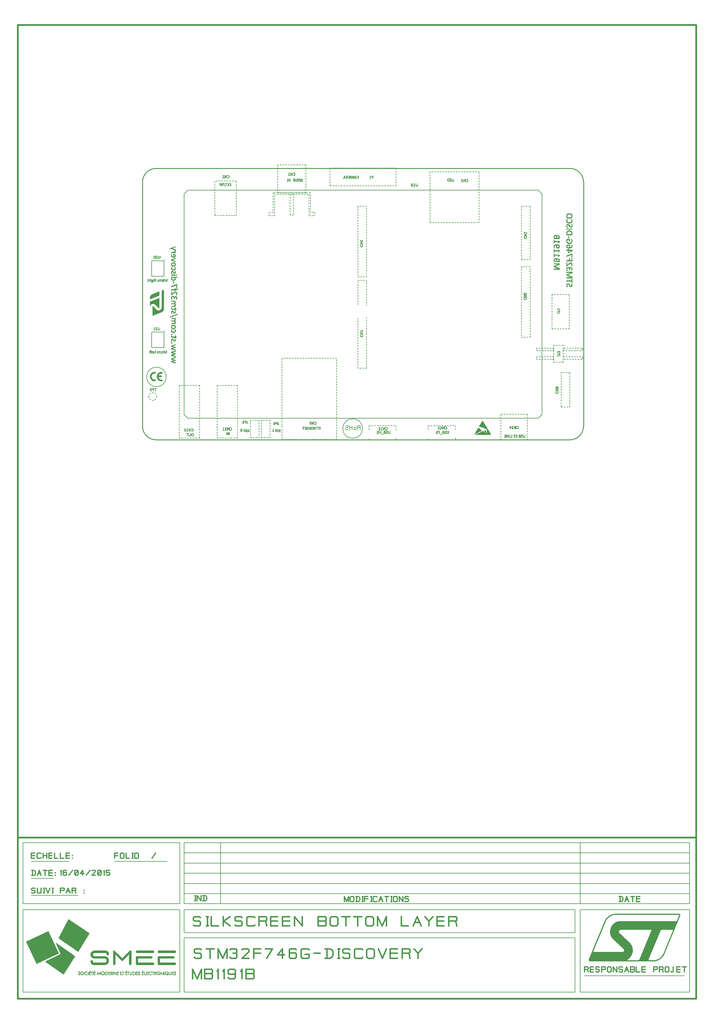
<source format=gbr>
G70*
%FSLAX55Y55*%
%ADD11C,0.00984*%
%ADD12C,0.00787*%
%ADD13C,0.01969*%
%ADD14C,0.00394*%
%ADD15C,0.00197*%
%ADD16C,0.01181*%
%ADD17C,0.00100*%
%ADD18C,0.01575*%
D11*
X164334Y684059D02*
G75*
G03X180082Y668311I15747J-00001D01*
G01X660397Y668311*
G75*
G03X676145Y684059I00001J15747*
G01X676145Y967524*
G75*
G03X660397Y983272I-15747J00001*
G01X180082Y983272*
G75*
G03X164334Y967524I-00001J-15747*
G01X164334Y684059*
D12*
X248291Y928823D02*
X249866Y928823D01*
X251441Y928823D02*
X253015Y928823D01*
X254590Y928823D02*
X256165Y928823D01*
X257740Y928823D02*
X259315Y928823D01*
X260889Y928823D02*
X262464Y928823D01*
X264039Y928823D02*
X265614Y928823D01*
X267189Y928823D02*
X268763Y928823D01*
X270338Y928823D02*
X271913Y928823D01*
X273291Y928823D02*
X273291Y930398D01*
X273291Y931973D02*
X273291Y933548D01*
X273291Y935122D02*
X273291Y936697D01*
X273291Y938272D02*
X273291Y939847D01*
X273291Y941422D02*
X273291Y942996D01*
X273291Y944571D02*
X273291Y946146D01*
X273291Y947721D02*
X273291Y949296D01*
X273291Y950870D02*
X273291Y952445D01*
X273291Y954020D02*
X273291Y955595D01*
X273291Y957170D02*
X273291Y958744D01*
X273291Y960319D02*
X273291Y961894D01*
X273291Y963469D02*
X273291Y965044D01*
X273291Y966619D02*
X273291Y968193D01*
X273291Y968823D02*
X271716Y968823D01*
X270141Y968823D02*
X268567Y968823D01*
X266992Y968823D02*
X265417Y968823D01*
X263842Y968823D02*
X262267Y968823D01*
X260693Y968823D02*
X259118Y968823D01*
X257543Y968823D02*
X255968Y968823D01*
X254393Y968823D02*
X252819Y968823D01*
X251244Y968823D02*
X249669Y968823D01*
X248291Y968823D02*
X248291Y967248D01*
X248291Y965674D02*
X248291Y964099D01*
X248291Y962524D02*
X248291Y960949D01*
X248291Y959374D02*
X248291Y957800D01*
X248291Y956225D02*
X248291Y954650D01*
X248291Y953075D02*
X248291Y951500D01*
X248291Y949926D02*
X248291Y948351D01*
X248291Y946776D02*
X248291Y945201D01*
X248291Y943626D02*
X248291Y942052D01*
X248291Y940477D02*
X248291Y938902D01*
X248291Y937327D02*
X248291Y935752D01*
X248291Y934178D02*
X248291Y932603D01*
X248291Y931028D02*
X248291Y929453D01*
X321224Y954729D02*
X322799Y954729D01*
X324374Y954729D02*
X325948Y954729D01*
X327523Y954729D02*
X329098Y954729D01*
X330673Y954729D02*
X332248Y954729D01*
X333822Y954729D02*
X335397Y954729D01*
X336972Y954729D02*
X338547Y954729D01*
X340122Y954729D02*
X341696Y954729D01*
X343271Y954729D02*
X344846Y954729D01*
X346421Y954729D02*
X347996Y954729D01*
X349570Y954729D02*
X351145Y954729D01*
X352720Y954729D02*
X353901Y954729D01*
X353901Y956304*
X353901Y957878D02*
X353901Y959453D01*
X353901Y961028D02*
X353901Y962603D01*
X353901Y964178D02*
X353901Y965752D01*
X353901Y967327D02*
X353901Y968902D01*
X353901Y970477D02*
X353901Y972052D01*
X353901Y973626D02*
X353901Y975201D01*
X353901Y976776D02*
X353901Y978351D01*
X353901Y979926D02*
X353901Y981500D01*
X353901Y983075D02*
X353901Y984650D01*
X353901Y986225D02*
X353901Y987406D01*
X352326Y987406*
X350752Y987406D02*
X349177Y987406D01*
X347602Y987406D02*
X346027Y987406D01*
X344452Y987406D02*
X342878Y987406D01*
X341303Y987406D02*
X339728Y987406D01*
X338153Y987406D02*
X336578Y987406D01*
X335004Y987406D02*
X333429Y987406D01*
X331854Y987406D02*
X330279Y987406D01*
X328704Y987406D02*
X327130Y987406D01*
X325555Y987406D02*
X323980Y987406D01*
X322405Y987406D02*
X321224Y987406D01*
X321224Y985831*
X321224Y984256D02*
X321224Y982681D01*
X321224Y981107D02*
X321224Y979532D01*
X321224Y977957D02*
X321224Y976382D01*
X321224Y974807D02*
X321224Y973233D01*
X321224Y971658D02*
X321224Y970083D01*
X321224Y968508D02*
X321224Y966933D01*
X321224Y965359D02*
X321224Y963784D01*
X321224Y962209D02*
X321224Y960634D01*
X321224Y959059D02*
X321224Y957485D01*
X321224Y955910D02*
X321224Y954729D01*
X414216Y857485D02*
X415791Y857485D01*
X417366Y857485D02*
X418941Y857485D01*
X420515Y857485D02*
X422090Y857485D01*
X423665Y857485D02*
X424216Y857485D01*
X424216Y859059*
X424216Y860634D02*
X424216Y862209D01*
X424216Y863784D02*
X424216Y865359D01*
X424216Y866933D02*
X424216Y868508D01*
X424216Y870083D02*
X424216Y871658D01*
X424216Y873233D02*
X424216Y874807D01*
X424216Y876382D02*
X424216Y877957D01*
X424216Y879532D02*
X424216Y881107D01*
X424216Y882681D02*
X424216Y884256D01*
X424216Y885831D02*
X424216Y887406D01*
X424216Y888981D02*
X424216Y890556D01*
X424216Y892130D02*
X424216Y893705D01*
X424216Y895280D02*
X424216Y896855D01*
X424216Y898430D02*
X424216Y900004D01*
X424216Y901579D02*
X424216Y903154D01*
X424216Y904729D02*
X424216Y906304D01*
X424216Y907878D02*
X424216Y909453D01*
X424216Y911028D02*
X424216Y912603D01*
X424216Y914178D02*
X424216Y915752D01*
X424216Y917327D02*
X424216Y918902D01*
X424216Y920477D02*
X424216Y922052D01*
X424216Y923626D02*
X424216Y925201D01*
X424216Y926776D02*
X424216Y928351D01*
X424216Y929926D02*
X424216Y931500D01*
X424216Y933075D02*
X424216Y934650D01*
X424216Y936225D02*
X424216Y937800D01*
X424216Y939374D02*
X424216Y939453D01*
X422641Y939453*
X421067Y939453D02*
X419492Y939453D01*
X417917Y939453D02*
X416342Y939453D01*
X414767Y939453D02*
X414216Y939453D01*
X414216Y937878*
X414216Y936304D02*
X414216Y934729D01*
X414216Y933154D02*
X414216Y931579D01*
X414216Y930004D02*
X414216Y928430D01*
X414216Y926855D02*
X414216Y925280D01*
X414216Y923705D02*
X414216Y922130D01*
X414216Y920556D02*
X414216Y918981D01*
X414216Y917406D02*
X414216Y915831D01*
X414216Y914256D02*
X414216Y912681D01*
X414216Y911107D02*
X414216Y909532D01*
X414216Y907957D02*
X414216Y906382D01*
X414216Y904807D02*
X414216Y903233D01*
X414216Y901658D02*
X414216Y900083D01*
X414216Y898508D02*
X414216Y896933D01*
X414216Y895359D02*
X414216Y893784D01*
X414216Y892209D02*
X414216Y890634D01*
X414216Y889059D02*
X414216Y887485D01*
X414216Y885910D02*
X414216Y884335D01*
X414216Y882760D02*
X414216Y881185D01*
X414216Y879611D02*
X414216Y878036D01*
X414216Y876461D02*
X414216Y874886D01*
X414216Y873311D02*
X414216Y871737D01*
X414216Y870162D02*
X414216Y868587D01*
X414216Y867012D02*
X414216Y865437D01*
X414216Y863863D02*
X414216Y862288D01*
X414216Y860713D02*
X414216Y859138D01*
X414216Y857563D02*
X414216Y857485D01*
X604216Y787485D02*
X605791Y787485D01*
X607366Y787485D02*
X608941Y787485D01*
X610515Y787485D02*
X612090Y787485D01*
X613665Y787485D02*
X614216Y787485D01*
X614216Y789059*
X614216Y790634D02*
X614216Y792209D01*
X614216Y793784D02*
X614216Y795359D01*
X614216Y796933D02*
X614216Y798508D01*
X614216Y800083D02*
X614216Y801658D01*
X614216Y803233D02*
X614216Y804807D01*
X614216Y806382D02*
X614216Y807957D01*
X614216Y809532D02*
X614216Y811107D01*
X614216Y812681D02*
X614216Y814256D01*
X614216Y815831D02*
X614216Y817406D01*
X614216Y818981D02*
X614216Y820556D01*
X614216Y822130D02*
X614216Y823705D01*
X614216Y825280D02*
X614216Y826855D01*
X614216Y828430D02*
X614216Y830004D01*
X614216Y831579D02*
X614216Y833154D01*
X614216Y834729D02*
X614216Y836304D01*
X614216Y837878D02*
X614216Y839453D01*
X614216Y841028D02*
X614216Y842603D01*
X614216Y844178D02*
X614216Y845752D01*
X614216Y847327D02*
X614216Y848902D01*
X614216Y850477D02*
X614216Y852052D01*
X614216Y853626D02*
X614216Y855201D01*
X614216Y856776D02*
X614216Y858351D01*
X614216Y859926D02*
X614216Y861500D01*
X614216Y863075D02*
X614216Y864650D01*
X614216Y866225D02*
X614216Y867800D01*
X614216Y869374D02*
X614216Y869453D01*
X612641Y869453*
X611067Y869453D02*
X609492Y869453D01*
X607917Y869453D02*
X606342Y869453D01*
X604767Y869453D02*
X604216Y869453D01*
X604216Y867878*
X604216Y866304D02*
X604216Y864729D01*
X604216Y863154D02*
X604216Y861579D01*
X604216Y860004D02*
X604216Y858430D01*
X604216Y856855D02*
X604216Y855280D01*
X604216Y853705D02*
X604216Y852130D01*
X604216Y850556D02*
X604216Y848981D01*
X604216Y847406D02*
X604216Y845831D01*
X604216Y844256D02*
X604216Y842681D01*
X604216Y841107D02*
X604216Y839532D01*
X604216Y837957D02*
X604216Y836382D01*
X604216Y834807D02*
X604216Y833233D01*
X604216Y831658D02*
X604216Y830083D01*
X604216Y828508D02*
X604216Y826933D01*
X604216Y825359D02*
X604216Y823784D01*
X604216Y822209D02*
X604216Y820634D01*
X604216Y819059D02*
X604216Y817485D01*
X604216Y815910D02*
X604216Y814335D01*
X604216Y812760D02*
X604216Y811185D01*
X604216Y809611D02*
X604216Y808036D01*
X604216Y806461D02*
X604216Y804886D01*
X604216Y803311D02*
X604216Y801737D01*
X604216Y800162D02*
X604216Y798587D01*
X604216Y797012D02*
X604216Y795437D01*
X604216Y793863D02*
X604216Y792288D01*
X604216Y790713D02*
X604216Y789138D01*
X604216Y787563D02*
X604216Y787485D01*
X414334Y825398D02*
X414334Y826973D01*
X414334Y828548D02*
X414334Y830122D01*
X414334Y831697D02*
X414334Y833272D01*
X414334Y834847D02*
X414334Y836422D01*
X414334Y837996D02*
X414334Y839571D01*
X414334Y841146D02*
X414334Y842721D01*
X414334Y844296D02*
X414334Y845870D01*
X414334Y847445D02*
X414334Y849020D01*
X414334Y850595D02*
X414334Y852170D01*
X414334Y853453D02*
X415909Y853453D01*
X417484Y853453D02*
X419059Y853453D01*
X420633Y853453D02*
X422208Y853453D01*
X423783Y853453D02*
X424216Y853453D01*
X424216Y851878*
X424216Y850304D02*
X424216Y848729D01*
X424216Y847154D02*
X424216Y845579D01*
X424216Y844004D02*
X424216Y842430D01*
X424216Y840855D02*
X424216Y839280D01*
X424216Y837705D02*
X424216Y836130D01*
X424216Y834556D02*
X424216Y832981D01*
X424216Y831406D02*
X424216Y829831D01*
X424216Y828256D02*
X424216Y826681D01*
X424216Y825107D02*
X424216Y824217D01*
X496027Y680516D02*
X496027Y682091D01*
X496027Y683666D02*
X496027Y684847D01*
X497602Y684847*
X499177Y684847D02*
X500752Y684847D01*
X502326Y684847D02*
X503901Y684847D01*
X505476Y684847D02*
X507051Y684847D01*
X508626Y684847D02*
X510200Y684847D01*
X511775Y684847D02*
X513350Y684847D01*
X514925Y684847D02*
X516500Y684847D01*
X518074Y684847D02*
X519649Y684847D01*
X521224Y684847D02*
X522799Y684847D01*
X524374Y684847D02*
X525948Y684847D01*
X527523Y684847D02*
X527523Y683272D01*
X527523Y681697D02*
X527523Y680516D01*
X311972Y928351D02*
X313547Y928351D01*
X315122Y928351D02*
X316696Y928351D01*
X317484Y928351D02*
X317484Y929926D01*
X317484Y931500D02*
X317484Y933075D01*
X317484Y934650D02*
X317484Y936225D01*
X317484Y937800D02*
X317484Y939374D01*
X317484Y940949D02*
X317484Y942524D01*
X317484Y944099D02*
X317484Y945674D01*
X317484Y947248D02*
X317484Y948823D01*
X317484Y950398D02*
X317484Y951973D01*
X317484Y953154D02*
X319059Y953154D01*
X320633Y953154D02*
X322208Y953154D01*
X323783Y953154D02*
X325358Y953154D01*
X326933Y953154D02*
X328507Y953154D01*
X330082Y953154D02*
X331657Y953154D01*
X333232Y953154D02*
X334807Y953154D01*
X336381Y953154D02*
X337956Y953154D01*
X339531Y953154D02*
X341106Y953154D01*
X342681Y953154D02*
X344256Y953154D01*
X345830Y953154D02*
X347405Y953154D01*
X348980Y953154D02*
X350555Y953154D01*
X352130Y953154D02*
X353704Y953154D01*
X355279Y953154D02*
X356854Y953154D01*
X357641Y953154D02*
X357641Y951579D01*
X357641Y950004D02*
X357641Y948430D01*
X357641Y946855D02*
X357641Y945280D01*
X357641Y943705D02*
X357641Y942130D01*
X357641Y940556D02*
X357641Y938981D01*
X357641Y937406D02*
X357641Y935831D01*
X357641Y934256D02*
X357641Y932681D01*
X357641Y931107D02*
X357641Y929532D01*
X357641Y928351D02*
X359216Y928351D01*
X360791Y928351D02*
X362366Y928351D01*
X363153Y928351D02*
G75*
G03X364452Y929168I-00332J01969D01*
G01X364787Y930665D02*
G75*
G03X363961Y931958I-01966J-00346D01*
G01X363153Y932288D02*
X361578Y932288D01*
X360004Y932288D02*
X359216Y932288D01*
X359216Y933863*
X359216Y935437D02*
X359216Y937012D01*
X359216Y938587D02*
X359216Y940162D01*
X359216Y941737D02*
X359216Y943311D01*
X359216Y944886D02*
X359216Y946461D01*
X359216Y948036D02*
X359216Y949611D01*
X359216Y951185D02*
X359216Y952760D01*
X359216Y954335D02*
X359216Y954926D01*
X357641Y954926*
X356067Y954926D02*
X354492Y954926D01*
X352917Y954926D02*
X351342Y954926D01*
X349767Y954926D02*
X348193Y954926D01*
X346618Y954926D02*
X345043Y954926D01*
X343468Y954926D02*
X341893Y954926D01*
X340319Y954926D02*
X338744Y954926D01*
X337169Y954926D02*
X335594Y954926D01*
X334019Y954926D02*
X332444Y954926D01*
X330870Y954926D02*
X329295Y954926D01*
X327720Y954926D02*
X326145Y954926D01*
X324570Y954926D02*
X322996Y954926D01*
X321421Y954926D02*
X319846Y954926D01*
X318271Y954926D02*
X316696Y954926D01*
X315909Y954926D02*
X315909Y953351D01*
X315909Y951776D02*
X315909Y950201D01*
X315909Y948626D02*
X315909Y947052D01*
X315909Y945477D02*
X315909Y943902D01*
X315909Y942327D02*
X315909Y940752D01*
X315909Y939178D02*
X315909Y937603D01*
X315909Y936028D02*
X315909Y934453D01*
X315909Y932878D02*
X315909Y932288D01*
X314334Y932288*
X312759Y932288D02*
X311972Y932288D01*
G75*
G03X310710Y931413I00431J-01969*
G01X310431Y929904D02*
G75*
G03X311296Y928636I01972J00415D01*
G01X335594Y953154D02*
X335594Y951579D01*
X335594Y950004D02*
X335594Y948430D01*
X335594Y946855D02*
X335594Y945280D01*
X335594Y943705D02*
X335594Y942130D01*
X335594Y940556D02*
X335594Y938981D01*
X335594Y937406D02*
X335594Y935831D01*
X335594Y934256D02*
X335594Y932681D01*
X335594Y931107D02*
X335594Y930319D01*
G75*
G03X336305Y928960I01969J00164*
G01X337773Y928519D02*
G75*
G03X339115Y929262I-00211J01964D01*
G01X339531Y930319D02*
X339531Y931894D01*
X339531Y933469D02*
X339531Y935044D01*
X339531Y936619D02*
X339531Y938193D01*
X339531Y939768D02*
X339531Y941343D01*
X339531Y942918D02*
X339531Y944493D01*
X339531Y946067D02*
X339531Y947642D01*
X339531Y949217D02*
X339531Y950792D01*
X339531Y952367D02*
X339531Y953154D01*
X337956Y953154*
X336381Y953154D02*
X335594Y953154D01*
X382051Y963193D02*
X383626Y963193D01*
X385200Y963193D02*
X386775Y963193D01*
X388350Y963193D02*
X389925Y963193D01*
X391500Y963193D02*
X393074Y963193D01*
X394649Y963193D02*
X396224Y963193D01*
X397799Y963193D02*
X399374Y963193D01*
X400948Y963193D02*
X402523Y963193D01*
X404098Y963193D02*
X405673Y963193D01*
X407248Y963193D02*
X408822Y963193D01*
X410397Y963193D02*
X411972Y963193D01*
X413547Y963193D02*
X415122Y963193D01*
X416696Y963193D02*
X418271Y963193D01*
X419846Y963193D02*
X421421Y963193D01*
X422996Y963193D02*
X424570Y963193D01*
X426145Y963193D02*
X427720Y963193D01*
X429295Y963193D02*
X430870Y963193D01*
X432444Y963193D02*
X434019Y963193D01*
X435594Y963193D02*
X437169Y963193D01*
X438744Y963193D02*
X440319Y963193D01*
X441893Y963193D02*
X443468Y963193D01*
X445043Y963193D02*
X446618Y963193D01*
X448193Y963193D02*
X449767Y963193D01*
X451342Y963193D02*
X452917Y963193D01*
X454492Y963193D02*
X456067Y963193D01*
X457641Y963193D02*
X458429Y963193D01*
X458429Y964768*
X458429Y966343D02*
X458429Y967918D01*
X458429Y969493D02*
X458429Y971067D01*
X458429Y972642D02*
X458429Y974217D01*
X458429Y975792D02*
X458429Y977367D01*
X458429Y978941D02*
X458429Y980516D01*
X458429Y982091D02*
X458429Y983666D01*
X456854Y983666*
X455279Y983666D02*
X453704Y983666D01*
X452130Y983666D02*
X450555Y983666D01*
X448980Y983666D02*
X447405Y983666D01*
X445830Y983666D02*
X444256Y983666D01*
X442681Y983666D02*
X441106Y983666D01*
X439531Y983666D02*
X437956Y983666D01*
X436381Y983666D02*
X434807Y983666D01*
X433232Y983666D02*
X431657Y983666D01*
X430082Y983666D02*
X428507Y983666D01*
X426933Y983666D02*
X425358Y983666D01*
X423783Y983666D02*
X422208Y983666D01*
X420633Y983666D02*
X419059Y983666D01*
X417484Y983666D02*
X415909Y983666D01*
X414334Y983666D02*
X412759Y983666D01*
X411185Y983666D02*
X409610Y983666D01*
X408035Y983666D02*
X406460Y983666D01*
X404885Y983666D02*
X403311Y983666D01*
X401736Y983666D02*
X400161Y983666D01*
X398586Y983666D02*
X397011Y983666D01*
X395437Y983666D02*
X393862Y983666D01*
X392287Y983666D02*
X390712Y983666D01*
X389137Y983666D02*
X387563Y983666D01*
X385988Y983666D02*
X384413Y983666D01*
X382838Y983666D02*
X382051Y983666D01*
X382051Y982091*
X382051Y980516D02*
X382051Y978941D01*
X382051Y977367D02*
X382051Y975792D01*
X382051Y974217D02*
X382051Y972642D01*
X382051Y971067D02*
X382051Y969493D01*
X382051Y967918D02*
X382051Y966343D01*
X382051Y964768D02*
X382051Y963193D01*
X497996Y920280D02*
X499570Y920280D01*
X501145Y920280D02*
X502720Y920280D01*
X504295Y920280D02*
X505870Y920280D01*
X507444Y920280D02*
X509019Y920280D01*
X510594Y920280D02*
X512169Y920280D01*
X513744Y920280D02*
X515319Y920280D01*
X516893Y920280D02*
X518468Y920280D01*
X520043Y920280D02*
X521618Y920280D01*
X523193Y920280D02*
X524767Y920280D01*
X526342Y920280D02*
X527917Y920280D01*
X529492Y920280D02*
X531067Y920280D01*
X532641Y920280D02*
X534216Y920280D01*
X535791Y920280D02*
X537366Y920280D01*
X538941Y920280D02*
X540515Y920280D01*
X542090Y920280D02*
X543665Y920280D01*
X545240Y920280D02*
X546815Y920280D01*
X548389Y920280D02*
X549964Y920280D01*
X551539Y920280D02*
X553114Y920280D01*
X554689Y920280D02*
X555082Y920280D01*
X555082Y921855*
X555082Y923430D02*
X555082Y925004D01*
X555082Y926579D02*
X555082Y928154D01*
X555082Y929729D02*
X555082Y931304D01*
X555082Y932878D02*
X555082Y934453D01*
X555082Y936028D02*
X555082Y937603D01*
X555082Y939178D02*
X555082Y940752D01*
X555082Y942327D02*
X555082Y943902D01*
X555082Y945477D02*
X555082Y947052D01*
X555082Y948626D02*
X555082Y950201D01*
X555082Y951776D02*
X555082Y953351D01*
X555082Y954926D02*
X555082Y956500D01*
X555082Y958075D02*
X555082Y959650D01*
X555082Y961225D02*
X555082Y962800D01*
X555082Y964374D02*
X555082Y965949D01*
X555082Y967524D02*
X555082Y969099D01*
X555082Y970674D02*
X555082Y972248D01*
X555082Y973823D02*
X555082Y975398D01*
X555082Y976973D02*
X555082Y978548D01*
X555082Y979335D02*
X553507Y979335D01*
X551933Y979335D02*
X550358Y979335D01*
X548783Y979335D02*
X547208Y979335D01*
X545633Y979335D02*
X544059Y979335D01*
X542484Y979335D02*
X540909Y979335D01*
X539334Y979335D02*
X537759Y979335D01*
X536185Y979335D02*
X534610Y979335D01*
X533035Y979335D02*
X531460Y979335D01*
X529885Y979335D02*
X528311Y979335D01*
X526736Y979335D02*
X525161Y979335D01*
X523586Y979335D02*
X522011Y979335D01*
X520437Y979335D02*
X518862Y979335D01*
X517287Y979335D02*
X515712Y979335D01*
X514137Y979335D02*
X512563Y979335D01*
X510988Y979335D02*
X509413Y979335D01*
X507838Y979335D02*
X506263Y979335D01*
X504689Y979335D02*
X503114Y979335D01*
X501539Y979335D02*
X499964Y979335D01*
X498389Y979335D02*
X497996Y979335D01*
X497996Y977760*
X497996Y976185D02*
X497996Y974611D01*
X497996Y973036D02*
X497996Y971461D01*
X497996Y969886D02*
X497996Y968311D01*
X497996Y966737D02*
X497996Y965162D01*
X497996Y963587D02*
X497996Y962012D01*
X497996Y960437D02*
X497996Y958863D01*
X497996Y957288D02*
X497996Y955713D01*
X497996Y954138D02*
X497996Y952563D01*
X497996Y950989D02*
X497996Y949414D01*
X497996Y947839D02*
X497996Y946264D01*
X497996Y944689D02*
X497996Y943115D01*
X497996Y941540D02*
X497996Y939965D01*
X497996Y938390D02*
X497996Y936815D01*
X497996Y935241D02*
X497996Y933666D01*
X497996Y932091D02*
X497996Y930516D01*
X497996Y928941D02*
X497996Y927367D01*
X497996Y925792D02*
X497996Y924217D01*
X497996Y922642D02*
X497996Y921067D01*
X580290Y668311D02*
X581865Y668311D01*
X583439Y668311D02*
X585014Y668311D01*
X586589Y668311D02*
X588164Y668311D01*
X589739Y668311D02*
X591313Y668311D01*
X592888Y668311D02*
X594463Y668311D01*
X596038Y668311D02*
X597613Y668311D01*
X599187Y668311D02*
X600762Y668311D01*
X602337Y668311D02*
X603912Y668311D01*
X605487Y668311D02*
X607061Y668311D01*
X608636Y668311D02*
X610211Y668311D01*
X610791Y668311D02*
X610791Y669886D01*
X610791Y671461D02*
X610791Y673036D01*
X610791Y674611D02*
X610791Y676185D01*
X610791Y677760D02*
X610791Y679335D01*
X610791Y680910D02*
X610791Y682485D01*
X610791Y684059D02*
X610791Y685634D01*
X610791Y687209D02*
X610791Y688784D01*
X610791Y690359D02*
X610791Y691933D01*
X610791Y693508D02*
X610791Y695083D01*
X610791Y696658D02*
X610791Y697960D01*
X609216Y697960*
X607641Y697960D02*
X606067Y697960D01*
X604492Y697960D02*
X602917Y697960D01*
X601342Y697960D02*
X599767Y697960D01*
X598193Y697960D02*
X596618Y697960D01*
X595043Y697960D02*
X593468Y697960D01*
X591893Y697960D02*
X590319Y697960D01*
X588744Y697960D02*
X587169Y697960D01*
X585594Y697960D02*
X584019Y697960D01*
X582444Y697960D02*
X580870Y697960D01*
X580290Y697960D02*
X580290Y696385D01*
X580290Y694810D02*
X580290Y693235D01*
X580290Y691661D02*
X580290Y690086D01*
X580290Y688511D02*
X580290Y686936D01*
X580290Y685361D02*
X580290Y683787D01*
X580290Y682212D02*
X580290Y680637D01*
X580290Y679062D02*
X580290Y677487D01*
X580290Y675913D02*
X580290Y674338D01*
X580290Y672763D02*
X580290Y671188D01*
X580290Y669613D02*
X580290Y668311D01*
X206854Y670280D02*
X208429Y670280D01*
X210004Y670280D02*
X211578Y670280D01*
X213153Y670280D02*
X214728Y670280D01*
X216303Y670280D02*
X217878Y670280D01*
X219452Y670280D02*
X221027Y670280D01*
X222602Y670280D02*
X224177Y670280D01*
X225752Y670280D02*
X227326Y670280D01*
X228901Y670280D02*
X230476Y670280D01*
X230476Y671855*
X230476Y673430D02*
X230476Y675004D01*
X230476Y676579D02*
X230476Y678154D01*
X230476Y679729D02*
X230476Y681304D01*
X230476Y682878D02*
X230476Y684453D01*
X230476Y686028D02*
X230476Y687603D01*
X230476Y689178D02*
X230476Y690752D01*
X230476Y692327D02*
X230476Y693902D01*
X230476Y695477D02*
X230476Y697052D01*
X230476Y698626D02*
X230476Y700201D01*
X230476Y701776D02*
X230476Y703351D01*
X230476Y704926D02*
X230476Y706500D01*
X230476Y708075D02*
X230476Y709650D01*
X230476Y711225D02*
X230476Y712800D01*
X230476Y714374D02*
X230476Y715949D01*
X230476Y717524D02*
X230476Y719099D01*
X230476Y720674D02*
X230476Y722248D01*
X230476Y723823D02*
X230476Y725398D01*
X230476Y726973D02*
X230476Y728548D01*
X230476Y730122D02*
X230476Y731304D01*
X228901Y731304*
X227326Y731304D02*
X225752Y731304D01*
X224177Y731304D02*
X222602Y731304D01*
X221027Y731304D02*
X219452Y731304D01*
X217878Y731304D02*
X216303Y731304D01*
X214728Y731304D02*
X213153Y731304D01*
X211578Y731304D02*
X210004Y731304D01*
X208429Y731304D02*
X206854Y731304D01*
X206854Y729729*
X206854Y728154D02*
X206854Y726579D01*
X206854Y725004D02*
X206854Y723430D01*
X206854Y721855D02*
X206854Y720280D01*
X206854Y718705D02*
X206854Y717130D01*
X206854Y715556D02*
X206854Y713981D01*
X206854Y712406D02*
X206854Y710831D01*
X206854Y709256D02*
X206854Y707681D01*
X206854Y706107D02*
X206854Y704532D01*
X206854Y702957D02*
X206854Y701382D01*
X206854Y699807D02*
X206854Y698233D01*
X206854Y696658D02*
X206854Y695083D01*
X206854Y693508D02*
X206854Y691933D01*
X206854Y690359D02*
X206854Y688784D01*
X206854Y687209D02*
X206854Y685634D01*
X206854Y684059D02*
X206854Y682485D01*
X206854Y680910D02*
X206854Y679335D01*
X206854Y677760D02*
X206854Y676185D01*
X206854Y674611D02*
X206854Y673036D01*
X206854Y671461D02*
X206854Y670280D01*
X458655Y670280D02*
X458655Y668705D01*
X458655Y668311D02*
X457080Y668311D01*
X455505Y668311D02*
X453930Y668311D01*
X452356Y668311D02*
X450781Y668311D01*
X449206Y668311D02*
X447631Y668311D01*
X446056Y668311D02*
X444482Y668311D01*
X442907Y668311D02*
X441332Y668311D01*
X439757Y668311D02*
X438182Y668311D01*
X436608Y668311D02*
X435033Y668311D01*
X433458Y668311D02*
X431883Y668311D01*
X430308Y668311D02*
X428734Y668311D01*
X427159Y668311D02*
X427159Y669886D01*
X427159Y680122D02*
X427159Y681697D01*
X427159Y683272D02*
X427159Y684581D01*
X428734Y684581*
X430308Y684581D02*
X431883Y684581D01*
X433458Y684581D02*
X435033Y684581D01*
X436608Y684581D02*
X438182Y684581D01*
X439757Y684581D02*
X441332Y684581D01*
X442907Y684581D02*
X444482Y684581D01*
X446056Y684581D02*
X447631Y684581D01*
X449206Y684581D02*
X450781Y684581D01*
X452356Y684581D02*
X453930Y684581D01*
X455505Y684581D02*
X457080Y684581D01*
X458655Y684581D02*
X458655Y683006D01*
X458655Y681431D02*
X458655Y680122D01*
X527523Y670674D02*
X527523Y669099D01*
X527523Y668311D02*
X525948Y668311D01*
X524374Y668311D02*
X522799Y668311D01*
X521224Y668311D02*
X519649Y668311D01*
X518074Y668311D02*
X516500Y668311D01*
X514925Y668311D02*
X513350Y668311D01*
X511775Y668311D02*
X510200Y668311D01*
X508626Y668311D02*
X507051Y668311D01*
X505476Y668311D02*
X503901Y668311D01*
X502326Y668311D02*
X500752Y668311D01*
X499177Y668311D02*
X497602Y668311D01*
X496027Y668311D02*
X496027Y669886D01*
X604216Y877485D02*
X605791Y877485D01*
X607366Y877485D02*
X608941Y877485D01*
X610515Y877485D02*
X612090Y877485D01*
X613665Y877485D02*
X614216Y877485D01*
X614216Y879059*
X614216Y880634D02*
X614216Y882209D01*
X614216Y883784D02*
X614216Y885359D01*
X614216Y886933D02*
X614216Y888508D01*
X614216Y890083D02*
X614216Y891658D01*
X614216Y893233D02*
X614216Y894807D01*
X614216Y896382D02*
X614216Y897957D01*
X614216Y899532D02*
X614216Y901107D01*
X614216Y902681D02*
X614216Y904256D01*
X614216Y905831D02*
X614216Y907406D01*
X614216Y908981D02*
X614216Y910556D01*
X614216Y912130D02*
X614216Y913705D01*
X614216Y915280D02*
X614216Y916855D01*
X614216Y918430D02*
X614216Y920004D01*
X614216Y921579D02*
X614216Y923154D01*
X614216Y924729D02*
X614216Y926304D01*
X614216Y927878D02*
X614216Y929453D01*
X614216Y931028D02*
X614216Y932603D01*
X614216Y934178D02*
X614216Y935752D01*
X614216Y937327D02*
X614216Y938902D01*
X614216Y939453D02*
X612641Y939453D01*
X611067Y939453D02*
X609492Y939453D01*
X607917Y939453D02*
X606342Y939453D01*
X604767Y939453D02*
X604216Y939453D01*
X604216Y937878*
X604216Y936304D02*
X604216Y934729D01*
X604216Y933154D02*
X604216Y931579D01*
X604216Y930004D02*
X604216Y928430D01*
X604216Y926855D02*
X604216Y925280D01*
X604216Y923705D02*
X604216Y922130D01*
X604216Y920556D02*
X604216Y918981D01*
X604216Y917406D02*
X604216Y915831D01*
X604216Y914256D02*
X604216Y912681D01*
X604216Y911107D02*
X604216Y909532D01*
X604216Y907957D02*
X604216Y906382D01*
X604216Y904807D02*
X604216Y903233D01*
X604216Y901658D02*
X604216Y900083D01*
X604216Y898508D02*
X604216Y896933D01*
X604216Y895359D02*
X604216Y893784D01*
X604216Y892209D02*
X604216Y890634D01*
X604216Y889059D02*
X604216Y887485D01*
X604216Y885910D02*
X604216Y884335D01*
X604216Y882760D02*
X604216Y881185D01*
X604216Y879611D02*
X604216Y878036D01*
X419533Y681441D02*
G75*
G02X396852Y681441I-11341J00000D01*
G02X419533Y681441I11341J00000*
G01X424177Y810831D02*
X424177Y809256D01*
X424177Y807681D02*
X424177Y806107D01*
X424177Y804532D02*
X424177Y802957D01*
X424177Y801382D02*
X424177Y799807D01*
X424177Y798233D02*
X424177Y796658D01*
X424177Y795083D02*
X424177Y793508D01*
X424177Y791933D02*
X424177Y790359D01*
X424177Y788784D02*
X424177Y787209D01*
X424177Y785634D02*
X424177Y784059D01*
X424177Y782485D02*
X424177Y780910D01*
X424177Y779335D02*
X424177Y777760D01*
X424177Y776185D02*
X424177Y774611D01*
X424177Y773036D02*
X424177Y771461D01*
X424177Y769886D02*
X424177Y768311D01*
X424177Y766737D02*
X424177Y765162D01*
X424177Y763587D02*
X424177Y762012D01*
X424177Y760437D02*
X424177Y758863D01*
X424177Y757288D02*
X424177Y755713D01*
X424177Y754138D02*
X424177Y752563D01*
X424177Y751485D02*
X422602Y751485D01*
X421027Y751485D02*
X419452Y751485D01*
X417878Y751485D02*
X416303Y751485D01*
X414728Y751485D02*
X414216Y751485D01*
X414216Y753059*
X414216Y754634D02*
X414216Y756209D01*
X414216Y757784D02*
X414216Y759359D01*
X414216Y760933D02*
X414216Y762508D01*
X414216Y764083D02*
X414216Y765658D01*
X414216Y767233D02*
X414216Y768807D01*
X414216Y770382D02*
X414216Y771957D01*
X414216Y773532D02*
X414216Y775107D01*
X414216Y776681D02*
X414216Y778256D01*
X414216Y779831D02*
X414216Y781406D01*
X414216Y782981D02*
X414216Y784556D01*
X414216Y786130D02*
X414216Y787705D01*
X414216Y789280D02*
X414216Y790855D01*
X414216Y792430D02*
X414216Y794004D01*
X414216Y795579D02*
X414216Y797154D01*
X414216Y798729D02*
X414216Y800304D01*
X414216Y801878D02*
X414216Y803453D01*
X414216Y805028D02*
X414216Y806603D01*
X414216Y808178D02*
X414216Y809752D01*
X250948Y670280D02*
X252523Y670280D01*
X254098Y670280D02*
X255673Y670280D01*
X257248Y670280D02*
X258822Y670280D01*
X260397Y670280D02*
X261972Y670280D01*
X263547Y670280D02*
X265122Y670280D01*
X266696Y670280D02*
X268271Y670280D01*
X269846Y670280D02*
X271421Y670280D01*
X272996Y670280D02*
X274570Y670280D01*
X274570Y671855*
X274570Y673430D02*
X274570Y675004D01*
X274570Y676579D02*
X274570Y678154D01*
X274570Y679729D02*
X274570Y681304D01*
X274570Y682878D02*
X274570Y684453D01*
X274570Y686028D02*
X274570Y687603D01*
X274570Y689178D02*
X274570Y690752D01*
X274570Y692327D02*
X274570Y693902D01*
X274570Y695477D02*
X274570Y697052D01*
X274570Y698626D02*
X274570Y700201D01*
X274570Y701776D02*
X274570Y703351D01*
X274570Y704926D02*
X274570Y706500D01*
X274570Y708075D02*
X274570Y709650D01*
X274570Y711225D02*
X274570Y712800D01*
X274570Y714374D02*
X274570Y715949D01*
X274570Y717524D02*
X274570Y719099D01*
X274570Y720674D02*
X274570Y722248D01*
X274570Y723823D02*
X274570Y725398D01*
X274570Y726973D02*
X274570Y728548D01*
X274570Y730122D02*
X274570Y731304D01*
X272996Y731304*
X271421Y731304D02*
X269846Y731304D01*
X268271Y731304D02*
X266696Y731304D01*
X265122Y731304D02*
X263547Y731304D01*
X261972Y731304D02*
X260397Y731304D01*
X258822Y731304D02*
X257248Y731304D01*
X255673Y731304D02*
X254098Y731304D01*
X252523Y731304D02*
X250948Y731304D01*
X250948Y729729*
X250948Y728154D02*
X250948Y726579D01*
X250948Y725004D02*
X250948Y723430D01*
X250948Y721855D02*
X250948Y720280D01*
X250948Y718705D02*
X250948Y717130D01*
X250948Y715556D02*
X250948Y713981D01*
X250948Y712406D02*
X250948Y710831D01*
X250948Y709256D02*
X250948Y707681D01*
X250948Y706107D02*
X250948Y704532D01*
X250948Y702957D02*
X250948Y701382D01*
X250948Y699807D02*
X250948Y698233D01*
X250948Y696658D02*
X250948Y695083D01*
X250948Y693508D02*
X250948Y691933D01*
X250948Y690359D02*
X250948Y688784D01*
X250948Y687209D02*
X250948Y685634D01*
X250948Y684059D02*
X250948Y682485D01*
X250948Y680910D02*
X250948Y679335D01*
X250948Y677760D02*
X250948Y676185D01*
X250948Y674611D02*
X250948Y673036D01*
X250948Y671461D02*
X250948Y670280D01*
X326279Y668705D02*
X327854Y668705D01*
X329429Y668705D02*
X331003Y668705D01*
X332578Y668705D02*
X334153Y668705D01*
X335728Y668705D02*
X337303Y668705D01*
X338877Y668705D02*
X340452Y668705D01*
X342027Y668705D02*
X343602Y668705D01*
X345177Y668705D02*
X346751Y668705D01*
X348326Y668705D02*
X349901Y668705D01*
X351476Y668705D02*
X353051Y668705D01*
X354626Y668705D02*
X356200Y668705D01*
X357775Y668705D02*
X359350Y668705D01*
X360925Y668705D02*
X362500Y668705D01*
X364074Y668705D02*
X365649Y668705D01*
X367224Y668705D02*
X368799Y668705D01*
X370374Y668705D02*
X371948Y668705D01*
X373523Y668705D02*
X375098Y668705D01*
X376673Y668705D02*
X378248Y668705D01*
X379822Y668705D02*
X381397Y668705D01*
X382972Y668705D02*
X384547Y668705D01*
X386122Y668705D02*
X387696Y668705D01*
X389271Y668705D02*
X389679Y668705D01*
X389679Y670280*
X389679Y671855D02*
X389679Y673430D01*
X389679Y675004D02*
X389679Y676579D01*
X389679Y678154D02*
X389679Y679729D01*
X389679Y681304D02*
X389679Y682878D01*
X389679Y684453D02*
X389679Y686028D01*
X389679Y687603D02*
X389679Y689178D01*
X389679Y690752D02*
X389679Y692327D01*
X389679Y693902D02*
X389679Y695477D01*
X389679Y697052D02*
X389679Y698626D01*
X389679Y700201D02*
X389679Y701776D01*
X389679Y703351D02*
X389679Y704926D01*
X389679Y706500D02*
X389679Y708075D01*
X389679Y709650D02*
X389679Y711225D01*
X389679Y712800D02*
X389679Y714374D01*
X389679Y715949D02*
X389679Y717524D01*
X389679Y719099D02*
X389679Y720674D01*
X389679Y722248D02*
X389679Y723823D01*
X389679Y725398D02*
X389679Y726973D01*
X389679Y728548D02*
X389679Y730122D01*
X389679Y731697D02*
X389679Y733272D01*
X389679Y734847D02*
X389679Y736422D01*
X389679Y737996D02*
X389679Y739571D01*
X389679Y741146D02*
X389679Y742721D01*
X389679Y744296D02*
X389679Y745870D01*
X389679Y747445D02*
X389679Y749020D01*
X389679Y750595D02*
X389679Y752170D01*
X389679Y753744D02*
X389679Y755319D01*
X389679Y756894D02*
X389679Y758469D01*
X389679Y760044D02*
X389679Y761619D01*
X389679Y763006D02*
X388104Y763006D01*
X386529Y763006D02*
X384955Y763006D01*
X383380Y763006D02*
X381805Y763006D01*
X380230Y763006D02*
X378655Y763006D01*
X377081Y763006D02*
X375506Y763006D01*
X373931Y763006D02*
X372356Y763006D01*
X370781Y763006D02*
X369207Y763006D01*
X367632Y763006D02*
X366057Y763006D01*
X364482Y763006D02*
X362907Y763006D01*
X361333Y763006D02*
X359758Y763006D01*
X358183Y763006D02*
X356608Y763006D01*
X355033Y763006D02*
X353459Y763006D01*
X351884Y763006D02*
X350309Y763006D01*
X348734Y763006D02*
X347159Y763006D01*
X345585Y763006D02*
X344010Y763006D01*
X342435Y763006D02*
X340860Y763006D01*
X339285Y763006D02*
X337711Y763006D01*
X336136Y763006D02*
X334561Y763006D01*
X332986Y763006D02*
X331411Y763006D01*
X329837Y763006D02*
X328262Y763006D01*
X326687Y763006D02*
X326279Y763006D01*
X326279Y761431*
X326279Y759856D02*
X326279Y758281D01*
X326279Y756707D02*
X326279Y755132D01*
X326279Y753557D02*
X326279Y751982D01*
X326279Y750407D02*
X326279Y748833D01*
X326279Y747258D02*
X326279Y745683D01*
X326279Y744108D02*
X326279Y742533D01*
X326279Y740959D02*
X326279Y739384D01*
X326279Y737809D02*
X326279Y736234D01*
X326279Y734659D02*
X326279Y733085D01*
X326279Y731510D02*
X326279Y729935D01*
X326279Y728360D02*
X326279Y726785D01*
X326279Y725211D02*
X326279Y723636D01*
X326279Y722061D02*
X326279Y720486D01*
X326279Y718911D02*
X326279Y717337D01*
X326279Y715762D02*
X326279Y714187D01*
X326279Y712612D02*
X326279Y711037D01*
X326279Y709463D02*
X326279Y707888D01*
X326279Y706313D02*
X326279Y704738D01*
X326279Y703163D02*
X326279Y701589D01*
X326279Y700014D02*
X326279Y698439D01*
X326279Y696864D02*
X326279Y695289D01*
X326279Y693715D02*
X326279Y692140D01*
X326279Y690565D02*
X326279Y688990D01*
X326279Y687415D02*
X326279Y685841D01*
X326279Y684266D02*
X326279Y682691D01*
X326279Y681116D02*
X326279Y679541D01*
X326279Y677966D02*
X326279Y676392D01*
X326279Y674817D02*
X326279Y673242D01*
X326279Y671667D02*
X326279Y670092D01*
D13*
X178914Y737209D02*
G75*
G02X178914Y746309I-00446J04550D01*
G01X186779Y737114D02*
G75*
G02X186787Y746214I-00446J04550D01*
G01X186083Y742015D02*
X182583Y742015D01*
D12*
X191770Y741315D02*
G75*
G02X169195Y741315I-11287J00000D01*
G02X191770Y741315I11287J00000*
G01X639570Y797012D02*
X641145Y797012D01*
X642720Y797012D02*
X644295Y797012D01*
X645870Y797012D02*
X647444Y797012D01*
X649019Y797012D02*
X650594Y797012D01*
X652169Y797012D02*
X653744Y797012D01*
X655319Y797012D02*
X656893Y797012D01*
X658468Y797012D02*
X659570Y797012D01*
X659570Y798587*
X659570Y800162D02*
X659570Y801737D01*
X659570Y803311D02*
X659570Y804886D01*
X659570Y806461D02*
X659570Y808036D01*
X659570Y809611D02*
X659570Y811185D01*
X659570Y812760D02*
X659570Y814335D01*
X659570Y815910D02*
X659570Y817485D01*
X659570Y819059D02*
X659570Y820634D01*
X659570Y822209D02*
X659570Y823784D01*
X659570Y825359D02*
X659570Y826933D01*
X659570Y828508D02*
X659570Y830083D01*
X659570Y831658D02*
X659570Y833233D01*
X659570Y834807D02*
X659570Y836382D01*
X659570Y836933D02*
X657996Y836933D01*
X656421Y836933D02*
X654846Y836933D01*
X653271Y836933D02*
X651696Y836933D01*
X650122Y836933D02*
X648547Y836933D01*
X646972Y836933D02*
X645397Y836933D01*
X643822Y836933D02*
X642248Y836933D01*
X640673Y836933D02*
X639570Y836933D01*
X639570Y835359*
X639570Y833784D02*
X639570Y832209D01*
X639570Y830634D02*
X639570Y829059D01*
X639570Y827485D02*
X639570Y825910D01*
X639570Y824335D02*
X639570Y822760D01*
X639570Y821185D02*
X639570Y819611D01*
X639570Y818036D02*
X639570Y816461D01*
X639570Y814886D02*
X639570Y813311D01*
X639570Y811737D02*
X639570Y810162D01*
X639570Y808587D02*
X639570Y807012D01*
X639570Y805437D02*
X639570Y803863D01*
X639570Y802288D02*
X639570Y800713D01*
X639570Y799138D02*
X639570Y797563D01*
X621519Y764867D02*
X621519Y763292D01*
X621519Y761867D02*
X623094Y761867D01*
X624669Y761867D02*
X626244Y761867D01*
X627819Y761867D02*
X629393Y761867D01*
X630968Y761867D02*
X632543Y761867D01*
X634118Y761867D02*
X635693Y761867D01*
X637267Y761867D02*
X638842Y761867D01*
X640417Y761867D02*
X641519Y761867D01*
X641519Y763441*
X641519Y764867D02*
X639944Y764867D01*
X638370Y764867D02*
X636795Y764867D01*
X635220Y764867D02*
X633645Y764867D01*
X632070Y764867D02*
X630496Y764867D01*
X628921Y764867D02*
X627346Y764867D01*
X625771Y764867D02*
X624196Y764867D01*
X622622Y764867D02*
X621519Y764867D01*
X641645Y758489D02*
X643220Y758489D01*
X644795Y758489D02*
X646370Y758489D01*
X647944Y758489D02*
X649519Y758489D01*
X651094Y758489D02*
X652523Y758489D01*
X652523Y760063*
X652523Y761638D02*
X652523Y763213D01*
X652523Y764788D02*
X652523Y766363D01*
X652523Y767937D02*
X652523Y769512D01*
X652523Y771087D02*
X652523Y772662D01*
X652523Y774237D02*
X652523Y775811D01*
X652523Y777386D02*
X652523Y778174D01*
X650948Y778174*
X649374Y778174D02*
X647799Y778174D01*
X646224Y778174D02*
X644649Y778174D01*
X643074Y778174D02*
X641645Y778174D01*
X641645Y776599*
X641645Y775024D02*
X641645Y773449D01*
X641645Y771874D02*
X641645Y770300D01*
X641645Y768725D02*
X641645Y767150D01*
X641645Y765575D02*
X641645Y764000D01*
X641645Y762426D02*
X641645Y760851D01*
X641645Y759276D02*
X641645Y758489D01*
X652645Y771831D02*
X654220Y771831D01*
X655795Y771831D02*
X657370Y771831D01*
X658944Y771831D02*
X660519Y771831D01*
X662094Y771831D02*
X663669Y771831D01*
X665244Y771831D02*
X666819Y771831D01*
X668393Y771831D02*
X669968Y771831D01*
X671543Y771831D02*
X673118Y771831D01*
X674145Y771831D02*
X675259Y772945D01*
X675645Y773331D02*
X674532Y774445D01*
X674145Y774831D02*
X672570Y774831D01*
X670996Y774831D02*
X669421Y774831D01*
X667846Y774831D02*
X666271Y774831D01*
X664696Y774831D02*
X663122Y774831D01*
X661547Y774831D02*
X659972Y774831D01*
X658397Y774831D02*
X656822Y774831D01*
X655248Y774831D02*
X653673Y774831D01*
X652645Y774831D02*
X652645Y773256D01*
X621645Y774831D02*
X621645Y773256D01*
X621645Y771831D02*
X623220Y771831D01*
X624795Y771831D02*
X626370Y771831D01*
X627944Y771831D02*
X629519Y771831D01*
X631094Y771831D02*
X632669Y771831D01*
X634244Y771831D02*
X635819Y771831D01*
X637393Y771831D02*
X638968Y771831D01*
X640543Y771831D02*
X641645Y771831D01*
X641645Y773406*
X641645Y774831D02*
X640070Y774831D01*
X638496Y774831D02*
X636921Y774831D01*
X635346Y774831D02*
X633771Y774831D01*
X632196Y774831D02*
X630622Y774831D01*
X629047Y774831D02*
X627472Y774831D01*
X625897Y774831D02*
X624322Y774831D01*
X622748Y774831D02*
X621645Y774831D01*
X652645Y764831D02*
X654220Y764831D01*
X655795Y764831D02*
X657370Y764831D01*
X658944Y764831D02*
X660519Y764831D01*
X662094Y764831D02*
X663669Y764831D01*
X665244Y764831D02*
X666819Y764831D01*
X668393Y764831D02*
X669968Y764831D01*
X671543Y764831D02*
X673118Y764831D01*
X674145Y764831D02*
X675259Y763718D01*
X675645Y763331D02*
X674532Y762218D01*
X674145Y761831D02*
X672570Y761831D01*
X670996Y761831D02*
X669421Y761831D01*
X667846Y761831D02*
X666271Y761831D01*
X664696Y761831D02*
X663122Y761831D01*
X661547Y761831D02*
X659972Y761831D01*
X658397Y761831D02*
X656822Y761831D01*
X655248Y761831D02*
X653673Y761831D01*
X652645Y761831D02*
X652645Y763406D01*
D14*
X786435Y118429D02*
X714929Y118422D01*
X713871Y118422*
X713871Y118418*
X712656Y118365*
X711463Y118214*
X710296Y117968*
X709162Y117628*
X708065Y117199*
X707011Y116684*
X706004Y116085*
X705049Y115408*
X704152Y114653*
X703318Y113826*
X702552Y112928*
X701858Y111964*
X701243Y110937*
X700711Y109850*
X682632Y66320*
X682365Y65676*
X682345Y65630*
X682327Y65584*
X682311Y65537*
X682296Y65490*
X682282Y65443*
X682269Y65396*
X682259Y65348*
X682249Y65300*
X682241Y65251*
X682234Y65203*
X682229Y65154*
X682225Y65105*
X682223Y65056*
X682223Y65006*
X682234Y64810*
X682268Y64620*
X682322Y64437*
X682396Y64264*
X682489Y64102*
X682598Y63951*
X682723Y63813*
X682863Y63689*
X683016Y63581*
X683180Y63489*
X683355Y63416*
X683539Y63362*
X683731Y63329*
X683929Y63317*
X756021Y63324*
X757087Y63324*
X757099Y63325*
X757130Y63327*
X757178Y63330*
X757239Y63335*
X757311Y63339*
X757389Y63345*
X757471Y63350*
X757553Y63356*
X757631Y63361*
X757702Y63366*
X757764Y63370*
X757812Y63374*
X757843Y63376*
X757855Y63377*
X758977Y63523*
X760073Y63753*
X761141Y64064*
X762175Y64453*
X763173Y64919*
X764128Y65457*
X765039Y66066*
X765900Y66743*
X766707Y67484*
X767457Y68289*
X768145Y69153*
X768768Y70074*
X769320Y71050*
X769799Y72077*
X770065Y72719*
X788010Y116087*
X788028Y116131*
X788045Y116176*
X788060Y116220*
X788074Y116266*
X788086Y116311*
X788098Y116357*
X788108Y116404*
X788116Y116451*
X788123Y116498*
X788129Y116545*
X788134Y116593*
X788137Y116641*
X788139Y116690*
X788140Y116739*
X788128Y116936*
X788095Y117126*
X788040Y117308*
X787966Y117481*
X787874Y117644*
X787765Y117795*
X787640Y117933*
X787501Y118057*
X787349Y118165*
X787184Y118256*
X787010Y118330*
X786826Y118384*
X786634Y118417*
X786435Y118429*
X701584Y109491D02*
X702065Y110475D01*
X702624Y111411*
X703256Y112296*
X703958Y113126*
X704724Y113897*
X705552Y114604*
X706437Y115243*
X707375Y115811*
X708361Y116302*
X709392Y116714*
X710463Y117041*
X711570Y117280*
X712710Y117426*
X713871Y117481*
X786435Y117487*
X786609Y117467*
X786691Y117443*
X786769Y117411*
X786842Y117371*
X786972Y117268*
X787027Y117207*
X787075Y117140*
X787116Y117068*
X787149Y116991*
X787188Y116826*
X787192Y116717*
X787188Y116653*
X787175Y116570*
X787159Y116511*
X787146Y116473*
X787138Y116454*
X787101Y116365*
X786635Y115238*
X786139Y114040*
X785869Y113387*
X785340Y112109*
X785103Y111537*
X784637Y110410*
X784600Y110321*
X784576Y110259*
X784546Y110201*
X784511Y110145*
X784471Y110092*
X784427Y110044*
X784379Y109999*
X784327Y109958*
X784271Y109922*
X784213Y109891*
X784151Y109865*
X784087Y109844*
X784020Y109829*
X783952Y109819*
X783881Y109816*
X719739Y109816*
X717084Y109604*
X714744Y109002*
X712718Y108058*
X711001Y106822*
X709592Y105343*
X708486Y103670*
X707681Y101854*
X707174Y99942*
X706962Y97985*
X707042Y96031*
X707410Y94131*
X708064Y92333*
X709001Y90686*
X710217Y89241*
X720830Y79311*
X721585Y78605*
X722076Y78146*
X722251Y77982*
X722598Y77592*
X722861Y77195*
X723044Y76796*
X723150Y76400*
X723183Y76014*
X723146Y75644*
X723042Y75295*
X722875Y74974*
X722648Y74686*
X722364Y74437*
X722026Y74233*
X721638Y74080*
X721203Y73984*
X720725Y73951*
X687959Y73949*
X687785Y73969*
X687625Y74025*
X687484Y74113*
X687422Y74168*
X687366Y74229*
X687318Y74296*
X687277Y74368*
X687244Y74445*
X687219Y74525*
X687204Y74610*
X687199Y74697*
X687205Y74784*
X687220Y74867*
X687260Y74987*
X701584Y109491*
X725764Y64251D02*
X725743Y64255D01*
X725722Y64261*
X725702Y64269*
X725684Y64279*
X725667Y64291*
X725652Y64304*
X725638Y64320*
X725626Y64337*
X725616Y64355*
X725607Y64374*
X725602Y64394*
X725598Y64415*
X725597Y64437*
X725597Y64452*
X725602Y64481*
X725612Y64509*
X725626Y64535*
X725634Y64547*
X725654Y64569*
X725665Y64579*
X725690Y64597*
X725707Y64605*
X725711Y64606*
X726299Y64895*
X726910Y65249*
X727535Y65667*
X728167Y66151*
X728796Y66699*
X729415Y67312*
X730015Y67991*
X730587Y68733*
X731123Y69541*
X731615Y70413*
X732055Y71350*
X732433Y72351*
X732742Y73416*
X732973Y74547*
X733105Y75837*
X733086Y77066*
X732938Y78227*
X732684Y79316*
X732347Y80326*
X731949Y81252*
X731514Y82090*
X731063Y82833*
X730619Y83477*
X730206Y84016*
X729845Y84444*
X729559Y84756*
X729371Y84948*
X729303Y85013*
X729135Y85169*
X717932Y95593*
X717389Y96152*
X717119Y96562*
X716946Y96976*
X716862Y97385*
X716861Y97785*
X716935Y98168*
X717075Y98530*
X717276Y98863*
X717528Y99162*
X717825Y99420*
X718159Y99632*
X718523Y99791*
X718909Y99890*
X719310Y99925*
X754233Y99925*
X754322Y99920*
X754407Y99905*
X754489Y99881*
X754567Y99849*
X754640Y99809*
X754708Y99761*
X754770Y99707*
X754826Y99646*
X754875Y99579*
X754916Y99507*
X754949Y99430*
X754973Y99349*
X754988Y99264*
X754993Y99177*
X754993Y99157*
X754992Y99137*
X754991Y99118*
X754989Y99098*
X754986Y99079*
X754983Y99060*
X754980Y99041*
X754976Y99022*
X754972Y99003*
X754967Y98984*
X754961Y98966*
X754956Y98947*
X754949Y98929*
X754943Y98911*
X741292Y65955*
X741090Y65467*
X741020Y65317*
X740938Y65173*
X740844Y65038*
X740740Y64911*
X740626Y64793*
X740502Y64685*
X740369Y64588*
X740228Y64501*
X740079Y64426*
X739924Y64364*
X739762Y64314*
X739595Y64277*
X739422Y64255*
X739246Y64247*
X725983Y64250*
X725764Y64251*
X751244Y65343D02*
X751222Y65298D01*
X751195Y65227*
X751175Y65153*
X751162Y65076*
X751158Y64998*
X751163Y64911*
X751178Y64827*
X751202Y64746*
X751276Y64598*
X751325Y64531*
X751380Y64470*
X751442Y64415*
X751510Y64368*
X751583Y64327*
X751660Y64295*
X751742Y64271*
X751827Y64256*
X751915Y64251*
X756447Y64250*
X757696Y64305*
X758852Y64455*
X759976Y64700*
X761063Y65036*
X762109Y65458*
X763109Y65962*
X764058Y66544*
X764953Y67200*
X765789Y67924*
X766561Y68714*
X767265Y69564*
X767897Y70470*
X768451Y71428*
X768927Y72432*
X768939Y72423*
X775227Y87603*
X779909Y98900*
X779916Y98919*
X779923Y98938*
X779929Y98957*
X779934Y98976*
X779940Y98995*
X779944Y99015*
X779952Y99054*
X779956Y99074*
X779958Y99094*
X779961Y99115*
X779962Y99135*
X779963Y99156*
X779963Y99177*
X779958Y99264*
X779943Y99349*
X779919Y99430*
X779886Y99507*
X779845Y99579*
X779797Y99646*
X779741Y99707*
X779679Y99761*
X779611Y99809*
X779538Y99849*
X779461Y99881*
X779379Y99905*
X779294Y99920*
X779206Y99925*
X779026Y99925*
X767068Y99912*
X766888Y99912*
X766712Y99904*
X766540Y99882*
X766373Y99846*
X766212Y99796*
X766056Y99733*
X765908Y99658*
X765767Y99572*
X765634Y99474*
X765510Y99366*
X765396Y99248*
X765291Y99121*
X765198Y98986*
X765115Y98843*
X765045Y98692*
X764844Y98206*
X751244Y65343*
X683361Y63414D02*
X758143Y63414D01*
X682842Y63708D02*
X759860Y63708D01*
X682561Y64002D02*
X760928Y64002D01*
X682383Y64295D02*
X725662Y64295D01*
X739678Y64295D02*
X751659Y64295D01*
X757483Y64295D02*
X761756Y64295D01*
X682277Y64589D02*
X725679Y64589D01*
X740371Y64589D02*
X751282Y64589D01*
X759467Y64589D02*
X762466Y64589D01*
X682230Y64883D02*
X726274Y64883D01*
X740713Y64883D02*
X751168Y64883D01*
X760567Y64883D02*
X763096Y64883D01*
X682232Y65176D02*
X726785Y65176D01*
X740940Y65176D02*
X751181Y65176D01*
X761411Y65176D02*
X763630Y65176D01*
X682290Y65470D02*
X727241Y65470D01*
X741091Y65470D02*
X751297Y65470D01*
X762132Y65470D02*
X764148Y65470D01*
X682401Y65764D02*
X727661Y65764D01*
X741213Y65764D02*
X751418Y65764D01*
X762715Y65764D02*
X764587Y65764D01*
X682523Y66058D02*
X728045Y66058D01*
X741334Y66058D02*
X751540Y66058D01*
X763264Y66058D02*
X765026Y66058D01*
X682645Y66351D02*
X728397Y66351D01*
X741456Y66351D02*
X751661Y66351D01*
X763743Y66351D02*
X765402Y66351D01*
X682767Y66645D02*
X728734Y66645D01*
X741578Y66645D02*
X751783Y66645D01*
X764196Y66645D02*
X765775Y66645D01*
X682889Y66939D02*
X729038Y66939D01*
X741699Y66939D02*
X751904Y66939D01*
X764597Y66939D02*
X766113Y66939D01*
X683011Y67232D02*
X729334Y67232D01*
X741821Y67232D02*
X752026Y67232D01*
X764991Y67232D02*
X766433Y67232D01*
X683133Y67526D02*
X729604Y67526D01*
X741943Y67526D02*
X752148Y67526D01*
X765330Y67526D02*
X766746Y67526D01*
X683255Y67820D02*
X729864Y67820D01*
X742064Y67820D02*
X752269Y67820D01*
X765668Y67820D02*
X767020Y67820D01*
X683377Y68113D02*
X730109Y68113D01*
X742186Y68113D02*
X752391Y68113D01*
X765974Y68113D02*
X767294Y68113D01*
X683499Y68407D02*
X730336Y68407D01*
X742308Y68407D02*
X752512Y68407D01*
X766261Y68407D02*
X767551Y68407D01*
X683621Y68701D02*
X730562Y68701D01*
X742429Y68701D02*
X752634Y68701D01*
X766549Y68701D02*
X767785Y68701D01*
X683743Y68995D02*
X730761Y68995D01*
X742551Y68995D02*
X752755Y68995D01*
X766794Y68995D02*
X768019Y68995D01*
X683865Y69288D02*
X730956Y69288D01*
X742673Y69288D02*
X752877Y69288D01*
X767037Y69288D02*
X768237Y69288D01*
X683987Y69582D02*
X731147Y69582D01*
X742794Y69582D02*
X752998Y69582D01*
X767278Y69582D02*
X768435Y69582D01*
X684109Y69876D02*
X731312Y69876D01*
X742916Y69876D02*
X753120Y69876D01*
X767483Y69876D02*
X768634Y69876D01*
X684231Y70169D02*
X731478Y70169D01*
X743037Y70169D02*
X753241Y70169D01*
X767687Y70169D02*
X768822Y70169D01*
X684353Y70463D02*
X731639Y70463D01*
X743159Y70463D02*
X753363Y70463D01*
X767892Y70463D02*
X768988Y70463D01*
X684475Y70757D02*
X731777Y70757D01*
X743281Y70757D02*
X753484Y70757D01*
X768063Y70757D02*
X769154Y70757D01*
X684597Y71050D02*
X731915Y71050D01*
X743402Y71050D02*
X753606Y71050D01*
X768233Y71050D02*
X769321Y71050D01*
X684719Y71344D02*
X732052Y71344D01*
X743524Y71344D02*
X753728Y71344D01*
X768403Y71344D02*
X769458Y71344D01*
X684841Y71638D02*
X732164Y71638D01*
X743646Y71638D02*
X753849Y71638D01*
X768550Y71638D02*
X769595Y71638D01*
X684963Y71932D02*
X732275Y71932D01*
X743767Y71932D02*
X753971Y71932D01*
X768690Y71932D02*
X769732Y71932D01*
X685085Y72225D02*
X732386Y72225D01*
X743889Y72225D02*
X754092Y72225D01*
X768829Y72225D02*
X769861Y72225D01*
X685207Y72519D02*
X732482Y72519D01*
X744011Y72519D02*
X754214Y72519D01*
X768979Y72519D02*
X769982Y72519D01*
X685329Y72813D02*
X732567Y72813D01*
X744132Y72813D02*
X754335Y72813D01*
X769101Y72813D02*
X770104Y72813D01*
X685451Y73106D02*
X732652Y73106D01*
X744254Y73106D02*
X754457Y73106D01*
X769222Y73106D02*
X770225Y73106D01*
X685573Y73400D02*
X732737Y73400D01*
X744376Y73400D02*
X754578Y73400D01*
X769344Y73400D02*
X770347Y73400D01*
X685694Y73694D02*
X732799Y73694D01*
X744497Y73694D02*
X754700Y73694D01*
X769466Y73694D02*
X770468Y73694D01*
X685816Y73987D02*
X687731Y73987D01*
X721219Y73987D02*
X732859Y73987D01*
X744619Y73987D02*
X754821Y73987D01*
X769587Y73987D02*
X770590Y73987D01*
X685938Y74281D02*
X687328Y74281D01*
X722106Y74281D02*
X732919Y74281D01*
X744741Y74281D02*
X754943Y74281D01*
X769709Y74281D02*
X770711Y74281D01*
X686060Y74575D02*
X687211Y74575D01*
X722521Y74575D02*
X732976Y74575D01*
X744862Y74575D02*
X755065Y74575D01*
X769831Y74575D02*
X770833Y74575D01*
X686182Y74869D02*
X687220Y74869D01*
X722792Y74869D02*
X733006Y74869D01*
X744984Y74869D02*
X755186Y74869D01*
X769952Y74869D02*
X770954Y74869D01*
X686304Y75162D02*
X687333Y75162D01*
X722973Y75162D02*
X733036Y75162D01*
X745106Y75162D02*
X755308Y75162D01*
X770074Y75162D02*
X771076Y75162D01*
X686426Y75456D02*
X687455Y75456D01*
X723090Y75456D02*
X733066Y75456D01*
X745227Y75456D02*
X755429Y75456D01*
X770196Y75456D02*
X771197Y75456D01*
X686548Y75750D02*
X687577Y75750D01*
X723157Y75750D02*
X733096Y75750D01*
X745349Y75750D02*
X755551Y75750D01*
X770317Y75750D02*
X771319Y75750D01*
X686670Y76043D02*
X687699Y76043D01*
X723181Y76043D02*
X733102Y76043D01*
X745471Y76043D02*
X755672Y76043D01*
X770439Y76043D02*
X771441Y76043D01*
X686792Y76337D02*
X687821Y76337D01*
X723156Y76337D02*
X733097Y76337D01*
X745592Y76337D02*
X755794Y76337D01*
X770561Y76337D02*
X771562Y76337D01*
X686914Y76631D02*
X687943Y76631D01*
X723088Y76631D02*
X733092Y76631D01*
X745714Y76631D02*
X755915Y76631D01*
X770682Y76631D02*
X771684Y76631D01*
X687036Y76924D02*
X688065Y76924D01*
X722985Y76924D02*
X733088Y76924D01*
X745836Y76924D02*
X756037Y76924D01*
X770804Y76924D02*
X771805Y76924D01*
X687158Y77218D02*
X688187Y77218D01*
X722846Y77218D02*
X733066Y77218D01*
X745957Y77218D02*
X756158Y77218D01*
X770925Y77218D02*
X771927Y77218D01*
X687280Y77512D02*
X688309Y77512D01*
X722651Y77512D02*
X733029Y77512D01*
X746079Y77512D02*
X756280Y77512D01*
X771047Y77512D02*
X772048Y77512D01*
X687402Y77806D02*
X688431Y77806D01*
X722408Y77806D02*
X732991Y77806D01*
X746201Y77806D02*
X756401Y77806D01*
X771169Y77806D02*
X772170Y77806D01*
X687524Y78099D02*
X688552Y78099D01*
X722125Y78099D02*
X732954Y78099D01*
X746322Y78099D02*
X756523Y78099D01*
X771290Y78099D02*
X772291Y78099D01*
X687646Y78393D02*
X688674Y78393D01*
X721812Y78393D02*
X732899Y78393D01*
X746444Y78393D02*
X756645Y78393D01*
X771412Y78393D02*
X772413Y78393D01*
X687768Y78687D02*
X688796Y78687D01*
X721498Y78687D02*
X732831Y78687D01*
X746565Y78687D02*
X756766Y78687D01*
X771534Y78687D02*
X772534Y78687D01*
X687890Y78980D02*
X688918Y78980D01*
X721184Y78980D02*
X732762Y78980D01*
X746687Y78980D02*
X756888Y78980D01*
X771655Y78980D02*
X772656Y78980D01*
X688012Y79274D02*
X689040Y79274D01*
X720870Y79274D02*
X732694Y79274D01*
X746809Y79274D02*
X757009Y79274D01*
X771777Y79274D02*
X772777Y79274D01*
X688134Y79568D02*
X689162Y79568D01*
X720556Y79568D02*
X732600Y79568D01*
X746930Y79568D02*
X757131Y79568D01*
X771899Y79568D02*
X772899Y79568D01*
X688256Y79861D02*
X689284Y79861D01*
X720242Y79861D02*
X732502Y79861D01*
X747052Y79861D02*
X757252Y79861D01*
X772020Y79861D02*
X773020Y79861D01*
X688378Y80155D02*
X689406Y80155D01*
X719928Y80155D02*
X732404Y80155D01*
X747174Y80155D02*
X757374Y80155D01*
X772142Y80155D02*
X773142Y80155D01*
X688500Y80449D02*
X689528Y80449D01*
X719614Y80449D02*
X732294Y80449D01*
X747295Y80449D02*
X757495Y80449D01*
X772264Y80449D02*
X773263Y80449D01*
X688622Y80743D02*
X689650Y80743D01*
X719300Y80743D02*
X732168Y80743D01*
X747417Y80743D02*
X757617Y80743D01*
X772385Y80743D02*
X773385Y80743D01*
X688744Y81036D02*
X689772Y81036D01*
X718986Y81036D02*
X732042Y81036D01*
X747539Y81036D02*
X757738Y81036D01*
X772507Y81036D02*
X773507Y81036D01*
X688866Y81330D02*
X689894Y81330D01*
X718673Y81330D02*
X731909Y81330D01*
X747660Y81330D02*
X757860Y81330D01*
X772629Y81330D02*
X773628Y81330D01*
X688988Y81624D02*
X690015Y81624D01*
X718359Y81624D02*
X731756Y81624D01*
X747782Y81624D02*
X757981Y81624D01*
X772750Y81624D02*
X773750Y81624D01*
X689110Y81917D02*
X690137Y81917D01*
X718045Y81917D02*
X731604Y81917D01*
X747904Y81917D02*
X758103Y81917D01*
X772872Y81917D02*
X773871Y81917D01*
X689232Y82211D02*
X690259Y82211D01*
X717731Y82211D02*
X731440Y82211D01*
X748025Y82211D02*
X758225Y82211D01*
X772993Y82211D02*
X773993Y82211D01*
X689354Y82505D02*
X690381Y82505D01*
X717417Y82505D02*
X731262Y82505D01*
X748147Y82505D02*
X758346Y82505D01*
X773115Y82505D02*
X774114Y82505D01*
X689476Y82799D02*
X690503Y82799D01*
X717103Y82799D02*
X731084Y82799D01*
X748269Y82799D02*
X758468Y82799D01*
X773237Y82799D02*
X774236Y82799D01*
X689598Y83092D02*
X690625Y83092D01*
X716789Y83092D02*
X730885Y83092D01*
X748390Y83092D02*
X758589Y83092D01*
X773358Y83092D02*
X774357Y83092D01*
X689720Y83386D02*
X690747Y83386D01*
X716475Y83386D02*
X730682Y83386D01*
X748512Y83386D02*
X758711Y83386D01*
X773480Y83386D02*
X774479Y83386D01*
X689842Y83680D02*
X690869Y83680D01*
X716161Y83680D02*
X730464Y83680D01*
X748634Y83680D02*
X758832Y83680D01*
X773602Y83680D02*
X774600Y83680D01*
X689964Y83973D02*
X690991Y83973D01*
X715847Y83973D02*
X730238Y83973D01*
X748755Y83973D02*
X758954Y83973D01*
X773723Y83973D02*
X774722Y83973D01*
X690086Y84267D02*
X691113Y84267D01*
X715534Y84267D02*
X729994Y84267D01*
X748877Y84267D02*
X759075Y84267D01*
X773845Y84267D02*
X774843Y84267D01*
X690208Y84561D02*
X691235Y84561D01*
X715220Y84561D02*
X729738Y84561D01*
X748999Y84561D02*
X759197Y84561D01*
X773967Y84561D02*
X774965Y84561D01*
X690330Y84854D02*
X691357Y84854D01*
X714906Y84854D02*
X729462Y84854D01*
X749120Y84854D02*
X759318Y84854D01*
X774088Y84854D02*
X775086Y84854D01*
X690452Y85148D02*
X691479Y85148D01*
X714592Y85148D02*
X729157Y85148D01*
X749242Y85148D02*
X759440Y85148D01*
X774210Y85148D02*
X775208Y85148D01*
X690574Y85442D02*
X691600Y85442D01*
X714278Y85442D02*
X728842Y85442D01*
X749364Y85442D02*
X759562Y85442D01*
X774332Y85442D02*
X775329Y85442D01*
X690696Y85736D02*
X691722Y85736D01*
X713964Y85736D02*
X728526Y85736D01*
X749485Y85736D02*
X759683Y85736D01*
X774453Y85736D02*
X775451Y85736D01*
X690818Y86029D02*
X691844Y86029D01*
X713650Y86029D02*
X728211Y86029D01*
X749607Y86029D02*
X759805Y86029D01*
X774575Y86029D02*
X775572Y86029D01*
X690939Y86323D02*
X691966Y86323D01*
X713336Y86323D02*
X727895Y86323D01*
X749729Y86323D02*
X759926Y86323D01*
X774697Y86323D02*
X775694Y86323D01*
X691061Y86617D02*
X692088Y86617D01*
X713022Y86617D02*
X727579Y86617D01*
X749850Y86617D02*
X760048Y86617D01*
X774818Y86617D02*
X775816Y86617D01*
X691183Y86910D02*
X692210Y86910D01*
X712708Y86910D02*
X727264Y86910D01*
X749972Y86910D02*
X760169Y86910D01*
X774940Y86910D02*
X775937Y86910D01*
X691305Y87204D02*
X692332Y87204D01*
X712394Y87204D02*
X726948Y87204D01*
X750093Y87204D02*
X760291Y87204D01*
X775062Y87204D02*
X776059Y87204D01*
X691427Y87498D02*
X692454Y87498D01*
X712081Y87498D02*
X726632Y87498D01*
X750215Y87498D02*
X760412Y87498D01*
X775183Y87498D02*
X776180Y87498D01*
X691549Y87791D02*
X692576Y87791D01*
X711767Y87791D02*
X726317Y87791D01*
X750337Y87791D02*
X760534Y87791D01*
X775305Y87791D02*
X776302Y87791D01*
X691671Y88085D02*
X692698Y88085D01*
X711453Y88085D02*
X726001Y88085D01*
X750458Y88085D02*
X760655Y88085D01*
X775427Y88085D02*
X776423Y88085D01*
X691793Y88379D02*
X692820Y88379D01*
X711139Y88379D02*
X725685Y88379D01*
X750580Y88379D02*
X760777Y88379D01*
X775548Y88379D02*
X776545Y88379D01*
X691915Y88673D02*
X692942Y88673D01*
X710825Y88673D02*
X725370Y88673D01*
X750702Y88673D02*
X760899Y88673D01*
X775670Y88673D02*
X776666Y88673D01*
X692037Y88966D02*
X693064Y88966D01*
X710511Y88966D02*
X725054Y88966D01*
X750823Y88966D02*
X761020Y88966D01*
X775792Y88966D02*
X776788Y88966D01*
X692159Y89260D02*
X693185Y89260D01*
X710201Y89260D02*
X724738Y89260D01*
X750945Y89260D02*
X761142Y89260D01*
X775914Y89260D02*
X776909Y89260D01*
X692281Y89554D02*
X693307Y89554D01*
X709954Y89554D02*
X724423Y89554D01*
X751067Y89554D02*
X761263Y89554D01*
X776035Y89554D02*
X777031Y89554D01*
X692403Y89847D02*
X693429Y89847D01*
X709707Y89847D02*
X724107Y89847D01*
X751188Y89847D02*
X761385Y89847D01*
X776157Y89847D02*
X777152Y89847D01*
X692525Y90141D02*
X693551Y90141D01*
X709460Y90141D02*
X723792Y90141D01*
X751310Y90141D02*
X761506Y90141D01*
X776279Y90141D02*
X777274Y90141D01*
X692647Y90435D02*
X693673Y90435D01*
X709213Y90435D02*
X723476Y90435D01*
X751432Y90435D02*
X761628Y90435D01*
X776400Y90435D02*
X777395Y90435D01*
X692769Y90728D02*
X693795Y90728D01*
X708977Y90728D02*
X723160Y90728D01*
X751553Y90728D02*
X761749Y90728D01*
X776522Y90728D02*
X777517Y90728D01*
X692891Y91022D02*
X693917Y91022D01*
X708810Y91022D02*
X722845Y91022D01*
X751675Y91022D02*
X761871Y91022D01*
X776644Y91022D02*
X777638Y91022D01*
X693013Y91316D02*
X694039Y91316D01*
X708643Y91316D02*
X722529Y91316D01*
X751797Y91316D02*
X761992Y91316D01*
X776766Y91316D02*
X777760Y91316D01*
X693135Y91610D02*
X694161Y91610D01*
X708476Y91610D02*
X722213Y91610D01*
X751918Y91610D02*
X762114Y91610D01*
X776887Y91610D02*
X777881Y91610D01*
X693257Y91903D02*
X694283Y91903D01*
X708309Y91903D02*
X721898Y91903D01*
X752040Y91903D02*
X762235Y91903D01*
X777009Y91903D02*
X778003Y91903D01*
X693379Y92197D02*
X694405Y92197D01*
X708142Y92197D02*
X721582Y92197D01*
X752162Y92197D02*
X762357Y92197D01*
X777131Y92197D02*
X778125Y92197D01*
X693501Y92491D02*
X694527Y92491D01*
X708007Y92491D02*
X721266Y92491D01*
X752283Y92491D02*
X762479Y92491D01*
X777252Y92491D02*
X778246Y92491D01*
X693623Y92784D02*
X694648Y92784D01*
X707900Y92784D02*
X720951Y92784D01*
X752405Y92784D02*
X762600Y92784D01*
X777374Y92784D02*
X778368Y92784D01*
X693745Y93078D02*
X694770Y93078D01*
X707793Y93078D02*
X720635Y93078D01*
X752527Y93078D02*
X762722Y93078D01*
X777496Y93078D02*
X778489Y93078D01*
X693867Y93372D02*
X694892Y93372D01*
X707686Y93372D02*
X720319Y93372D01*
X752648Y93372D02*
X762843Y93372D01*
X777618Y93372D02*
X778611Y93372D01*
X693989Y93665D02*
X695014Y93665D01*
X707580Y93665D02*
X720004Y93665D01*
X752770Y93665D02*
X762965Y93665D01*
X777739Y93665D02*
X778732Y93665D01*
X694111Y93959D02*
X695136Y93959D01*
X707473Y93959D02*
X719688Y93959D01*
X752892Y93959D02*
X763086Y93959D01*
X777861Y93959D02*
X778854Y93959D01*
X694233Y94253D02*
X695258Y94253D01*
X707387Y94253D02*
X719373Y94253D01*
X753013Y94253D02*
X763208Y94253D01*
X777983Y94253D02*
X778975Y94253D01*
X694355Y94547D02*
X695380Y94547D01*
X707330Y94547D02*
X719057Y94547D01*
X753135Y94547D02*
X763329Y94547D01*
X778105Y94547D02*
X779097Y94547D01*
X694477Y94840D02*
X695502Y94840D01*
X707273Y94840D02*
X718741Y94840D01*
X753256Y94840D02*
X763451Y94840D01*
X778226Y94840D02*
X779218Y94840D01*
X694599Y95134D02*
X695624Y95134D01*
X707216Y95134D02*
X718426Y95134D01*
X753378Y95134D02*
X763572Y95134D01*
X778348Y95134D02*
X779340Y95134D01*
X694721Y95428D02*
X695746Y95428D01*
X707159Y95428D02*
X718110Y95428D01*
X753500Y95428D02*
X763694Y95428D01*
X778470Y95428D02*
X779461Y95428D01*
X694843Y95721D02*
X695868Y95721D01*
X707102Y95721D02*
X717808Y95721D01*
X753621Y95721D02*
X763816Y95721D01*
X778591Y95721D02*
X779583Y95721D01*
X694965Y96015D02*
X695990Y96015D01*
X707045Y96015D02*
X717522Y96015D01*
X753743Y96015D02*
X763937Y96015D01*
X778713Y96015D02*
X779704Y96015D01*
X695087Y96309D02*
X696112Y96309D01*
X707031Y96309D02*
X717286Y96309D01*
X753865Y96309D02*
X764059Y96309D01*
X778835Y96309D02*
X779826Y96309D01*
X695209Y96602D02*
X696233Y96602D01*
X707019Y96602D02*
X717102Y96602D01*
X753986Y96602D02*
X764180Y96602D01*
X778957Y96602D02*
X779947Y96602D01*
X695331Y96896D02*
X696355Y96896D01*
X707007Y96896D02*
X716979Y96896D01*
X754108Y96896D02*
X764302Y96896D01*
X779078Y96896D02*
X780069Y96896D01*
X695453Y97190D02*
X696477Y97190D01*
X706995Y97190D02*
X716902Y97190D01*
X754230Y97190D02*
X764423Y97190D01*
X779200Y97190D02*
X780191Y97190D01*
X695575Y97484D02*
X696599Y97484D01*
X706983Y97484D02*
X716862Y97484D01*
X754351Y97484D02*
X764545Y97484D01*
X779322Y97484D02*
X780312Y97484D01*
X695697Y97777D02*
X696721Y97777D01*
X706971Y97777D02*
X716861Y97777D01*
X754473Y97777D02*
X764666Y97777D01*
X779444Y97777D02*
X780434Y97777D01*
X695819Y98071D02*
X696843Y98071D01*
X706972Y98071D02*
X716916Y98071D01*
X754595Y98071D02*
X764788Y98071D01*
X779565Y98071D02*
X780555Y98071D01*
X695941Y98365D02*
X696965Y98365D01*
X707003Y98365D02*
X717011Y98365D01*
X754716Y98365D02*
X764909Y98365D01*
X779687Y98365D02*
X780677Y98365D01*
X696063Y98658D02*
X697087Y98658D01*
X707035Y98658D02*
X717153Y98658D01*
X754838Y98658D02*
X765031Y98658D01*
X779809Y98658D02*
X780798Y98658D01*
X696184Y98952D02*
X697209Y98952D01*
X707067Y98952D02*
X717351Y98952D01*
X754957Y98952D02*
X765178Y98952D01*
X779927Y98952D02*
X780920Y98952D01*
X696306Y99246D02*
X697331Y99246D01*
X707099Y99246D02*
X717624Y99246D01*
X754989Y99246D02*
X765394Y99246D01*
X779959Y99246D02*
X781041Y99246D01*
X696428Y99539D02*
X697453Y99539D01*
X707131Y99539D02*
X718013Y99539D01*
X754897Y99539D02*
X765723Y99539D01*
X779868Y99539D02*
X781163Y99539D01*
X696550Y99833D02*
X697575Y99833D01*
X707163Y99833D02*
X718688Y99833D01*
X754596Y99833D02*
X766332Y99833D01*
X779568Y99833D02*
X781284Y99833D01*
X696672Y100127D02*
X697696Y100127D01*
X707223Y100127D02*
X781406Y100127D01*
X696794Y100421D02*
X697818Y100421D01*
X707301Y100421D02*
X781527Y100421D01*
X696916Y100714D02*
X697940Y100714D01*
X707379Y100714D02*
X781649Y100714D01*
X697038Y101008D02*
X698062Y101008D01*
X707457Y101008D02*
X781770Y101008D01*
X697160Y101302D02*
X698184Y101302D01*
X707535Y101302D02*
X781892Y101302D01*
X697282Y101595D02*
X698306Y101595D01*
X707613Y101595D02*
X782013Y101595D01*
X697404Y101889D02*
X698428Y101889D01*
X707697Y101889D02*
X782135Y101889D01*
X697526Y102183D02*
X698550Y102183D01*
X707827Y102183D02*
X782256Y102183D01*
X697648Y102476D02*
X698672Y102476D01*
X707957Y102476D02*
X782378Y102476D01*
X697770Y102770D02*
X698794Y102770D01*
X708087Y102770D02*
X782500Y102770D01*
X697892Y103064D02*
X698916Y103064D01*
X708218Y103064D02*
X782621Y103064D01*
X698014Y103358D02*
X699038Y103358D01*
X708348Y103358D02*
X782743Y103358D01*
X698136Y103651D02*
X699160Y103651D01*
X708478Y103651D02*
X782864Y103651D01*
X698258Y103945D02*
X699281Y103945D01*
X708668Y103945D02*
X782986Y103945D01*
X698380Y104239D02*
X699403Y104239D01*
X708862Y104239D02*
X783107Y104239D01*
X698502Y104532D02*
X699525Y104532D01*
X709056Y104532D02*
X783229Y104532D01*
X698624Y104826D02*
X699647Y104826D01*
X709250Y104826D02*
X783350Y104826D01*
X698746Y105120D02*
X699769Y105120D01*
X709445Y105120D02*
X783472Y105120D01*
X698868Y105413D02*
X699891Y105413D01*
X709659Y105413D02*
X783593Y105413D01*
X698990Y105707D02*
X700013Y105707D01*
X709939Y105707D02*
X783715Y105707D01*
X699112Y106001D02*
X700135Y106001D01*
X710219Y106001D02*
X783836Y106001D01*
X699234Y106295D02*
X700257Y106295D01*
X710499Y106295D02*
X783958Y106295D01*
X699356Y106588D02*
X700379Y106588D01*
X710779Y106588D02*
X784079Y106588D01*
X699478Y106882D02*
X700501Y106882D01*
X711085Y106882D02*
X784201Y106882D01*
X699600Y107176D02*
X700623Y107176D01*
X711493Y107176D02*
X784322Y107176D01*
X699722Y107469D02*
X700744Y107469D01*
X711901Y107469D02*
X784444Y107469D01*
X699844Y107763D02*
X700866Y107763D01*
X712309Y107763D02*
X784566Y107763D01*
X699966Y108057D02*
X700988Y108057D01*
X712716Y108057D02*
X784687Y108057D01*
X700088Y108350D02*
X701110Y108350D01*
X713346Y108350D02*
X784809Y108350D01*
X700210Y108644D02*
X701232Y108644D01*
X713977Y108644D02*
X784930Y108644D01*
X700332Y108938D02*
X701354Y108938D01*
X714607Y108938D02*
X785052Y108938D01*
X700454Y109232D02*
X701476Y109232D01*
X715636Y109232D02*
X785173Y109232D01*
X700576Y109525D02*
X701600Y109525D01*
X716777Y109525D02*
X785295Y109525D01*
X700698Y109819D02*
X701744Y109819D01*
X783942Y109819D02*
X785416Y109819D01*
X700839Y110113D02*
X701888Y110113D01*
X784486Y110113D02*
X785538Y110113D01*
X700983Y110406D02*
X702031Y110406D01*
X784635Y110406D02*
X785659Y110406D01*
X701127Y110700D02*
X702199Y110700D01*
X784757Y110700D02*
X785781Y110700D01*
X701277Y110994D02*
X702375Y110994D01*
X784879Y110994D02*
X785902Y110994D01*
X701453Y111287D02*
X702550Y111287D01*
X785000Y111287D02*
X786024Y111287D01*
X701629Y111581D02*
X702745Y111581D01*
X785122Y111581D02*
X786145Y111581D01*
X701805Y111875D02*
X702955Y111875D01*
X785243Y111875D02*
X786267Y111875D01*
X702005Y112169D02*
X703165Y112169D01*
X785365Y112169D02*
X786388Y112169D01*
X702216Y112462D02*
X703396Y112462D01*
X785486Y112462D02*
X786510Y112462D01*
X702428Y112756D02*
X703644Y112756D01*
X785608Y112756D02*
X786631Y112756D01*
X702655Y113050D02*
X703893Y113050D01*
X785729Y113050D02*
X786753Y113050D01*
X702906Y113343D02*
X704173Y113343D01*
X785851Y113343D02*
X786875Y113343D01*
X703157Y113637D02*
X704466Y113637D01*
X785973Y113637D02*
X786996Y113637D01*
X703424Y113931D02*
X704764Y113931D01*
X786094Y113931D02*
X787118Y113931D01*
X703720Y114224D02*
X705108Y114224D01*
X786216Y114224D02*
X787239Y114224D01*
X704016Y114518D02*
X705452Y114518D01*
X786337Y114518D02*
X787361Y114518D01*
X704341Y114812D02*
X705840Y114812D01*
X786459Y114812D02*
X787482Y114812D01*
X704690Y115106D02*
X706247Y115106D01*
X786580Y115106D02*
X787604Y115106D01*
X705039Y115399D02*
X706695Y115399D01*
X786702Y115399D02*
X787725Y115399D01*
X705451Y115693D02*
X707180Y115693D01*
X786823Y115693D02*
X787847Y115693D01*
X705864Y115987D02*
X707728Y115987D01*
X786945Y115987D02*
X787968Y115987D01*
X706332Y116280D02*
X708317Y116280D01*
X787066Y116280D02*
X788078Y116280D01*
X706826Y116574D02*
X709042Y116574D01*
X787175Y116574D02*
X788132Y116574D01*
X707387Y116868D02*
X709896Y116868D01*
X787178Y116868D02*
X788132Y116868D01*
X707988Y117161D02*
X711022Y117161D01*
X787060Y117161D02*
X788084Y117161D01*
X708720Y117455D02*
X713322Y117455D01*
X786651Y117455D02*
X787977Y117455D01*
X709566Y117749D02*
X787798Y117749D01*
X710651Y118043D02*
X787517Y118043D01*
X712430Y118336D02*
X786988Y118336D01*
D12*
X212563Y177170D02*
X799177Y177170D01*
X799177Y188981*
X212563Y188981*
X212563Y177170*
X25555Y27563D02*
X207641Y27563D01*
X207641Y123036*
X25555Y123036*
X25555Y27563*
X212563Y188981D02*
X799177Y188981D01*
X799177Y200792*
X212563Y200792*
X212563Y188981*
X35397Y139768D02*
X89728Y139768D01*
X672208Y129926D02*
X254885Y129926D01*
X254885Y200792*
X672208Y200792*
X672208Y129926*
D13*
X807051Y206697D02*
X19649Y206697D01*
X19649Y19689*
X807051Y19689*
X807051Y206697*
X19649Y19689D02*
X807051Y19689D01*
X807051Y1149611*
X19649Y1149611*
X19649Y19689*
D12*
X212563Y141737D02*
X799177Y141737D01*
X799177Y153548*
X212563Y153548*
X212563Y141737*
X212563Y153548D02*
X799177Y153548D01*
X799177Y165359*
X212563Y165359*
X212563Y153548*
X799177Y123233D02*
X672208Y123233D01*
X672208Y27563*
X799177Y27563*
X799177Y123233*
X212563Y165359D02*
X799177Y165359D01*
X799177Y177170*
X212563Y177170*
X212563Y165359*
D15*
G36*
X189334Y51185D02*
X189707Y51185D01*
X189707Y47458*
X189334Y47458*
X189334Y51185*
G37*
X189707Y51185*
X189707Y47458*
X189334Y47458*
X189334Y51185*
G36*
X198483Y51186D02*
X200619Y51186D01*
X200619Y50821*
X198855Y50821*
X198855Y49652*
X200604Y49652*
X200604Y49287*
X198855Y49287*
X198855Y47823*
X200604Y47823*
X200604Y47458*
X198483Y47458*
X198483Y51186*
G37*
X200619Y51186*
X200619Y50821*
X198855Y50821*
X198855Y49652*
X200604Y49652*
X200604Y49287*
X198855Y49287*
X198855Y47823*
X200604Y47823*
X200604Y47458*
X198483Y47458*
X198483Y51186*
G36*
X111498Y47458D02*
X112032Y51186D01*
X112046Y51186*
X113561Y48127*
X115062Y51186*
X115122Y51186*
X115658Y47458*
X115293Y47458*
X114925Y50124*
X113606Y47458*
X113511Y47458*
X112177Y50144*
X111811Y47458*
X111498Y47458*
G37*
X112032Y51186*
X112046Y51186*
X113561Y48127*
X115062Y51186*
X115122Y51186*
X115658Y47458*
X115293Y47458*
X114925Y50124*
X113606Y47458*
X113511Y47458*
X112177Y50144*
X111811Y47458*
X111498Y47458*
G36*
X134538Y51186D02*
X136674Y51186D01*
X136674Y50821*
X134910Y50821*
X134910Y49652*
X136659Y49652*
X136659Y49287*
X134910Y49287*
X134910Y47823*
X136659Y47823*
X136659Y47458*
X134538Y47458*
X134538Y51186*
G37*
X136674Y51186*
X136674Y50821*
X134910Y50821*
X134910Y49652*
X136659Y49652*
X136659Y49287*
X134910Y49287*
X134910Y47823*
X136659Y47823*
X136659Y47458*
X134538Y47458*
X134538Y51186*
G36*
X130699Y47458D02*
X130699Y51186D01*
X130780Y51186*
X133261Y48328*
X133261Y51186*
X133628Y51186*
X133628Y47458*
X133544Y47458*
X131084Y50280*
X131084Y47458*
X130699Y47458*
G37*
X130699Y51186*
X130780Y51186*
X133261Y48328*
X133261Y51186*
X133628Y51186*
X133628Y47458*
X133544Y47458*
X131084Y50280*
X131084Y47458*
X130699Y47458*
G36*
X146851Y50821D02*
X146851Y51186D01*
X148894Y51186*
X148894Y50821*
X148063Y50821*
X148063Y47458*
X147683Y47458*
X147683Y50821*
X146851Y50821*
G37*
X146851Y51186*
X148894Y51186*
X148894Y50821*
X148063Y50821*
X148063Y47458*
X147683Y47458*
X147683Y50821*
X146851Y50821*
G36*
X156694Y51186D02*
X158830Y51186D01*
X158830Y50821*
X157067Y50821*
X157067Y49652*
X158815Y49652*
X158815Y49287*
X157067Y49287*
X157067Y47823*
X158815Y47823*
X158815Y47458*
X156694Y47458*
X156694Y51186*
G37*
X158830Y51186*
X158830Y50821*
X157067Y50821*
X157067Y49652*
X158815Y49652*
X158815Y49287*
X157067Y49287*
X157067Y47823*
X158815Y47823*
X158815Y47458*
X156694Y47458*
X156694Y51186*
G36*
X185551Y47458D02*
X185551Y51186D01*
X185632Y51186*
X188113Y48328*
X188113Y51186*
X188480Y51186*
X188480Y47458*
X188397Y47458*
X185936Y50280*
X185936Y47458*
X185551Y47458*
G37*
X185551Y51186*
X185632Y51186*
X188113Y48328*
X188113Y51186*
X188480Y51186*
X188480Y47458*
X188397Y47458*
X185936Y50280*
X185936Y47458*
X185551Y47458*
G36*
X195467Y51186D02*
X195467Y48879D01*
X195467Y48827*
X195468Y48777*
X195468Y48731*
X195469Y48687*
X195470Y48647*
X195471Y48610*
X195472Y48576*
X195473Y48545*
X195475Y48517*
X195476Y48492*
X195478Y48470*
X195480Y48451*
X195482Y48436*
X195487Y48404*
X195492Y48374*
X195497Y48344*
X195504Y48316*
X195511Y48287*
X195520Y48260*
X195528Y48233*
X195538Y48207*
X195548Y48182*
X195559Y48158*
X195571Y48134*
X195584Y48111*
X195597Y48089*
X195611Y48067*
X195626Y48046*
X195643Y48026*
X195660Y48006*
X195678Y47986*
X195698Y47967*
X195718Y47949*
X195740Y47931*
X195763Y47913*
X195787Y47896*
X195812Y47880*
X195838Y47864*
X195865Y47848*
X195894Y47833*
X195923Y47819*
X195953Y47805*
X195983Y47792*
X196013Y47780*
X196043Y47770*
X196074Y47760*
X196104Y47751*
X196134Y47744*
X196164Y47737*
X196194Y47731*
X196225Y47727*
X196255Y47723*
X196285Y47721*
X196316Y47719*
X196346Y47719*
X196373Y47719*
X196399Y47720*
X196425Y47722*
X196451Y47725*
X196476Y47729*
X196502Y47733*
X196528Y47738*
X196553Y47744*
X196578Y47751*
X196603Y47759*
X196628Y47767*
X196652Y47776*
X196677Y47786*
X196701Y47797*
X196725Y47809*
X196749Y47821*
X196771Y47834*
X196794Y47847*
X196815Y47861*
X196836Y47876*
X196857Y47891*
X196877Y47907*
X196896Y47923*
X196915Y47940*
X196934Y47958*
X196951Y47976*
X196968Y47995*
X196985Y48015*
X197001Y48035*
X197016Y48056*
X197031Y48077*
X197045Y48099*
X197059Y48122*
X197071Y48145*
X197084Y48169*
X197095Y48193*
X197106Y48218*
X197117Y48244*
X197126Y48270*
X197136Y48297*
X197144Y48324*
X197152Y48352*
X197157Y48374*
X197162Y48399*
X197167Y48427*
X197171Y48458*
X197174Y48492*
X197178Y48529*
X197181Y48569*
X197183Y48612*
X197185Y48658*
X197187Y48707*
X197188Y48760*
X197189Y48815*
X197190Y48874*
X197190Y48935*
X197190Y51186*
X197563Y51186*
X197563Y48935*
X197562Y48865*
X197561Y48796*
X197558Y48730*
X197555Y48665*
X197550Y48603*
X197545Y48542*
X197538Y48484*
X197531Y48427*
X197522Y48372*
X197513Y48319*
X197502Y48269*
X197491Y48220*
X197479Y48173*
X197465Y48128*
X197450Y48084*
X197433Y48041*
X197414Y48000*
X197393Y47958*
X197371Y47918*
X197346Y47879*
X197319Y47840*
X197290Y47802*
X197259Y47765*
X197226Y47729*
X197191Y47693*
X197154Y47659*
X197116Y47625*
X197075Y47592*
X197032Y47560*
X196989Y47531*
X196944Y47505*
X196898Y47480*
X196850Y47458*
X196801Y47438*
X196751Y47421*
X196700Y47406*
X196648Y47393*
X196594Y47382*
X196539Y47374*
X196483Y47368*
X196425Y47365*
X196367Y47364*
X196303Y47365*
X196240Y47368*
X196179Y47374*
X196119Y47381*
X196061Y47391*
X196004Y47403*
X195948Y47418*
X195893Y47434*
X195840Y47453*
X195788Y47474*
X195738Y47497*
X195688Y47522*
X195640Y47550*
X195594Y47579*
X195549Y47611*
X195506Y47644*
X195465Y47678*
X195427Y47714*
X195391Y47751*
X195357Y47789*
X195325Y47829*
X195295Y47871*
X195268Y47914*
X195243Y47958*
X195219Y48004*
X195198Y48051*
X195180Y48099*
X195163Y48149*
X195153Y48182*
X195145Y48219*
X195137Y48259*
X195129Y48302*
X195123Y48350*
X195117Y48400*
X195112Y48455*
X195107Y48513*
X195103Y48574*
X195100Y48639*
X195098Y48708*
X195096Y48780*
X195095Y48856*
X195095Y48935*
X195095Y51186*
X195467Y51186*
G37*
X195467Y48879*
X195467Y48827*
X195468Y48777*
X195468Y48731*
X195469Y48687*
X195470Y48647*
X195471Y48610*
X195472Y48576*
X195473Y48545*
X195475Y48517*
X195476Y48492*
X195478Y48470*
X195480Y48451*
X195482Y48436*
X195487Y48404*
X195492Y48374*
X195497Y48344*
X195504Y48316*
X195511Y48287*
X195520Y48260*
X195528Y48233*
X195538Y48207*
X195548Y48182*
X195559Y48158*
X195571Y48134*
X195584Y48111*
X195597Y48089*
X195611Y48067*
X195626Y48046*
X195643Y48026*
X195660Y48006*
X195678Y47986*
X195698Y47967*
X195718Y47949*
X195740Y47931*
X195763Y47913*
X195787Y47896*
X195812Y47880*
X195838Y47864*
X195865Y47848*
X195894Y47833*
X195923Y47819*
X195953Y47805*
X195983Y47792*
X196013Y47780*
X196043Y47770*
X196074Y47760*
X196104Y47751*
X196134Y47744*
X196164Y47737*
X196194Y47731*
X196225Y47727*
X196255Y47723*
X196285Y47721*
X196316Y47719*
X196346Y47719*
X196373Y47719*
X196399Y47720*
X196425Y47722*
X196451Y47725*
X196476Y47729*
X196502Y47733*
X196528Y47738*
X196553Y47744*
X196578Y47751*
X196603Y47759*
X196628Y47767*
X196652Y47776*
X196677Y47786*
X196701Y47797*
X196725Y47809*
X196749Y47821*
X196771Y47834*
X196794Y47847*
X196815Y47861*
X196836Y47876*
X196857Y47891*
X196877Y47907*
X196896Y47923*
X196915Y47940*
X196934Y47958*
X196951Y47976*
X196968Y47995*
X196985Y48015*
X197001Y48035*
X197016Y48056*
X197031Y48077*
X197045Y48099*
X197059Y48122*
X197071Y48145*
X197084Y48169*
X197095Y48193*
X197106Y48218*
X197117Y48244*
X197126Y48270*
X197136Y48297*
X197144Y48324*
X197152Y48352*
X197157Y48374*
X197162Y48399*
X197167Y48427*
X197171Y48458*
X197174Y48492*
X197178Y48529*
X197181Y48569*
X197183Y48612*
X197185Y48658*
X197187Y48707*
X197188Y48760*
X197189Y48815*
X197190Y48874*
X197190Y48935*
X197190Y51186*
X197563Y51186*
X197563Y48935*
X197562Y48865*
X197561Y48796*
X197558Y48730*
X197555Y48665*
X197550Y48603*
X197545Y48542*
X197538Y48484*
X197531Y48427*
X197522Y48372*
X197513Y48319*
X197502Y48269*
X197491Y48220*
X197479Y48173*
X197465Y48128*
X197450Y48084*
X197433Y48041*
X197414Y48000*
X197393Y47958*
X197371Y47918*
X197346Y47879*
X197319Y47840*
X197290Y47802*
X197259Y47765*
X197226Y47729*
X197191Y47693*
X197154Y47659*
X197116Y47625*
X197075Y47592*
X197032Y47560*
X196989Y47531*
X196944Y47505*
X196898Y47480*
X196850Y47458*
X196801Y47438*
X196751Y47421*
X196700Y47406*
X196648Y47393*
X196594Y47382*
X196539Y47374*
X196483Y47368*
X196425Y47365*
X196367Y47364*
X196303Y47365*
X196240Y47368*
X196179Y47374*
X196119Y47381*
X196061Y47391*
X196004Y47403*
X195948Y47418*
X195893Y47434*
X195840Y47453*
X195788Y47474*
X195738Y47497*
X195688Y47522*
X195640Y47550*
X195594Y47579*
X195549Y47611*
X195506Y47644*
X195465Y47678*
X195427Y47714*
X195391Y47751*
X195357Y47789*
X195325Y47829*
X195295Y47871*
X195268Y47914*
X195243Y47958*
X195219Y48004*
X195198Y48051*
X195180Y48099*
X195163Y48149*
X195153Y48182*
X195145Y48219*
X195137Y48259*
X195129Y48302*
X195123Y48350*
X195117Y48400*
X195112Y48455*
X195107Y48513*
X195103Y48574*
X195100Y48639*
X195098Y48708*
X195096Y48780*
X195095Y48856*
X195095Y48935*
X195095Y51186*
X195467Y51186*
G36*
X201194Y48342D02*
X201243Y48257D01*
X201292Y48179*
X201342Y48106*
X201394Y48040*
X201446Y47981*
X201500Y47927*
X201555Y47880*
X201610Y47839*
X201667Y47805*
X201725Y47777*
X201784Y47755*
X201844Y47739*
X201905Y47729*
X201967Y47726*
X201994Y47727*
X202020Y47728*
X202046Y47730*
X202072Y47733*
X202098Y47737*
X202124Y47742*
X202149Y47748*
X202174Y47755*
X202199Y47762*
X202223Y47771*
X202248Y47780*
X202272Y47790*
X202296Y47802*
X202319Y47814*
X202342Y47826*
X202365Y47840*
X202386Y47854*
X202407Y47868*
X202427Y47884*
X202446Y47900*
X202464Y47916*
X202482Y47933*
X202499Y47951*
X202514Y47969*
X202530Y47988*
X202544Y48007*
X202557Y48027*
X202570Y48048*
X202582Y48069*
X202593Y48090*
X202603Y48112*
X202612Y48134*
X202621Y48155*
X202628Y48177*
X202635Y48199*
X202641Y48222*
X202645Y48244*
X202649Y48267*
X202652Y48290*
X202655Y48313*
X202656Y48336*
X202656Y48360*
X202656Y48386*
X202654Y48413*
X202650Y48440*
X202646Y48466*
X202640Y48493*
X202633Y48519*
X202625Y48545*
X202615Y48572*
X202604Y48598*
X202592Y48624*
X202578Y48650*
X202563Y48676*
X202547Y48701*
X202530Y48727*
X202503Y48763*
X202474Y48800*
X202441Y48838*
X202406Y48877*
X202368Y48918*
X202327Y48959*
X202283Y49001*
X202236Y49044*
X202186Y49088*
X202133Y49134*
X202077Y49180*
X202018Y49227*
X201956Y49276*
X201891Y49325*
X201826Y49375*
X201765Y49422*
X201707Y49467*
X201653Y49511*
X201603Y49552*
X201556Y49591*
X201513Y49629*
X201473Y49664*
X201437Y49697*
X201405Y49729*
X201376Y49758*
X201350Y49786*
X201329Y49811*
X201311Y49835*
X201283Y49872*
X201258Y49911*
X201235Y49950*
X201214Y49989*
X201195Y50028*
X201177Y50068*
X201162Y50109*
X201149Y50150*
X201138Y50191*
X201129Y50233*
X201122Y50275*
X201117Y50318*
X201114Y50361*
X201113Y50405*
X201114Y50439*
X201115Y50473*
X201118Y50507*
X201122Y50540*
X201128Y50573*
X201134Y50605*
X201142Y50637*
X201151Y50669*
X201161Y50700*
X201173Y50730*
X201185Y50761*
X201199Y50790*
X201214Y50820*
X201230Y50848*
X201247Y50876*
X201265Y50904*
X201284Y50930*
X201304Y50956*
X201325Y50980*
X201347Y51004*
X201370Y51027*
X201394Y51049*
X201419Y51071*
X201445Y51091*
X201471Y51110*
X201499Y51129*
X201528Y51147*
X201558Y51164*
X201588Y51180*
X201619Y51194*
X201650Y51208*
X201682Y51220*
X201714Y51231*
X201746Y51241*
X201779Y51250*
X201812Y51258*
X201845Y51264*
X201879Y51270*
X201913Y51274*
X201948Y51277*
X201982Y51278*
X202018Y51279*
X202055Y51278*
X202092Y51276*
X202129Y51273*
X202166Y51268*
X202202Y51262*
X202237Y51255*
X202273Y51246*
X202308Y51236*
X202342Y51225*
X202377Y51212*
X202411Y51198*
X202444Y51183*
X202478Y51166*
X202511Y51149*
X202544Y51129*
X202577Y51107*
X202610Y51083*
X202644Y51056*
X202678Y51027*
X202712Y50997*
X202747Y50963*
X202782Y50928*
X202817Y50890*
X202852Y50850*
X202888Y50808*
X202923Y50764*
X202960Y50717*
X202996Y50668*
X202692Y50438*
X202662Y50477*
X202633Y50514*
X202604Y50549*
X202577Y50582*
X202549Y50613*
X202523Y50642*
X202497Y50669*
X202472Y50694*
X202447Y50718*
X202423Y50739*
X202400Y50759*
X202377Y50776*
X202355Y50792*
X202333Y50805*
X202312Y50818*
X202290Y50829*
X202268Y50839*
X202246Y50849*
X202224Y50857*
X202201Y50865*
X202178Y50872*
X202155Y50878*
X202132Y50883*
X202108Y50887*
X202084Y50890*
X202060Y50892*
X202035Y50894*
X202010Y50894*
X201978Y50893*
X201947Y50891*
X201917Y50888*
X201888Y50883*
X201860Y50877*
X201832Y50869*
X201805Y50860*
X201779Y50849*
X201754Y50837*
X201730Y50824*
X201707Y50809*
X201684Y50793*
X201662Y50776*
X201642Y50757*
X201622Y50737*
X201603Y50717*
X201587Y50695*
X201571Y50674*
X201557Y50651*
X201545Y50628*
X201534Y50604*
X201524Y50580*
X201516Y50555*
X201510Y50529*
X201505Y50503*
X201501Y50476*
X201499Y50448*
X201498Y50420*
X201498Y50403*
X201499Y50385*
X201500Y50368*
X201502Y50351*
X201505Y50334*
X201507Y50317*
X201511Y50300*
X201515Y50283*
X201519Y50267*
X201524Y50250*
X201529Y50234*
X201535Y50217*
X201542Y50201*
X201549Y50184*
X201557Y50168*
X201565Y50151*
X201574Y50135*
X201585Y50118*
X201596Y50100*
X201608Y50083*
X201620Y50065*
X201634Y50047*
X201649Y50029*
X201664Y50011*
X201680Y49993*
X201697Y49974*
X201715Y49955*
X201734Y49936*
X201746Y49925*
X201762Y49911*
X201781Y49895*
X201803Y49877*
X201829Y49856*
X201858Y49833*
X201891Y49807*
X201927Y49780*
X201967Y49749*
X202009Y49717*
X202056Y49682*
X202106Y49645*
X202159Y49605*
X202216Y49564*
X202283Y49513*
X202347Y49463*
X202409Y49414*
X202467Y49366*
X202522Y49318*
X202574Y49272*
X202623Y49226*
X202669Y49181*
X202712Y49136*
X202752Y49093*
X202788Y49050*
X202822Y49009*
X202852Y48968*
X202879Y48927*
X202904Y48888*
X202927Y48848*
X202948Y48808*
X202967Y48768*
X202985Y48728*
X203001Y48688*
X203014Y48648*
X203026Y48608*
X203036Y48568*
X203045Y48528*
X203051Y48488*
X203056Y48448*
X203058Y48407*
X203059Y48367*
X203058Y48310*
X203053Y48254*
X203045Y48198*
X203034Y48144*
X203020Y48091*
X203003Y48039*
X202982Y47988*
X202959Y47939*
X202932Y47890*
X202902Y47842*
X202869Y47796*
X202833Y47750*
X202794Y47706*
X202751Y47663*
X202707Y47622*
X202661Y47583*
X202613Y47548*
X202565Y47516*
X202514Y47487*
X202463Y47461*
X202410Y47439*
X202356Y47419*
X202301Y47402*
X202244Y47388*
X202185Y47377*
X202126Y47370*
X202065Y47365*
X202003Y47364*
X201954Y47365*
X201907Y47367*
X201860Y47372*
X201814Y47379*
X201768Y47387*
X201723Y47397*
X201679Y47409*
X201635Y47423*
X201592Y47439*
X201550Y47456*
X201508Y47476*
X201467Y47497*
X201426Y47520*
X201387Y47545*
X201347Y47572*
X201309Y47602*
X201270Y47634*
X201232Y47668*
X201195Y47706*
X201158Y47745*
X201121Y47787*
X201085Y47832*
X201049Y47879*
X201014Y47929*
X200979Y47981*
X200945Y48035*
X200911Y48092*
X200877Y48152*
X201194Y48342*
G37*
X201243Y48257*
X201292Y48179*
X201342Y48106*
X201394Y48040*
X201446Y47981*
X201500Y47927*
X201555Y47880*
X201610Y47839*
X201667Y47805*
X201725Y47777*
X201784Y47755*
X201844Y47739*
X201905Y47729*
X201967Y47726*
X201994Y47727*
X202020Y47728*
X202046Y47730*
X202072Y47733*
X202098Y47737*
X202124Y47742*
X202149Y47748*
X202174Y47755*
X202199Y47762*
X202223Y47771*
X202248Y47780*
X202272Y47790*
X202296Y47802*
X202319Y47814*
X202342Y47826*
X202365Y47840*
X202386Y47854*
X202407Y47868*
X202427Y47884*
X202446Y47900*
X202464Y47916*
X202482Y47933*
X202499Y47951*
X202514Y47969*
X202530Y47988*
X202544Y48007*
X202557Y48027*
X202570Y48048*
X202582Y48069*
X202593Y48090*
X202603Y48112*
X202612Y48134*
X202621Y48155*
X202628Y48177*
X202635Y48199*
X202641Y48222*
X202645Y48244*
X202649Y48267*
X202652Y48290*
X202655Y48313*
X202656Y48336*
X202656Y48360*
X202656Y48386*
X202654Y48413*
X202650Y48440*
X202646Y48466*
X202640Y48493*
X202633Y48519*
X202625Y48545*
X202615Y48572*
X202604Y48598*
X202592Y48624*
X202578Y48650*
X202563Y48676*
X202547Y48701*
X202530Y48727*
X202503Y48763*
X202474Y48800*
X202441Y48838*
X202406Y48877*
X202368Y48918*
X202327Y48959*
X202283Y49001*
X202236Y49044*
X202186Y49088*
X202133Y49134*
X202077Y49180*
X202018Y49227*
X201956Y49276*
X201891Y49325*
X201826Y49375*
X201765Y49422*
X201707Y49467*
X201653Y49511*
X201603Y49552*
X201556Y49591*
X201513Y49629*
X201473Y49664*
X201437Y49697*
X201405Y49729*
X201376Y49758*
X201350Y49786*
X201329Y49811*
X201311Y49835*
X201283Y49872*
X201258Y49911*
X201235Y49950*
X201214Y49989*
X201195Y50028*
X201177Y50068*
X201162Y50109*
X201149Y50150*
X201138Y50191*
X201129Y50233*
X201122Y50275*
X201117Y50318*
X201114Y50361*
X201113Y50405*
X201114Y50439*
X201115Y50473*
X201118Y50507*
X201122Y50540*
X201128Y50573*
X201134Y50605*
X201142Y50637*
X201151Y50669*
X201161Y50700*
X201173Y50730*
X201185Y50761*
X201199Y50790*
X201214Y50820*
X201230Y50848*
X201247Y50876*
X201265Y50904*
X201284Y50930*
X201304Y50956*
X201325Y50980*
X201347Y51004*
X201370Y51027*
X201394Y51049*
X201419Y51071*
X201445Y51091*
X201471Y51110*
X201499Y51129*
X201528Y51147*
X201558Y51164*
X201588Y51180*
X201619Y51194*
X201650Y51208*
X201682Y51220*
X201714Y51231*
X201746Y51241*
X201779Y51250*
X201812Y51258*
X201845Y51264*
X201879Y51270*
X201913Y51274*
X201948Y51277*
X201982Y51278*
X202018Y51279*
X202055Y51278*
X202092Y51276*
X202129Y51273*
X202166Y51268*
X202202Y51262*
X202237Y51255*
X202273Y51246*
X202308Y51236*
X202342Y51225*
X202377Y51212*
X202411Y51198*
X202444Y51183*
X202478Y51166*
X202511Y51149*
X202544Y51129*
X202577Y51107*
X202610Y51083*
X202644Y51056*
X202678Y51027*
X202712Y50997*
X202747Y50963*
X202782Y50928*
X202817Y50890*
X202852Y50850*
X202888Y50808*
X202923Y50764*
X202960Y50717*
X202996Y50668*
X202692Y50438*
X202662Y50477*
X202633Y50514*
X202604Y50549*
X202577Y50582*
X202549Y50613*
X202523Y50642*
X202497Y50669*
X202472Y50694*
X202447Y50718*
X202423Y50739*
X202400Y50759*
X202377Y50776*
X202355Y50792*
X202333Y50805*
X202312Y50818*
X202290Y50829*
X202268Y50839*
X202246Y50849*
X202224Y50857*
X202201Y50865*
X202178Y50872*
X202155Y50878*
X202132Y50883*
X202108Y50887*
X202084Y50890*
X202060Y50892*
X202035Y50894*
X202010Y50894*
X201978Y50893*
X201947Y50891*
X201917Y50888*
X201888Y50883*
X201860Y50877*
X201832Y50869*
X201805Y50860*
X201779Y50849*
X201754Y50837*
X201730Y50824*
X201707Y50809*
X201684Y50793*
X201662Y50776*
X201642Y50757*
X201622Y50737*
X201603Y50717*
X201587Y50695*
X201571Y50674*
X201557Y50651*
X201545Y50628*
X201534Y50604*
X201524Y50580*
X201516Y50555*
X201510Y50529*
X201505Y50503*
X201501Y50476*
X201499Y50448*
X201498Y50420*
X201498Y50403*
X201499Y50385*
X201500Y50368*
X201502Y50351*
X201505Y50334*
X201507Y50317*
X201511Y50300*
X201515Y50283*
X201519Y50267*
X201524Y50250*
X201529Y50234*
X201535Y50217*
X201542Y50201*
X201549Y50184*
X201557Y50168*
X201565Y50151*
X201574Y50135*
X201585Y50118*
X201596Y50100*
X201608Y50083*
X201620Y50065*
X201634Y50047*
X201649Y50029*
X201664Y50011*
X201680Y49993*
X201697Y49974*
X201715Y49955*
X201734Y49936*
X201746Y49925*
X201762Y49911*
X201781Y49895*
X201803Y49877*
X201829Y49856*
X201858Y49833*
X201891Y49807*
X201927Y49780*
X201967Y49749*
X202009Y49717*
X202056Y49682*
X202106Y49645*
X202159Y49605*
X202216Y49564*
X202283Y49513*
X202347Y49463*
X202409Y49414*
X202467Y49366*
X202522Y49318*
X202574Y49272*
X202623Y49226*
X202669Y49181*
X202712Y49136*
X202752Y49093*
X202788Y49050*
X202822Y49009*
X202852Y48968*
X202879Y48927*
X202904Y48888*
X202927Y48848*
X202948Y48808*
X202967Y48768*
X202985Y48728*
X203001Y48688*
X203014Y48648*
X203026Y48608*
X203036Y48568*
X203045Y48528*
X203051Y48488*
X203056Y48448*
X203058Y48407*
X203059Y48367*
X203058Y48310*
X203053Y48254*
X203045Y48198*
X203034Y48144*
X203020Y48091*
X203003Y48039*
X202982Y47988*
X202959Y47939*
X202932Y47890*
X202902Y47842*
X202869Y47796*
X202833Y47750*
X202794Y47706*
X202751Y47663*
X202707Y47622*
X202661Y47583*
X202613Y47548*
X202565Y47516*
X202514Y47487*
X202463Y47461*
X202410Y47439*
X202356Y47419*
X202301Y47402*
X202244Y47388*
X202185Y47377*
X202126Y47370*
X202065Y47365*
X202003Y47364*
X201954Y47365*
X201907Y47367*
X201860Y47372*
X201814Y47379*
X201768Y47387*
X201723Y47397*
X201679Y47409*
X201635Y47423*
X201592Y47439*
X201550Y47456*
X201508Y47476*
X201467Y47497*
X201426Y47520*
X201387Y47545*
X201347Y47572*
X201309Y47602*
X201270Y47634*
X201232Y47668*
X201195Y47706*
X201158Y47745*
X201121Y47787*
X201085Y47832*
X201049Y47879*
X201014Y47929*
X200979Y47981*
X200945Y48035*
X200911Y48092*
X200877Y48152*
X201194Y48342*
X127566Y51186D02*
X128395Y51186D01*
X128478Y51185*
X128556Y51184*
X128631Y51182*
X128701Y51180*
X128767Y51177*
X128829Y51174*
X128888Y51170*
X128942Y51165*
X128991Y51160*
X129037Y51155*
X129079Y51149*
X129117Y51142*
X129150Y51135*
X129197Y51124*
X129242Y51110*
X129287Y51095*
X129330Y51078*
X129371Y51059*
X129412Y51038*
X129451Y51016*
X129489Y50992*
X129526Y50966*
X129561Y50938*
X129595Y50909*
X129628Y50877*
X129659Y50844*
X129690Y50809*
X129718Y50773*
X129745Y50736*
X129769Y50697*
X129792Y50657*
X129812Y50616*
X129830Y50574*
X129846Y50531*
X129859Y50486*
X129871Y50440*
X129881Y50394*
X129888Y50345*
X129893Y50296*
X129897Y50246*
X129898Y50194*
X129897Y50151*
X129895Y50109*
X129891Y50067*
X129886Y50026*
X129879Y49986*
X129871Y49947*
X129862Y49908*
X129851Y49870*
X129838Y49833*
X129825Y49797*
X129809Y49761*
X129792Y49726*
X129774Y49692*
X129755Y49659*
X129733Y49626*
X129711Y49595*
X129688Y49565*
X129663Y49536*
X129637Y49508*
X129609Y49482*
X129581Y49456*
X129551Y49432*
X129520Y49409*
X129487Y49387*
X129453Y49366*
X129419Y49346*
X129382Y49327*
X129345Y49310*
X129306Y49294*
X129265Y49279*
X129222Y49265*
X129176Y49252*
X129129Y49240*
X129080Y49230*
X129028Y49221*
X128975Y49213*
X128919Y49206*
X128862Y49200*
X128802Y49196*
X128740Y49192*
X128676Y49190*
X128610Y49189*
X129951Y47459*
X129490Y47459*
X128149Y49189*
X127939Y49189*
X127939Y47459*
X127566Y47459*
X127566Y51186*
X127940Y49560D02*
X128716Y49560D01*
X128865Y49562*
X128980Y49578*
X129133Y49620*
X129272Y49696*
X129330Y49746*
X129397Y49825*
X129439Y49892*
X129480Y49987*
X129504Y50088*
X129512Y50222*
X129504Y50300*
X129487Y50374*
X129450Y50469*
X129396Y50558*
X129271Y50686*
X129141Y50756*
X129032Y50788*
X128884Y50809*
X128716Y50819*
X127940Y50819*
X127940Y49560*
X127566Y47557D02*
X127939Y47557D01*
X129414Y47557D02*
X129875Y47557D01*
X127566Y47754D02*
X127939Y47754D01*
X129261Y47754D02*
X129722Y47754D01*
X127566Y47951D02*
X127939Y47951D01*
X129109Y47951D02*
X129570Y47951D01*
X127566Y48148D02*
X127939Y48148D01*
X128956Y48148D02*
X129417Y48148D01*
X127566Y48344D02*
X127939Y48344D01*
X128804Y48344D02*
X129265Y48344D01*
X127566Y48541D02*
X127939Y48541D01*
X128651Y48541D02*
X129112Y48541D01*
X127566Y48738D02*
X127939Y48738D01*
X128499Y48738D02*
X128960Y48738D01*
X127566Y48935D02*
X127939Y48935D01*
X128346Y48935D02*
X128807Y48935D01*
X127566Y49132D02*
X127939Y49132D01*
X128194Y49132D02*
X128655Y49132D01*
X127566Y49329D02*
X129385Y49329D01*
X127566Y49525D02*
X129653Y49525D01*
X127566Y49722D02*
X127940Y49722D01*
X129302Y49722D02*
X129790Y49722D01*
X127566Y49919D02*
X127940Y49919D01*
X129450Y49919D02*
X129865Y49919D01*
X127566Y50116D02*
X127940Y50116D01*
X129506Y50116D02*
X129895Y50116D01*
X127566Y50313D02*
X127940Y50313D01*
X129501Y50313D02*
X129892Y50313D01*
X127566Y50510D02*
X127940Y50510D01*
X129425Y50510D02*
X129852Y50510D01*
X127566Y50707D02*
X127940Y50707D01*
X129232Y50707D02*
X129763Y50707D01*
X127566Y50903D02*
X129600Y50903D01*
X127566Y51100D02*
X129271Y51100D01*
G36*
X100195Y50268D02*
X100159Y50312D01*
X100123Y50355*
X100086Y50397*
X100048Y50436*
X100008Y50475*
X99968Y50511*
X99927Y50546*
X99885Y50580*
X99841Y50612*
X99797Y50642*
X99752Y50671*
X99706Y50698*
X99659Y50724*
X99610Y50748*
X99561Y50771*
X99512Y50791*
X99461Y50811*
X99410Y50828*
X99358Y50844*
X99306Y50858*
X99253Y50871*
X99199Y50881*
X99144Y50891*
X99089Y50898*
X99033Y50904*
X98977Y50908*
X98920Y50911*
X98862Y50912*
X98798Y50910*
X98736Y50907*
X98673Y50902*
X98612Y50894*
X98551Y50884*
X98491Y50872*
X98432Y50858*
X98373Y50842*
X98315Y50823*
X98258Y50802*
X98201Y50779*
X98145Y50754*
X98090Y50727*
X98035Y50698*
X97982Y50666*
X97930Y50633*
X97880Y50599*
X97832Y50563*
X97786Y50526*
X97741Y50487*
X97698Y50447*
X97657Y50405*
X97617Y50361*
X97580Y50317*
X97544Y50270*
X97509Y50222*
X97477Y50173*
X97446Y50122*
X97417Y50070*
X97391Y50017*
X97366Y49963*
X97344Y49909*
X97324Y49853*
X97305Y49796*
X97289Y49739*
X97276Y49680*
X97264Y49621*
X97254Y49560*
X97247Y49499*
X97241Y49437*
X97238Y49374*
X97237Y49310*
X97240Y49214*
X97247Y49120*
X97259Y49028*
X97275Y48939*
X97297Y48852*
X97323Y48767*
X97354Y48685*
X97390Y48605*
X97430Y48527*
X97476Y48451*
X97526Y48378*
X97581Y48307*
X97640Y48239*
X97705Y48172*
X97773Y48109*
X97843Y48051*
X97916Y47998*
X97992Y47949*
X98070Y47905*
X98150Y47865*
X98233Y47830*
X98319Y47800*
X98407Y47774*
X98497Y47753*
X98590Y47737*
X98686Y47725*
X98784Y47718*
X98884Y47716*
X98995Y47719*
X99103Y47729*
X99208Y47744*
X99311Y47766*
X99411Y47794*
X99509Y47829*
X99603Y47869*
X99696Y47916*
X99785Y47970*
X99872Y48029*
X99957Y48095*
X100039Y48167*
X100118Y48245*
X100195Y48329*
X100489Y48106*
X100448Y48056*
X100406Y48008*
X100363Y47962*
X100318Y47917*
X100272Y47873*
X100224Y47832*
X100175Y47792*
X100125Y47753*
X100073Y47717*
X100020Y47682*
X99965Y47648*
X99909Y47616*
X99852Y47586*
X99793Y47558*
X99733Y47531*
X99672Y47506*
X99610Y47483*
X99547Y47463*
X99483Y47444*
X99418Y47427*
X99352Y47412*
X99285Y47399*
X99217Y47388*
X99148Y47380*
X99078Y47373*
X99007Y47368*
X98935Y47365*
X98862Y47364*
X98724Y47367*
X98591Y47377*
X98461Y47394*
X98336Y47417*
X98216Y47447*
X98099Y47483*
X97987Y47527*
X97878Y47576*
X97775Y47633*
X97675Y47696*
X97579Y47766*
X97488Y47842*
X97401Y47925*
X97318Y48015*
X97253Y48095*
X97193Y48177*
X97137Y48261*
X97086Y48348*
X97040Y48437*
X96999Y48528*
X96963Y48622*
X96931Y48718*
X96905Y48816*
X96883Y48917*
X96866Y49020*
X96854Y49125*
X96847Y49233*
X96845Y49343*
X96847Y49459*
X96856Y49572*
X96871Y49682*
X96891Y49790*
X96918Y49895*
X96950Y49997*
X96988Y50097*
X97032Y50194*
X97082Y50288*
X97137Y50380*
X97199Y50469*
X97266Y50555*
X97339Y50639*
X97418Y50720*
X97502Y50797*
X97588Y50869*
X97678Y50934*
X97770Y50994*
X97865Y51048*
X97964Y51097*
X98065Y51139*
X98169Y51176*
X98276Y51208*
X98386Y51233*
X98499Y51253*
X98616Y51268*
X98735Y51276*
X98857Y51279*
X98931Y51278*
X99004Y51275*
X99076Y51270*
X99146Y51262*
X99216Y51253*
X99285Y51241*
X99353Y51227*
X99420Y51212*
X99486Y51194*
X99551Y51174*
X99614Y51152*
X99677Y51127*
X99739Y51101*
X99799Y51073*
X99859Y51042*
X99916Y51010*
X99972Y50976*
X100027Y50941*
X100080Y50904*
X100132Y50865*
X100182Y50824*
X100230Y50782*
X100277Y50738*
X100323Y50693*
X100366Y50645*
X100409Y50597*
X100449Y50546*
X100489Y50494*
X100195Y50268*
G37*
X100159Y50312*
X100123Y50355*
X100086Y50397*
X100048Y50436*
X100008Y50475*
X99968Y50511*
X99927Y50546*
X99885Y50580*
X99841Y50612*
X99797Y50642*
X99752Y50671*
X99706Y50698*
X99659Y50724*
X99610Y50748*
X99561Y50771*
X99512Y50791*
X99461Y50811*
X99410Y50828*
X99358Y50844*
X99306Y50858*
X99253Y50871*
X99199Y50881*
X99144Y50891*
X99089Y50898*
X99033Y50904*
X98977Y50908*
X98920Y50911*
X98862Y50912*
X98798Y50910*
X98736Y50907*
X98673Y50902*
X98612Y50894*
X98551Y50884*
X98491Y50872*
X98432Y50858*
X98373Y50842*
X98315Y50823*
X98258Y50802*
X98201Y50779*
X98145Y50754*
X98090Y50727*
X98035Y50698*
X97982Y50666*
X97930Y50633*
X97880Y50599*
X97832Y50563*
X97786Y50526*
X97741Y50487*
X97698Y50447*
X97657Y50405*
X97617Y50361*
X97580Y50317*
X97544Y50270*
X97509Y50222*
X97477Y50173*
X97446Y50122*
X97417Y50070*
X97391Y50017*
X97366Y49963*
X97344Y49909*
X97324Y49853*
X97305Y49796*
X97289Y49739*
X97276Y49680*
X97264Y49621*
X97254Y49560*
X97247Y49499*
X97241Y49437*
X97238Y49374*
X97237Y49310*
X97240Y49214*
X97247Y49120*
X97259Y49028*
X97275Y48939*
X97297Y48852*
X97323Y48767*
X97354Y48685*
X97390Y48605*
X97430Y48527*
X97476Y48451*
X97526Y48378*
X97581Y48307*
X97640Y48239*
X97705Y48172*
X97773Y48109*
X97843Y48051*
X97916Y47998*
X97992Y47949*
X98070Y47905*
X98150Y47865*
X98233Y47830*
X98319Y47800*
X98407Y47774*
X98497Y47753*
X98590Y47737*
X98686Y47725*
X98784Y47718*
X98884Y47716*
X98995Y47719*
X99103Y47729*
X99208Y47744*
X99311Y47766*
X99411Y47794*
X99509Y47829*
X99603Y47869*
X99696Y47916*
X99785Y47970*
X99872Y48029*
X99957Y48095*
X100039Y48167*
X100118Y48245*
X100195Y48329*
X100489Y48106*
X100448Y48056*
X100406Y48008*
X100363Y47962*
X100318Y47917*
X100272Y47873*
X100224Y47832*
X100175Y47792*
X100125Y47753*
X100073Y47717*
X100020Y47682*
X99965Y47648*
X99909Y47616*
X99852Y47586*
X99793Y47558*
X99733Y47531*
X99672Y47506*
X99610Y47483*
X99547Y47463*
X99483Y47444*
X99418Y47427*
X99352Y47412*
X99285Y47399*
X99217Y47388*
X99148Y47380*
X99078Y47373*
X99007Y47368*
X98935Y47365*
X98862Y47364*
X98724Y47367*
X98591Y47377*
X98461Y47394*
X98336Y47417*
X98216Y47447*
X98099Y47483*
X97987Y47527*
X97878Y47576*
X97775Y47633*
X97675Y47696*
X97579Y47766*
X97488Y47842*
X97401Y47925*
X97318Y48015*
X97253Y48095*
X97193Y48177*
X97137Y48261*
X97086Y48348*
X97040Y48437*
X96999Y48528*
X96963Y48622*
X96931Y48718*
X96905Y48816*
X96883Y48917*
X96866Y49020*
X96854Y49125*
X96847Y49233*
X96845Y49343*
X96847Y49459*
X96856Y49572*
X96871Y49682*
X96891Y49790*
X96918Y49895*
X96950Y49997*
X96988Y50097*
X97032Y50194*
X97082Y50288*
X97137Y50380*
X97199Y50469*
X97266Y50555*
X97339Y50639*
X97418Y50720*
X97502Y50797*
X97588Y50869*
X97678Y50934*
X97770Y50994*
X97865Y51048*
X97964Y51097*
X98065Y51139*
X98169Y51176*
X98276Y51208*
X98386Y51233*
X98499Y51253*
X98616Y51268*
X98735Y51276*
X98857Y51279*
X98931Y51278*
X99004Y51275*
X99076Y51270*
X99146Y51262*
X99216Y51253*
X99285Y51241*
X99353Y51227*
X99420Y51212*
X99486Y51194*
X99551Y51174*
X99614Y51152*
X99677Y51127*
X99739Y51101*
X99799Y51073*
X99859Y51042*
X99916Y51010*
X99972Y50976*
X100027Y50941*
X100080Y50904*
X100132Y50865*
X100182Y50824*
X100230Y50782*
X100277Y50738*
X100323Y50693*
X100366Y50645*
X100409Y50597*
X100449Y50546*
X100489Y50494*
X100195Y50268*
G36*
X104822Y50821D02*
X104822Y51186D01*
X106864Y51186*
X106864Y50821*
X106033Y50821*
X106033Y47458*
X105653Y47458*
X105653Y50821*
X104822Y50821*
G37*
X104822Y51186*
X106864Y51186*
X106864Y50821*
X106033Y50821*
X106033Y47458*
X105653Y47458*
X105653Y50821*
X104822Y50821*
G36*
X108666Y52260D02*
X109211Y52260D01*
X108464Y51479*
X108114Y51479*
X108666Y52260*
G37*
X109211Y52260*
X108464Y51479*
X108114Y51479*
X108666Y52260*
G36*
X124766Y51186D02*
X126902Y51186D01*
X126902Y50821*
X125138Y50821*
X125138Y49652*
X126887Y49652*
X126887Y49287*
X125138Y49287*
X125138Y47823*
X126887Y47823*
X126887Y47458*
X124766Y47458*
X124766Y51186*
G37*
X126902Y51186*
X126902Y50821*
X125138Y50821*
X125138Y49652*
X126887Y49652*
X126887Y49287*
X125138Y49287*
X125138Y47823*
X126887Y47823*
X126887Y47458*
X124766Y47458*
X124766Y51186*
G36*
X149816Y51186D02*
X149816Y48879D01*
X149817Y48827*
X149817Y48777*
X149817Y48731*
X149818Y48687*
X149819Y48647*
X149820Y48610*
X149821Y48576*
X149823Y48545*
X149824Y48517*
X149826Y48492*
X149828Y48470*
X149829Y48451*
X149832Y48436*
X149836Y48404*
X149841Y48374*
X149847Y48344*
X149854Y48316*
X149861Y48287*
X149869Y48260*
X149878Y48233*
X149887Y48207*
X149898Y48182*
X149909Y48158*
X149921Y48134*
X149933Y48111*
X149947Y48089*
X149961Y48067*
X149976Y48046*
X149992Y48026*
X150009Y48006*
X150028Y47986*
X150047Y47967*
X150068Y47949*
X150089Y47931*
X150112Y47913*
X150136Y47896*
X150161Y47880*
X150187Y47864*
X150215Y47848*
X150243Y47833*
X150273Y47819*
X150303Y47805*
X150333Y47792*
X150363Y47780*
X150393Y47770*
X150423Y47760*
X150453Y47751*
X150483Y47744*
X150514Y47737*
X150544Y47731*
X150574Y47727*
X150605Y47723*
X150635Y47721*
X150665Y47719*
X150696Y47719*
X150722Y47719*
X150748Y47720*
X150774Y47722*
X150800Y47725*
X150826Y47729*
X150851Y47733*
X150877Y47738*
X150902Y47744*
X150927Y47751*
X150952Y47759*
X150977Y47767*
X151002Y47776*
X151026Y47786*
X151051Y47797*
X151075Y47809*
X151098Y47821*
X151121Y47834*
X151143Y47847*
X151165Y47861*
X151186Y47876*
X151206Y47891*
X151226Y47907*
X151246Y47923*
X151265Y47940*
X151283Y47958*
X151301Y47976*
X151318Y47995*
X151335Y48015*
X151350Y48035*
X151366Y48056*
X151380Y48077*
X151395Y48099*
X151408Y48122*
X151421Y48145*
X151433Y48169*
X151445Y48193*
X151456Y48218*
X151466Y48244*
X151476Y48270*
X151485Y48297*
X151494Y48324*
X151502Y48352*
X151507Y48374*
X151512Y48399*
X151516Y48427*
X151520Y48458*
X151524Y48492*
X151527Y48529*
X151530Y48569*
X151533Y48612*
X151535Y48658*
X151536Y48707*
X151538Y48760*
X151539Y48815*
X151539Y48874*
X151540Y48935*
X151540Y51186*
X151912Y51186*
X151912Y48935*
X151912Y48865*
X151910Y48796*
X151907Y48730*
X151904Y48665*
X151900Y48603*
X151894Y48542*
X151888Y48484*
X151880Y48427*
X151872Y48372*
X151862Y48319*
X151852Y48269*
X151840Y48220*
X151828Y48173*
X151815Y48128*
X151800Y48084*
X151783Y48041*
X151764Y48000*
X151743Y47958*
X151720Y47918*
X151695Y47879*
X151668Y47840*
X151639Y47802*
X151608Y47765*
X151576Y47729*
X151541Y47693*
X151504Y47659*
X151465Y47625*
X151424Y47592*
X151382Y47560*
X151338Y47531*
X151293Y47505*
X151247Y47480*
X151200Y47458*
X151151Y47438*
X151101Y47421*
X151050Y47406*
X150997Y47393*
X150943Y47382*
X150889Y47374*
X150832Y47368*
X150775Y47365*
X150716Y47364*
X150652Y47365*
X150590Y47368*
X150529Y47374*
X150469Y47381*
X150410Y47391*
X150353Y47403*
X150297Y47418*
X150243Y47434*
X150189Y47453*
X150138Y47474*
X150087Y47497*
X150038Y47522*
X149990Y47550*
X149943Y47579*
X149898Y47611*
X149855Y47644*
X149815Y47678*
X149777Y47714*
X149740Y47751*
X149706Y47789*
X149674Y47829*
X149645Y47871*
X149617Y47914*
X149592Y47958*
X149569Y48004*
X149548Y48051*
X149529Y48099*
X149512Y48149*
X149503Y48182*
X149494Y48219*
X149486Y48259*
X149479Y48302*
X149472Y48350*
X149466Y48400*
X149461Y48455*
X149456Y48513*
X149453Y48574*
X149449Y48639*
X149447Y48708*
X149445Y48780*
X149444Y48856*
X149444Y48935*
X149444Y51186*
X149816Y51186*
G37*
X149816Y48879*
X149817Y48827*
X149817Y48777*
X149817Y48731*
X149818Y48687*
X149819Y48647*
X149820Y48610*
X149821Y48576*
X149823Y48545*
X149824Y48517*
X149826Y48492*
X149828Y48470*
X149829Y48451*
X149832Y48436*
X149836Y48404*
X149841Y48374*
X149847Y48344*
X149854Y48316*
X149861Y48287*
X149869Y48260*
X149878Y48233*
X149887Y48207*
X149898Y48182*
X149909Y48158*
X149921Y48134*
X149933Y48111*
X149947Y48089*
X149961Y48067*
X149976Y48046*
X149992Y48026*
X150009Y48006*
X150028Y47986*
X150047Y47967*
X150068Y47949*
X150089Y47931*
X150112Y47913*
X150136Y47896*
X150161Y47880*
X150187Y47864*
X150215Y47848*
X150243Y47833*
X150273Y47819*
X150303Y47805*
X150333Y47792*
X150363Y47780*
X150393Y47770*
X150423Y47760*
X150453Y47751*
X150483Y47744*
X150514Y47737*
X150544Y47731*
X150574Y47727*
X150605Y47723*
X150635Y47721*
X150665Y47719*
X150696Y47719*
X150722Y47719*
X150748Y47720*
X150774Y47722*
X150800Y47725*
X150826Y47729*
X150851Y47733*
X150877Y47738*
X150902Y47744*
X150927Y47751*
X150952Y47759*
X150977Y47767*
X151002Y47776*
X151026Y47786*
X151051Y47797*
X151075Y47809*
X151098Y47821*
X151121Y47834*
X151143Y47847*
X151165Y47861*
X151186Y47876*
X151206Y47891*
X151226Y47907*
X151246Y47923*
X151265Y47940*
X151283Y47958*
X151301Y47976*
X151318Y47995*
X151335Y48015*
X151350Y48035*
X151366Y48056*
X151380Y48077*
X151395Y48099*
X151408Y48122*
X151421Y48145*
X151433Y48169*
X151445Y48193*
X151456Y48218*
X151466Y48244*
X151476Y48270*
X151485Y48297*
X151494Y48324*
X151502Y48352*
X151507Y48374*
X151512Y48399*
X151516Y48427*
X151520Y48458*
X151524Y48492*
X151527Y48529*
X151530Y48569*
X151533Y48612*
X151535Y48658*
X151536Y48707*
X151538Y48760*
X151539Y48815*
X151539Y48874*
X151540Y48935*
X151540Y51186*
X151912Y51186*
X151912Y48935*
X151912Y48865*
X151910Y48796*
X151907Y48730*
X151904Y48665*
X151900Y48603*
X151894Y48542*
X151888Y48484*
X151880Y48427*
X151872Y48372*
X151862Y48319*
X151852Y48269*
X151840Y48220*
X151828Y48173*
X151815Y48128*
X151800Y48084*
X151783Y48041*
X151764Y48000*
X151743Y47958*
X151720Y47918*
X151695Y47879*
X151668Y47840*
X151639Y47802*
X151608Y47765*
X151576Y47729*
X151541Y47693*
X151504Y47659*
X151465Y47625*
X151424Y47592*
X151382Y47560*
X151338Y47531*
X151293Y47505*
X151247Y47480*
X151200Y47458*
X151151Y47438*
X151101Y47421*
X151050Y47406*
X150997Y47393*
X150943Y47382*
X150889Y47374*
X150832Y47368*
X150775Y47365*
X150716Y47364*
X150652Y47365*
X150590Y47368*
X150529Y47374*
X150469Y47381*
X150410Y47391*
X150353Y47403*
X150297Y47418*
X150243Y47434*
X150189Y47453*
X150138Y47474*
X150087Y47497*
X150038Y47522*
X149990Y47550*
X149943Y47579*
X149898Y47611*
X149855Y47644*
X149815Y47678*
X149777Y47714*
X149740Y47751*
X149706Y47789*
X149674Y47829*
X149645Y47871*
X149617Y47914*
X149592Y47958*
X149569Y48004*
X149548Y48051*
X149529Y48099*
X149512Y48149*
X149503Y48182*
X149494Y48219*
X149486Y48259*
X149479Y48302*
X149472Y48350*
X149466Y48400*
X149461Y48455*
X149456Y48513*
X149453Y48574*
X149449Y48639*
X149447Y48708*
X149445Y48780*
X149444Y48856*
X149444Y48935*
X149444Y51186*
X149816Y51186*
G36*
X164760Y52260D02*
X165305Y52260D01*
X164558Y51479*
X164208Y51479*
X164760Y52260*
G37*
X165305Y52260*
X164558Y51479*
X164208Y51479*
X164760Y52260*
G36*
X174636Y50268D02*
X174601Y50312D01*
X174564Y50355*
X174527Y50397*
X174489Y50436*
X174450Y50475*
X174409Y50511*
X174368Y50546*
X174326Y50580*
X174283Y50612*
X174239Y50642*
X174193Y50671*
X174147Y50698*
X174100Y50724*
X174052Y50748*
X174003Y50771*
X173953Y50791*
X173902Y50811*
X173851Y50828*
X173800Y50844*
X173747Y50858*
X173694Y50871*
X173640Y50881*
X173586Y50891*
X173531Y50898*
X173475Y50904*
X173418Y50908*
X173361Y50911*
X173303Y50912*
X173240Y50910*
X173177Y50907*
X173115Y50902*
X173053Y50894*
X172993Y50884*
X172933Y50872*
X172873Y50858*
X172815Y50842*
X172757Y50823*
X172699Y50802*
X172643Y50779*
X172587Y50754*
X172531Y50727*
X172477Y50698*
X172423Y50666*
X172372Y50633*
X172322Y50599*
X172274Y50563*
X172227Y50526*
X172182Y50487*
X172139Y50447*
X172098Y50405*
X172059Y50361*
X172021Y50317*
X171985Y50270*
X171951Y50222*
X171918Y50173*
X171888Y50122*
X171859Y50070*
X171832Y50017*
X171808Y49963*
X171785Y49909*
X171765Y49853*
X171747Y49796*
X171731Y49739*
X171717Y49680*
X171705Y49621*
X171696Y49560*
X171688Y49499*
X171683Y49437*
X171680Y49374*
X171679Y49310*
X171681Y49214*
X171688Y49120*
X171700Y49028*
X171717Y48939*
X171738Y48852*
X171764Y48767*
X171795Y48685*
X171831Y48605*
X171872Y48527*
X171917Y48451*
X171967Y48378*
X172022Y48307*
X172082Y48239*
X172146Y48172*
X172214Y48109*
X172285Y48051*
X172358Y47998*
X172433Y47949*
X172511Y47905*
X172592Y47865*
X172675Y47830*
X172760Y47800*
X172848Y47774*
X172939Y47753*
X173032Y47737*
X173127Y47725*
X173225Y47718*
X173326Y47716*
X173436Y47719*
X173544Y47729*
X173650Y47744*
X173752Y47766*
X173853Y47794*
X173950Y47829*
X174045Y47869*
X174137Y47916*
X174227Y47970*
X174314Y48029*
X174398Y48095*
X174480Y48167*
X174559Y48245*
X174636Y48329*
X174930Y48106*
X174889Y48056*
X174847Y48008*
X174804Y47962*
X174759Y47917*
X174713Y47873*
X174666Y47832*
X174617Y47792*
X174566Y47753*
X174514Y47717*
X174461Y47682*
X174407Y47648*
X174351Y47616*
X174293Y47586*
X174234Y47558*
X174174Y47531*
X174113Y47506*
X174051Y47483*
X173988Y47463*
X173924Y47444*
X173859Y47427*
X173793Y47412*
X173726Y47399*
X173658Y47388*
X173589Y47380*
X173519Y47373*
X173448Y47368*
X173376Y47365*
X173303Y47364*
X173165Y47367*
X173032Y47377*
X172903Y47394*
X172778Y47417*
X172657Y47447*
X172540Y47483*
X172428Y47527*
X172320Y47576*
X172216Y47633*
X172116Y47696*
X172021Y47766*
X171929Y47842*
X171842Y47925*
X171760Y48015*
X171694Y48095*
X171634Y48177*
X171578Y48261*
X171527Y48348*
X171482Y48437*
X171440Y48528*
X171404Y48622*
X171373Y48718*
X171346Y48816*
X171324Y48917*
X171307Y49020*
X171295Y49125*
X171288Y49233*
X171286Y49343*
X171289Y49459*
X171297Y49572*
X171312Y49682*
X171333Y49790*
X171359Y49895*
X171391Y49997*
X171429Y50097*
X171473Y50194*
X171523Y50288*
X171579Y50380*
X171640Y50469*
X171707Y50555*
X171781Y50639*
X171860Y50720*
X171943Y50797*
X172030Y50869*
X172119Y50934*
X172211Y50994*
X172307Y51048*
X172405Y51097*
X172506Y51139*
X172611Y51176*
X172718Y51208*
X172828Y51233*
X172941Y51253*
X173057Y51268*
X173176Y51276*
X173298Y51279*
X173372Y51278*
X173445Y51275*
X173517Y51270*
X173588Y51262*
X173658Y51253*
X173727Y51241*
X173795Y51227*
X173861Y51212*
X173927Y51194*
X173992Y51174*
X174056Y51152*
X174118Y51127*
X174180Y51101*
X174241Y51073*
X174300Y51042*
X174358Y51010*
X174414Y50976*
X174468Y50941*
X174522Y50904*
X174573Y50865*
X174623Y50824*
X174672Y50782*
X174719Y50738*
X174764Y50693*
X174808Y50645*
X174850Y50597*
X174891Y50546*
X174930Y50494*
X174636Y50268*
G37*
X174601Y50312*
X174564Y50355*
X174527Y50397*
X174489Y50436*
X174450Y50475*
X174409Y50511*
X174368Y50546*
X174326Y50580*
X174283Y50612*
X174239Y50642*
X174193Y50671*
X174147Y50698*
X174100Y50724*
X174052Y50748*
X174003Y50771*
X173953Y50791*
X173902Y50811*
X173851Y50828*
X173800Y50844*
X173747Y50858*
X173694Y50871*
X173640Y50881*
X173586Y50891*
X173531Y50898*
X173475Y50904*
X173418Y50908*
X173361Y50911*
X173303Y50912*
X173240Y50910*
X173177Y50907*
X173115Y50902*
X173053Y50894*
X172993Y50884*
X172933Y50872*
X172873Y50858*
X172815Y50842*
X172757Y50823*
X172699Y50802*
X172643Y50779*
X172587Y50754*
X172531Y50727*
X172477Y50698*
X172423Y50666*
X172372Y50633*
X172322Y50599*
X172274Y50563*
X172227Y50526*
X172182Y50487*
X172139Y50447*
X172098Y50405*
X172059Y50361*
X172021Y50317*
X171985Y50270*
X171951Y50222*
X171918Y50173*
X171888Y50122*
X171859Y50070*
X171832Y50017*
X171808Y49963*
X171785Y49909*
X171765Y49853*
X171747Y49796*
X171731Y49739*
X171717Y49680*
X171705Y49621*
X171696Y49560*
X171688Y49499*
X171683Y49437*
X171680Y49374*
X171679Y49310*
X171681Y49214*
X171688Y49120*
X171700Y49028*
X171717Y48939*
X171738Y48852*
X171764Y48767*
X171795Y48685*
X171831Y48605*
X171872Y48527*
X171917Y48451*
X171967Y48378*
X172022Y48307*
X172082Y48239*
X172146Y48172*
X172214Y48109*
X172285Y48051*
X172358Y47998*
X172433Y47949*
X172511Y47905*
X172592Y47865*
X172675Y47830*
X172760Y47800*
X172848Y47774*
X172939Y47753*
X173032Y47737*
X173127Y47725*
X173225Y47718*
X173326Y47716*
X173436Y47719*
X173544Y47729*
X173650Y47744*
X173752Y47766*
X173853Y47794*
X173950Y47829*
X174045Y47869*
X174137Y47916*
X174227Y47970*
X174314Y48029*
X174398Y48095*
X174480Y48167*
X174559Y48245*
X174636Y48329*
X174930Y48106*
X174889Y48056*
X174847Y48008*
X174804Y47962*
X174759Y47917*
X174713Y47873*
X174666Y47832*
X174617Y47792*
X174566Y47753*
X174514Y47717*
X174461Y47682*
X174407Y47648*
X174351Y47616*
X174293Y47586*
X174234Y47558*
X174174Y47531*
X174113Y47506*
X174051Y47483*
X173988Y47463*
X173924Y47444*
X173859Y47427*
X173793Y47412*
X173726Y47399*
X173658Y47388*
X173589Y47380*
X173519Y47373*
X173448Y47368*
X173376Y47365*
X173303Y47364*
X173165Y47367*
X173032Y47377*
X172903Y47394*
X172778Y47417*
X172657Y47447*
X172540Y47483*
X172428Y47527*
X172320Y47576*
X172216Y47633*
X172116Y47696*
X172021Y47766*
X171929Y47842*
X171842Y47925*
X171760Y48015*
X171694Y48095*
X171634Y48177*
X171578Y48261*
X171527Y48348*
X171482Y48437*
X171440Y48528*
X171404Y48622*
X171373Y48718*
X171346Y48816*
X171324Y48917*
X171307Y49020*
X171295Y49125*
X171288Y49233*
X171286Y49343*
X171289Y49459*
X171297Y49572*
X171312Y49682*
X171333Y49790*
X171359Y49895*
X171391Y49997*
X171429Y50097*
X171473Y50194*
X171523Y50288*
X171579Y50380*
X171640Y50469*
X171707Y50555*
X171781Y50639*
X171860Y50720*
X171943Y50797*
X172030Y50869*
X172119Y50934*
X172211Y50994*
X172307Y51048*
X172405Y51097*
X172506Y51139*
X172611Y51176*
X172718Y51208*
X172828Y51233*
X172941Y51253*
X173057Y51268*
X173176Y51276*
X173298Y51279*
X173372Y51278*
X173445Y51275*
X173517Y51270*
X173588Y51262*
X173658Y51253*
X173727Y51241*
X173795Y51227*
X173861Y51212*
X173927Y51194*
X173992Y51174*
X174056Y51152*
X174118Y51127*
X174180Y51101*
X174241Y51073*
X174300Y51042*
X174358Y51010*
X174414Y50976*
X174468Y50941*
X174522Y50904*
X174573Y50865*
X174623Y50824*
X174672Y50782*
X174719Y50738*
X174764Y50693*
X174808Y50645*
X174850Y50597*
X174891Y50546*
X174930Y50494*
X174636Y50268*
G36*
X163498Y51186D02*
X165635Y51186D01*
X165635Y50821*
X163871Y50821*
X163871Y49652*
X165620Y49652*
X165620Y49287*
X163871Y49287*
X163871Y47823*
X165620Y47823*
X165620Y47458*
X163498Y47458*
X163498Y51186*
G37*
X165635Y51186*
X165635Y50821*
X163871Y50821*
X163871Y49652*
X165620Y49652*
X165620Y49287*
X163871Y49287*
X163871Y47823*
X165620Y47823*
X165620Y47458*
X163498Y47458*
X163498Y51186*
G36*
X175308Y50821D02*
X175308Y51186D01*
X177350Y51186*
X177350Y50821*
X176519Y50821*
X176519Y47458*
X176139Y47458*
X176139Y50821*
X175308Y50821*
G37*
X175308Y51186*
X177350Y51186*
X177350Y50821*
X176519Y50821*
X176519Y47458*
X176139Y47458*
X176139Y50821*
X175308Y50821*
X121674Y51185D02*
X121791Y51185D01*
X121904Y51183*
X122012Y51179*
X122115Y51174*
X122213Y51168*
X122307Y51161*
X122396Y51152*
X122480Y51141*
X122560Y51130*
X122635Y51117*
X122705Y51102*
X122771Y51087*
X122832Y51070*
X122888Y51051*
X122964Y51022*
X123038Y50991*
X123110Y50957*
X123179Y50920*
X123245Y50880*
X123309Y50837*
X123371Y50791*
X123431Y50743*
X123487Y50691*
X123542Y50637*
X123594Y50580*
X123644Y50520*
X123691Y50458*
X123736Y50392*
X123778Y50324*
X123817Y50254*
X123853Y50183*
X123885Y50110*
X123915Y50034*
X123941Y49957*
X123965Y49878*
X123985Y49798*
X124002Y49715*
X124016Y49631*
X124027Y49544*
X124035Y49456*
X124040Y49366*
X124041Y49275*
X124040Y49195*
X124036Y49117*
X124030Y49041*
X124021Y48965*
X124010Y48892*
X123997Y48819*
X123981Y48748*
X123962Y48678*
X123941Y48610*
X123918Y48543*
X123892Y48477*
X123863Y48413*
X123832Y48350*
X123799Y48289*
X123764Y48229*
X123727Y48172*
X123689Y48117*
X123649Y48064*
X123608Y48013*
X123565Y47965*
X123521Y47919*
X123475Y47875*
X123428Y47834*
X123380Y47794*
X123330Y47757*
X123278Y47723*
X123225Y47690*
X123171Y47660*
X123114Y47632*
X123054Y47606*
X122991Y47583*
X122924Y47561*
X122855Y47541*
X122782Y47524*
X122706Y47508*
X122628Y47495*
X122545Y47483*
X122460Y47474*
X122372Y47467*
X122280Y47462*
X122185Y47459*
X122087Y47458*
X120901Y47458*
X120901Y51185*
X121674Y51185*
X121257Y50819D02*
X121846Y50816D01*
X122127Y50801*
X122368Y50777*
X122623Y50729*
X122804Y50669*
X122925Y50613*
X123090Y50512*
X123237Y50389*
X123364Y50243*
X123472Y50077*
X123530Y49959*
X123616Y49702*
X123651Y49492*
X123664Y49268*
X123652Y49055*
X123603Y48794*
X123515Y48558*
X123387Y48349*
X123271Y48213*
X123137Y48098*
X122987Y48002*
X122878Y47950*
X122761Y47906*
X122611Y47869*
X122344Y47834*
X121901Y47812*
X121259Y47810*
X121257Y50819*
X120901Y47556D02*
X122907Y47556D01*
X120901Y47753D02*
X123323Y47753D01*
X120901Y47950D02*
X121259Y47950D01*
X122878Y47950D02*
X123551Y47950D01*
X120901Y48147D02*
X121258Y48147D01*
X123194Y48147D02*
X123709Y48147D01*
X120901Y48343D02*
X121258Y48343D01*
X123383Y48343D02*
X123829Y48343D01*
X120901Y48540D02*
X121258Y48540D01*
X123504Y48540D02*
X123916Y48540D01*
X120901Y48737D02*
X121258Y48737D01*
X123582Y48737D02*
X123978Y48737D01*
X120901Y48934D02*
X121258Y48934D01*
X123630Y48934D02*
X124017Y48934D01*
X120901Y49131D02*
X121258Y49131D01*
X123656Y49131D02*
X124037Y49131D01*
X120901Y49328D02*
X121258Y49328D01*
X123660Y49328D02*
X124040Y49328D01*
X120901Y49524D02*
X121258Y49524D01*
X123646Y49524D02*
X124029Y49524D01*
X120901Y49721D02*
X121258Y49721D01*
X123609Y49721D02*
X124001Y49721D01*
X120901Y49918D02*
X121258Y49918D01*
X123544Y49918D02*
X123953Y49918D01*
X120901Y50115D02*
X121257Y50115D01*
X123447Y50115D02*
X123883Y50115D01*
X120901Y50312D02*
X121257Y50312D01*
X123304Y50312D02*
X123785Y50312D01*
X120901Y50509D02*
X121257Y50509D01*
X123094Y50509D02*
X123652Y50509D01*
X120901Y50706D02*
X121257Y50706D01*
X122693Y50706D02*
X123472Y50706D01*
X120901Y50902D02*
X123207Y50902D01*
X120901Y51099D02*
X122718Y51099D01*
X153602Y51185D02*
X153719Y51185D01*
X153832Y51183*
X153940Y51179*
X154043Y51174*
X154141Y51168*
X154235Y51161*
X154324Y51152*
X154408Y51141*
X154488Y51130*
X154563Y51117*
X154633Y51102*
X154699Y51087*
X154760Y51070*
X154816Y51051*
X154892Y51022*
X154966Y50991*
X155038Y50957*
X155107Y50920*
X155173Y50880*
X155237Y50837*
X155299Y50791*
X155359Y50743*
X155415Y50691*
X155470Y50637*
X155522Y50580*
X155572Y50520*
X155619Y50458*
X155664Y50392*
X155706Y50324*
X155745Y50254*
X155781Y50183*
X155813Y50110*
X155843Y50034*
X155869Y49957*
X155893Y49878*
X155913Y49798*
X155930Y49715*
X155944Y49631*
X155955Y49544*
X155963Y49456*
X155968Y49366*
X155969Y49275*
X155968Y49195*
X155964Y49117*
X155958Y49041*
X155949Y48965*
X155938Y48892*
X155925Y48819*
X155909Y48748*
X155890Y48678*
X155869Y48610*
X155846Y48543*
X155820Y48477*
X155791Y48413*
X155760Y48350*
X155727Y48289*
X155692Y48229*
X155655Y48172*
X155617Y48117*
X155577Y48064*
X155536Y48013*
X155493Y47965*
X155449Y47919*
X155403Y47875*
X155356Y47834*
X155308Y47794*
X155258Y47757*
X155206Y47723*
X155153Y47690*
X155099Y47660*
X155042Y47632*
X154982Y47606*
X154919Y47583*
X154852Y47561*
X154783Y47541*
X154710Y47524*
X154634Y47508*
X154556Y47495*
X154473Y47483*
X154388Y47474*
X154300Y47467*
X154208Y47462*
X154113Y47459*
X154015Y47458*
X152829Y47458*
X152829Y51185*
X153602Y51185*
X153185Y50819D02*
X153774Y50816D01*
X154055Y50801*
X154296Y50777*
X154551Y50729*
X154732Y50669*
X154853Y50613*
X155018Y50512*
X155165Y50389*
X155292Y50243*
X155400Y50077*
X155458Y49959*
X155544Y49702*
X155579Y49492*
X155592Y49268*
X155580Y49055*
X155531Y48794*
X155443Y48558*
X155315Y48349*
X155199Y48213*
X155065Y48098*
X154915Y48002*
X154806Y47950*
X154689Y47906*
X154539Y47869*
X154272Y47834*
X153829Y47812*
X153187Y47810*
X153185Y50819*
X152829Y47556D02*
X154835Y47556D01*
X152829Y47753D02*
X155251Y47753D01*
X152829Y47950D02*
X153187Y47950D01*
X154806Y47950D02*
X155479Y47950D01*
X152829Y48147D02*
X153186Y48147D01*
X155122Y48147D02*
X155637Y48147D01*
X152829Y48343D02*
X153186Y48343D01*
X155311Y48343D02*
X155757Y48343D01*
X152829Y48540D02*
X153186Y48540D01*
X155432Y48540D02*
X155844Y48540D01*
X152829Y48737D02*
X153186Y48737D01*
X155510Y48737D02*
X155906Y48737D01*
X152829Y48934D02*
X153186Y48934D01*
X155558Y48934D02*
X155945Y48934D01*
X152829Y49131D02*
X153186Y49131D01*
X155584Y49131D02*
X155965Y49131D01*
X152829Y49328D02*
X153186Y49328D01*
X155588Y49328D02*
X155968Y49328D01*
X152829Y49524D02*
X153186Y49524D01*
X155574Y49524D02*
X155957Y49524D01*
X152829Y49721D02*
X153186Y49721D01*
X155537Y49721D02*
X155929Y49721D01*
X152829Y49918D02*
X153186Y49918D01*
X155472Y49918D02*
X155881Y49918D01*
X152829Y50115D02*
X153185Y50115D01*
X155375Y50115D02*
X155811Y50115D01*
X152829Y50312D02*
X153185Y50312D01*
X155232Y50312D02*
X155713Y50312D01*
X152829Y50509D02*
X153185Y50509D01*
X155022Y50509D02*
X155580Y50509D01*
X152829Y50706D02*
X153185Y50706D01*
X154621Y50706D02*
X155400Y50706D01*
X152829Y50902D02*
X155135Y50902D01*
X152829Y51099D02*
X154646Y51099D01*
G36*
X107634Y59169D02*
X107398Y59192D01*
X107167Y59227*
X106943Y59274*
X106724Y59333*
X106511Y59404*
X106304Y59487*
X106104Y59582*
X105909Y59690*
X105720Y59809*
X105537Y59941*
X105360Y60085*
X105188Y60241*
X105023Y60409*
X104864Y60589*
X104767Y60723*
X104675Y60860*
X104589Y60999*
X104509Y61140*
X104433Y61284*
X104364Y61430*
X104299Y61578*
X104241Y61729*
X104187Y61882*
X104139Y62038*
X104097Y62196*
X104060Y62356*
X104029Y62519*
X104003Y62684*
X104003Y63476*
X104043Y63563*
X104083Y63646*
X104123Y63725*
X104163Y63799*
X104204Y63868*
X104244Y63933*
X104285Y63994*
X104326Y64050*
X104367Y64101*
X104408Y64148*
X104449Y64190*
X104490Y64228*
X104532Y64262*
X104573Y64291*
X104616Y64316*
X104663Y64339*
X104712Y64359*
X104765Y64376*
X104821Y64391*
X104880Y64403*
X104943Y64413*
X105008Y64420*
X105077Y64424*
X105149Y64426*
X105224Y64425*
X105303Y64422*
X105384Y64416*
X105469Y64407*
X105594Y64368*
X105710Y64325*
X105817Y64278*
X105914Y64226*
X106002Y64170*
X106081Y64110*
X106150Y64046*
X106210Y63977*
X106261Y63904*
X106303Y63827*
X106335Y63746*
X106359Y63660*
X106373Y63570*
X106377Y63476*
X106379Y63380*
X106384Y63287*
X106392Y63195*
X106403Y63105*
X106417Y63017*
X106435Y62931*
X106456Y62847*
X106480Y62765*
X106507Y62685*
X106538Y62606*
X106571Y62530*
X106608Y62455*
X106648Y62383*
X106691Y62312*
X106738Y62244*
X106788Y62178*
X106841Y62116*
X106897Y62057*
X106956Y62001*
X107019Y61948*
X107084Y61899*
X107153Y61852*
X107225Y61808*
X107301Y61768*
X107379Y61730*
X107461Y61696*
X107546Y61665*
X107634Y61637*
X120438Y61637*
X120576Y61666*
X120712Y61701*
X120846Y61742*
X120977Y61789*
X121106Y61841*
X121233Y61899*
X121357Y61963*
X121479Y62032*
X121598Y62107*
X121715Y62188*
X121830Y62274*
X121943Y62366*
X122053Y62464*
X122160Y62568*
X122202Y62638*
X122243Y62710*
X122281Y62783*
X122318Y62857*
X122352Y62932*
X122385Y63008*
X122416Y63086*
X122445Y63164*
X122472Y63244*
X122497Y63325*
X122521Y63408*
X122542Y63491*
X122562Y63576*
X122579Y63662*
X122579Y64593*
X122569Y64715*
X122552Y64834*
X122527Y64951*
X122496Y65064*
X122457Y65176*
X122411Y65284*
X122358Y65390*
X122298Y65494*
X122231Y65595*
X122156Y65693*
X122075Y65788*
X121986Y65881*
X121891Y65972*
X121788Y66060*
X121707Y66121*
X121624Y66179*
X121540Y66234*
X121453Y66286*
X121365Y66334*
X121275Y66379*
X121183Y66420*
X121088Y66459*
X120992Y66494*
X120895Y66525*
X120795Y66554*
X120693Y66579*
X120590Y66600*
X120484Y66619*
X108682Y66619*
X108375Y66643*
X108075Y66682*
X107780Y66737*
X107490Y66807*
X107207Y66892*
X106929Y66992*
X106657Y67107*
X106390Y67238*
X106129Y67384*
X105874Y67545*
X105625Y67721*
X105381Y67912*
X105143Y68119*
X104911Y68341*
X104807Y68475*
X104710Y68610*
X104618Y68747*
X104532Y68886*
X104453Y69027*
X104379Y69169*
X104311Y69313*
X104249Y69458*
X104193Y69605*
X104143Y69754*
X104099Y69905*
X104061Y70057*
X104029Y70211*
X104003Y70366*
X104003Y71856*
X104041Y72064*
X104090Y72268*
X104148Y72469*
X104217Y72666*
X104297Y72859*
X104386Y73049*
X104486Y73235*
X104596Y73418*
X104716Y73597*
X104846Y73773*
X104986Y73945*
X105137Y74114*
X105298Y74279*
X105469Y74440*
X105680Y74585*
X105894Y74720*
X106111Y74846*
X106330Y74963*
X106553Y75069*
X106778Y75167*
X107006Y75255*
X107237Y75333*
X107470Y75402*
X107707Y75461*
X107946Y75511*
X108189Y75552*
X108434Y75582*
X108682Y75604*
X121183Y75604*
X121416Y75582*
X121645Y75550*
X121868Y75508*
X122087Y75456*
X122301Y75393*
X122509Y75320*
X122713Y75237*
X122912Y75144*
X123105Y75041*
X123294Y74927*
X123478Y74803*
X123657Y74669*
X123831Y74525*
X124000Y74370*
X124144Y74195*
X124277Y74015*
X124400Y73830*
X124512Y73640*
X124614Y73446*
X124705Y73247*
X124785Y73043*
X124854Y72835*
X124913Y72621*
X124961Y72403*
X124999Y72181*
X125025Y71953*
X125041Y71721*
X125047Y71484*
X125038Y71414*
X125025Y71346*
X125009Y71279*
X124988Y71214*
X124963Y71149*
X124934Y71086*
X124901Y71024*
X124864Y70963*
X124823Y70903*
X124778Y70845*
X124729Y70787*
X124676Y70731*
X124619Y70676*
X124558Y70622*
X124497Y70581*
X124434Y70543*
X124369Y70509*
X124301Y70478*
X124232Y70451*
X124160Y70427*
X124087Y70407*
X124011Y70390*
X123933Y70377*
X123852Y70368*
X123770Y70362*
X123686Y70360*
X123599Y70361*
X123510Y70366*
X123426Y70407*
X123346Y70448*
X123271Y70490*
X123200Y70534*
X123134Y70578*
X123073Y70623*
X123015Y70669*
X122963Y70716*
X122915Y70764*
X122871Y70813*
X122832Y70863*
X122798Y70914*
X122768Y70965*
X122742Y71018*
X122719Y71073*
X122698Y71131*
X122677Y71193*
X122658Y71258*
X122639Y71327*
X122622Y71399*
X122605Y71475*
X122590Y71554*
X122576Y71636*
X122563Y71722*
X122551Y71812*
X122540Y71904*
X122530Y72001*
X122521Y72101*
X122507Y72200*
X122482Y72296*
X122445Y72388*
X122397Y72477*
X122338Y72562*
X122268Y72643*
X122186Y72720*
X122093Y72794*
X121989Y72864*
X121874Y72931*
X121747Y72994*
X121609Y73053*
X121459Y73108*
X121299Y73160*
X108542Y73160*
X108394Y73137*
X108249Y73108*
X108108Y73072*
X107970Y73031*
X107835Y72983*
X107704Y72929*
X107576Y72869*
X107451Y72802*
X107330Y72730*
X107212Y72651*
X107097Y72567*
X106986Y72476*
X106878Y72379*
X106773Y72275*
X106722Y72188*
X106674Y72099*
X106630Y72009*
X106591Y71918*
X106554Y71825*
X106522Y71731*
X106494Y71635*
X106469Y71538*
X106448Y71439*
X106431Y71339*
X106418Y71238*
X106408Y71135*
X106402Y71031*
X106401Y70925*
X106404Y70823*
X106413Y70723*
X106428Y70625*
X106450Y70530*
X106478Y70436*
X106512Y70345*
X106552Y70256*
X106598Y70169*
X106651Y70084*
X106709Y70001*
X106774Y69920*
X106845Y69842*
X106922Y69765*
X107006Y69691*
X107103Y69623*
X107202Y69559*
X107304Y69499*
X107407Y69442*
X107512Y69389*
X107619Y69341*
X107727Y69295*
X107838Y69254*
X107951Y69216*
X108065Y69183*
X108181Y69153*
X108300Y69127*
X108420Y69104*
X108542Y69086*
X120438Y69086*
X120724Y69052*
X121006Y69004*
X121283Y68941*
X121555Y68863*
X121822Y68772*
X122084Y68665*
X122341Y68545*
X122593Y68409*
X122840Y68260*
X123082Y68095*
X123318Y67917*
X123550Y67723*
X123777Y67516*
X124000Y67294*
X124128Y67116*
X124249Y66935*
X124361Y66751*
X124465Y66564*
X124560Y66374*
X124648Y66180*
X124726Y65984*
X124797Y65785*
X124860Y65582*
X124914Y65377*
X124959Y65168*
X124997Y64956*
X125026Y64741*
X125047Y64523*
X125047Y63732*
X125023Y63452*
X124984Y63178*
X124932Y62909*
X124864Y62647*
X124782Y62390*
X124686Y62138*
X124575Y61893*
X124450Y61653*
X124310Y61419*
X124156Y61190*
X123987Y60967*
X123804Y60750*
X123606Y60539*
X123394Y60333*
X123190Y60188*
X122982Y60053*
X122771Y59927*
X122558Y59811*
X122341Y59704*
X122121Y59606*
X121898Y59519*
X121672Y59440*
X121443Y59371*
X121211Y59312*
X120976Y59262*
X120737Y59222*
X120496Y59191*
X120251Y59169*
X107634Y59169*
G37*
X107398Y59192*
X107167Y59227*
X106943Y59274*
X106724Y59333*
X106511Y59404*
X106304Y59487*
X106104Y59582*
X105909Y59690*
X105720Y59809*
X105537Y59941*
X105360Y60085*
X105188Y60241*
X105023Y60409*
X104864Y60589*
X104767Y60723*
X104675Y60860*
X104589Y60999*
X104509Y61140*
X104433Y61284*
X104364Y61430*
X104299Y61578*
X104241Y61729*
X104187Y61882*
X104139Y62038*
X104097Y62196*
X104060Y62356*
X104029Y62519*
X104003Y62684*
X104003Y63476*
X104043Y63563*
X104083Y63646*
X104123Y63725*
X104163Y63799*
X104204Y63868*
X104244Y63933*
X104285Y63994*
X104326Y64050*
X104367Y64101*
X104408Y64148*
X104449Y64190*
X104490Y64228*
X104532Y64262*
X104573Y64291*
X104616Y64316*
X104663Y64339*
X104712Y64359*
X104765Y64376*
X104821Y64391*
X104880Y64403*
X104943Y64413*
X105008Y64420*
X105077Y64424*
X105149Y64426*
X105224Y64425*
X105303Y64422*
X105384Y64416*
X105469Y64407*
X105594Y64368*
X105710Y64325*
X105817Y64278*
X105914Y64226*
X106002Y64170*
X106081Y64110*
X106150Y64046*
X106210Y63977*
X106261Y63904*
X106303Y63827*
X106335Y63746*
X106359Y63660*
X106373Y63570*
X106377Y63476*
X106379Y63380*
X106384Y63287*
X106392Y63195*
X106403Y63105*
X106417Y63017*
X106435Y62931*
X106456Y62847*
X106480Y62765*
X106507Y62685*
X106538Y62606*
X106571Y62530*
X106608Y62455*
X106648Y62383*
X106691Y62312*
X106738Y62244*
X106788Y62178*
X106841Y62116*
X106897Y62057*
X106956Y62001*
X107019Y61948*
X107084Y61899*
X107153Y61852*
X107225Y61808*
X107301Y61768*
X107379Y61730*
X107461Y61696*
X107546Y61665*
X107634Y61637*
X120438Y61637*
X120576Y61666*
X120712Y61701*
X120846Y61742*
X120977Y61789*
X121106Y61841*
X121233Y61899*
X121357Y61963*
X121479Y62032*
X121598Y62107*
X121715Y62188*
X121830Y62274*
X121943Y62366*
X122053Y62464*
X122160Y62568*
X122202Y62638*
X122243Y62710*
X122281Y62783*
X122318Y62857*
X122352Y62932*
X122385Y63008*
X122416Y63086*
X122445Y63164*
X122472Y63244*
X122497Y63325*
X122521Y63408*
X122542Y63491*
X122562Y63576*
X122579Y63662*
X122579Y64593*
X122569Y64715*
X122552Y64834*
X122527Y64951*
X122496Y65064*
X122457Y65176*
X122411Y65284*
X122358Y65390*
X122298Y65494*
X122231Y65595*
X122156Y65693*
X122075Y65788*
X121986Y65881*
X121891Y65972*
X121788Y66060*
X121707Y66121*
X121624Y66179*
X121540Y66234*
X121453Y66286*
X121365Y66334*
X121275Y66379*
X121183Y66420*
X121088Y66459*
X120992Y66494*
X120895Y66525*
X120795Y66554*
X120693Y66579*
X120590Y66600*
X120484Y66619*
X108682Y66619*
X108375Y66643*
X108075Y66682*
X107780Y66737*
X107490Y66807*
X107207Y66892*
X106929Y66992*
X106657Y67107*
X106390Y67238*
X106129Y67384*
X105874Y67545*
X105625Y67721*
X105381Y67912*
X105143Y68119*
X104911Y68341*
X104807Y68475*
X104710Y68610*
X104618Y68747*
X104532Y68886*
X104453Y69027*
X104379Y69169*
X104311Y69313*
X104249Y69458*
X104193Y69605*
X104143Y69754*
X104099Y69905*
X104061Y70057*
X104029Y70211*
X104003Y70366*
X104003Y71856*
X104041Y72064*
X104090Y72268*
X104148Y72469*
X104217Y72666*
X104297Y72859*
X104386Y73049*
X104486Y73235*
X104596Y73418*
X104716Y73597*
X104846Y73773*
X104986Y73945*
X105137Y74114*
X105298Y74279*
X105469Y74440*
X105680Y74585*
X105894Y74720*
X106111Y74846*
X106330Y74963*
X106553Y75069*
X106778Y75167*
X107006Y75255*
X107237Y75333*
X107470Y75402*
X107707Y75461*
X107946Y75511*
X108189Y75552*
X108434Y75582*
X108682Y75604*
X121183Y75604*
X121416Y75582*
X121645Y75550*
X121868Y75508*
X122087Y75456*
X122301Y75393*
X122509Y75320*
X122713Y75237*
X122912Y75144*
X123105Y75041*
X123294Y74927*
X123478Y74803*
X123657Y74669*
X123831Y74525*
X124000Y74370*
X124144Y74195*
X124277Y74015*
X124400Y73830*
X124512Y73640*
X124614Y73446*
X124705Y73247*
X124785Y73043*
X124854Y72835*
X124913Y72621*
X124961Y72403*
X124999Y72181*
X125025Y71953*
X125041Y71721*
X125047Y71484*
X125038Y71414*
X125025Y71346*
X125009Y71279*
X124988Y71214*
X124963Y71149*
X124934Y71086*
X124901Y71024*
X124864Y70963*
X124823Y70903*
X124778Y70845*
X124729Y70787*
X124676Y70731*
X124619Y70676*
X124558Y70622*
X124497Y70581*
X124434Y70543*
X124369Y70509*
X124301Y70478*
X124232Y70451*
X124160Y70427*
X124087Y70407*
X124011Y70390*
X123933Y70377*
X123852Y70368*
X123770Y70362*
X123686Y70360*
X123599Y70361*
X123510Y70366*
X123426Y70407*
X123346Y70448*
X123271Y70490*
X123200Y70534*
X123134Y70578*
X123073Y70623*
X123015Y70669*
X122963Y70716*
X122915Y70764*
X122871Y70813*
X122832Y70863*
X122798Y70914*
X122768Y70965*
X122742Y71018*
X122719Y71073*
X122698Y71131*
X122677Y71193*
X122658Y71258*
X122639Y71327*
X122622Y71399*
X122605Y71475*
X122590Y71554*
X122576Y71636*
X122563Y71722*
X122551Y71812*
X122540Y71904*
X122530Y72001*
X122521Y72101*
X122507Y72200*
X122482Y72296*
X122445Y72388*
X122397Y72477*
X122338Y72562*
X122268Y72643*
X122186Y72720*
X122093Y72794*
X121989Y72864*
X121874Y72931*
X121747Y72994*
X121609Y73053*
X121459Y73108*
X121299Y73160*
X108542Y73160*
X108394Y73137*
X108249Y73108*
X108108Y73072*
X107970Y73031*
X107835Y72983*
X107704Y72929*
X107576Y72869*
X107451Y72802*
X107330Y72730*
X107212Y72651*
X107097Y72567*
X106986Y72476*
X106878Y72379*
X106773Y72275*
X106722Y72188*
X106674Y72099*
X106630Y72009*
X106591Y71918*
X106554Y71825*
X106522Y71731*
X106494Y71635*
X106469Y71538*
X106448Y71439*
X106431Y71339*
X106418Y71238*
X106408Y71135*
X106402Y71031*
X106401Y70925*
X106404Y70823*
X106413Y70723*
X106428Y70625*
X106450Y70530*
X106478Y70436*
X106512Y70345*
X106552Y70256*
X106598Y70169*
X106651Y70084*
X106709Y70001*
X106774Y69920*
X106845Y69842*
X106922Y69765*
X107006Y69691*
X107103Y69623*
X107202Y69559*
X107304Y69499*
X107407Y69442*
X107512Y69389*
X107619Y69341*
X107727Y69295*
X107838Y69254*
X107951Y69216*
X108065Y69183*
X108181Y69153*
X108300Y69127*
X108420Y69104*
X108542Y69086*
X120438Y69086*
X120724Y69052*
X121006Y69004*
X121283Y68941*
X121555Y68863*
X121822Y68772*
X122084Y68665*
X122341Y68545*
X122593Y68409*
X122840Y68260*
X123082Y68095*
X123318Y67917*
X123550Y67723*
X123777Y67516*
X124000Y67294*
X124128Y67116*
X124249Y66935*
X124361Y66751*
X124465Y66564*
X124560Y66374*
X124648Y66180*
X124726Y65984*
X124797Y65785*
X124860Y65582*
X124914Y65377*
X124959Y65168*
X124997Y64956*
X125026Y64741*
X125047Y64523*
X125047Y63732*
X125023Y63452*
X124984Y63178*
X124932Y62909*
X124864Y62647*
X124782Y62390*
X124686Y62138*
X124575Y61893*
X124450Y61653*
X124310Y61419*
X124156Y61190*
X123987Y60967*
X123804Y60750*
X123606Y60539*
X123394Y60333*
X123190Y60188*
X122982Y60053*
X122771Y59927*
X122558Y59811*
X122341Y59704*
X122121Y59606*
X121898Y59519*
X121672Y59440*
X121443Y59371*
X121211Y59312*
X120976Y59262*
X120737Y59222*
X120496Y59191*
X120251Y59169*
X107634Y59169*
G36*
X131203Y59169D02*
X131134Y59181D01*
X131066Y59196*
X130999Y59215*
X130933Y59238*
X130869Y59264*
X130805Y59293*
X130743Y59326*
X130682Y59363*
X130623Y59403*
X130564Y59447*
X130507Y59495*
X130450Y59545*
X130396Y59600*
X130342Y59658*
X130109Y60101*
X130109Y74696*
X130157Y74870*
X130215Y75027*
X130282Y75167*
X130360Y75289*
X130447Y75394*
X130544Y75481*
X130650Y75552*
X130766Y75604*
X130892Y75640*
X131028Y75658*
X131174Y75659*
X131329Y75642*
X131494Y75609*
X131669Y75557*
X140631Y66805*
X149430Y75744*
X149617Y75790*
X150245Y75790*
X150781Y75488*
X150826Y75434*
X150868Y75380*
X150907Y75326*
X150944Y75271*
X150978Y75216*
X151008Y75160*
X151036Y75104*
X151062Y75047*
X151084Y74989*
X151103Y74932*
X151120Y74874*
X151134Y74815*
X151145Y74756*
X151153Y74696*
X151153Y60333*
X151121Y60176*
X151080Y60030*
X151028Y59896*
X150967Y59773*
X150895Y59661*
X150814Y59561*
X150722Y59472*
X150621Y59394*
X150509Y59328*
X150388Y59274*
X150257Y59231*
X150115Y59199*
X149964Y59178*
X149803Y59169*
X149733Y59181*
X149665Y59196*
X149599Y59215*
X149533Y59238*
X149468Y59264*
X149405Y59293*
X149343Y59326*
X149282Y59363*
X149222Y59403*
X149164Y59447*
X149106Y59495*
X149050Y59545*
X148995Y59600*
X148942Y59658*
X148685Y60217*
X148685Y71484*
X141050Y63872*
X141003Y63844*
X140956Y63820*
X140909Y63800*
X140862Y63784*
X140814Y63772*
X140766Y63765*
X140718Y63761*
X140670Y63761*
X140621Y63766*
X140572Y63774*
X140523Y63786*
X140474Y63803*
X140425Y63824*
X140375Y63848*
X132553Y71367*
X132507Y71298*
X132507Y60101*
X132479Y60031*
X132447Y59964*
X132413Y59898*
X132375Y59834*
X132335Y59772*
X132291Y59711*
X132245Y59652*
X132195Y59595*
X132142Y59539*
X132086Y59485*
X132027Y59433*
X131965Y59382*
X131900Y59333*
X131832Y59286*
X131203Y59169*
G37*
X131134Y59181*
X131066Y59196*
X130999Y59215*
X130933Y59238*
X130869Y59264*
X130805Y59293*
X130743Y59326*
X130682Y59363*
X130623Y59403*
X130564Y59447*
X130507Y59495*
X130450Y59545*
X130396Y59600*
X130342Y59658*
X130109Y60101*
X130109Y74696*
X130157Y74870*
X130215Y75027*
X130282Y75167*
X130360Y75289*
X130447Y75394*
X130544Y75481*
X130650Y75552*
X130766Y75604*
X130892Y75640*
X131028Y75658*
X131174Y75659*
X131329Y75642*
X131494Y75609*
X131669Y75557*
X140631Y66805*
X149430Y75744*
X149617Y75790*
X150245Y75790*
X150781Y75488*
X150826Y75434*
X150868Y75380*
X150907Y75326*
X150944Y75271*
X150978Y75216*
X151008Y75160*
X151036Y75104*
X151062Y75047*
X151084Y74989*
X151103Y74932*
X151120Y74874*
X151134Y74815*
X151145Y74756*
X151153Y74696*
X151153Y60333*
X151121Y60176*
X151080Y60030*
X151028Y59896*
X150967Y59773*
X150895Y59661*
X150814Y59561*
X150722Y59472*
X150621Y59394*
X150509Y59328*
X150388Y59274*
X150257Y59231*
X150115Y59199*
X149964Y59178*
X149803Y59169*
X149733Y59181*
X149665Y59196*
X149599Y59215*
X149533Y59238*
X149468Y59264*
X149405Y59293*
X149343Y59326*
X149282Y59363*
X149222Y59403*
X149164Y59447*
X149106Y59495*
X149050Y59545*
X148995Y59600*
X148942Y59658*
X148685Y60217*
X148685Y71484*
X141050Y63872*
X141003Y63844*
X140956Y63820*
X140909Y63800*
X140862Y63784*
X140814Y63772*
X140766Y63765*
X140718Y63761*
X140670Y63761*
X140621Y63766*
X140572Y63774*
X140523Y63786*
X140474Y63803*
X140425Y63824*
X140375Y63848*
X132553Y71367*
X132507Y71298*
X132507Y60101*
X132479Y60031*
X132447Y59964*
X132413Y59898*
X132375Y59834*
X132335Y59772*
X132291Y59711*
X132245Y59652*
X132195Y59595*
X132142Y59539*
X132086Y59485*
X132027Y59433*
X131965Y59382*
X131900Y59333*
X131832Y59286*
X131203Y59169*
G36*
X157588Y59169D02*
X157555Y59179D01*
X157522Y59190*
X157489Y59200*
X157456Y59211*
X157423Y59222*
X157391Y59233*
X157358Y59245*
X157326Y59257*
X157294Y59269*
X157262Y59281*
X157230Y59294*
X157198Y59306*
X157166Y59319*
X157134Y59332*
X157103Y59346*
X157072Y59362*
X157041Y59378*
X157011Y59397*
X156981Y59416*
X156951Y59438*
X156922Y59460*
X156893Y59484*
X156864Y59510*
X156836Y59536*
X156808Y59565*
X156781Y59594*
X156754Y59626*
X156727Y59658*
X156494Y60101*
X156494Y68155*
X156530Y68262*
X156572Y68362*
X156620Y68456*
X156673Y68544*
X156732Y68626*
X156796Y68702*
X156867Y68772*
X156943Y68835*
X157024Y68892*
X157112Y68943*
X157205Y68988*
X157304Y69027*
X157408Y69060*
X157519Y69086*
X174652Y69086*
X175327Y68714*
X175353Y68677*
X175378Y68640*
X175402Y68603*
X175425Y68566*
X175448Y68529*
X175469Y68492*
X175490Y68454*
X175509Y68417*
X175528Y68379*
X175545Y68342*
X175562Y68304*
X175577Y68266*
X175592Y68228*
X175606Y68190*
X175618Y68151*
X175629Y68111*
X175638Y68070*
X175646Y68028*
X175652Y67985*
X175656Y67941*
X175658Y67896*
X175659Y67850*
X175658Y67802*
X175656Y67754*
X175652Y67704*
X175646Y67654*
X175638Y67602*
X175629Y67550*
X175327Y66991*
X175300Y66974*
X175273Y66958*
X175247Y66942*
X175220Y66926*
X175194Y66911*
X175167Y66895*
X175140Y66880*
X175114Y66865*
X175087Y66851*
X175061Y66836*
X175034Y66822*
X175007Y66808*
X174981Y66795*
X174954Y66781*
X174927Y66768*
X174900Y66755*
X174872Y66742*
X174844Y66730*
X174815Y66718*
X174786Y66706*
X174756Y66694*
X174726Y66683*
X174695Y66671*
X174664Y66660*
X174633Y66650*
X174601Y66639*
X174568Y66629*
X174535Y66619*
X158892Y66619*
X158892Y61637*
X176491Y61637*
X176629Y61608*
X176757Y61570*
X176876Y61522*
X176985Y61464*
X177084Y61396*
X177173Y61317*
X177253Y61229*
X177323Y61131*
X177383Y61023*
X177434Y60905*
X177474Y60777*
X177505Y60639*
X177527Y60491*
X177538Y60333*
X177507Y60194*
X177469Y60064*
X177422Y59943*
X177367Y59830*
X177304Y59725*
X177233Y59629*
X177154Y59542*
X177067Y59463*
X176971Y59393*
X176868Y59331*
X176757Y59278*
X176637Y59233*
X176510Y59197*
X176374Y59169*
X157588Y59169*
G37*
X157555Y59179*
X157522Y59190*
X157489Y59200*
X157456Y59211*
X157423Y59222*
X157391Y59233*
X157358Y59245*
X157326Y59257*
X157294Y59269*
X157262Y59281*
X157230Y59294*
X157198Y59306*
X157166Y59319*
X157134Y59332*
X157103Y59346*
X157072Y59362*
X157041Y59378*
X157011Y59397*
X156981Y59416*
X156951Y59438*
X156922Y59460*
X156893Y59484*
X156864Y59510*
X156836Y59536*
X156808Y59565*
X156781Y59594*
X156754Y59626*
X156727Y59658*
X156494Y60101*
X156494Y68155*
X156530Y68262*
X156572Y68362*
X156620Y68456*
X156673Y68544*
X156732Y68626*
X156796Y68702*
X156867Y68772*
X156943Y68835*
X157024Y68892*
X157112Y68943*
X157205Y68988*
X157304Y69027*
X157408Y69060*
X157519Y69086*
X174652Y69086*
X175327Y68714*
X175353Y68677*
X175378Y68640*
X175402Y68603*
X175425Y68566*
X175448Y68529*
X175469Y68492*
X175490Y68454*
X175509Y68417*
X175528Y68379*
X175545Y68342*
X175562Y68304*
X175577Y68266*
X175592Y68228*
X175606Y68190*
X175618Y68151*
X175629Y68111*
X175638Y68070*
X175646Y68028*
X175652Y67985*
X175656Y67941*
X175658Y67896*
X175659Y67850*
X175658Y67802*
X175656Y67754*
X175652Y67704*
X175646Y67654*
X175638Y67602*
X175629Y67550*
X175327Y66991*
X175300Y66974*
X175273Y66958*
X175247Y66942*
X175220Y66926*
X175194Y66911*
X175167Y66895*
X175140Y66880*
X175114Y66865*
X175087Y66851*
X175061Y66836*
X175034Y66822*
X175007Y66808*
X174981Y66795*
X174954Y66781*
X174927Y66768*
X174900Y66755*
X174872Y66742*
X174844Y66730*
X174815Y66718*
X174786Y66706*
X174756Y66694*
X174726Y66683*
X174695Y66671*
X174664Y66660*
X174633Y66650*
X174601Y66639*
X174568Y66629*
X174535Y66619*
X158892Y66619*
X158892Y61637*
X176491Y61637*
X176629Y61608*
X176757Y61570*
X176876Y61522*
X176985Y61464*
X177084Y61396*
X177173Y61317*
X177253Y61229*
X177323Y61131*
X177383Y61023*
X177434Y60905*
X177474Y60777*
X177505Y60639*
X177527Y60491*
X177538Y60333*
X177507Y60194*
X177469Y60064*
X177422Y59943*
X177367Y59830*
X177304Y59725*
X177233Y59629*
X177154Y59542*
X177067Y59463*
X176971Y59393*
X176868Y59331*
X176757Y59278*
X176637Y59233*
X176510Y59197*
X176374Y59169*
X157588Y59169*
G36*
X156797Y73509D02*
X156771Y73546D01*
X156746Y73583*
X156722Y73620*
X156699Y73657*
X156677Y73695*
X156656Y73733*
X156637Y73771*
X156618Y73809*
X156601Y73848*
X156584Y73887*
X156569Y73926*
X156555Y73965*
X156541Y74005*
X156529Y74045*
X156518Y74085*
X156508Y74126*
X156500Y74168*
X156493Y74212*
X156487Y74256*
X156483Y74301*
X156479Y74347*
X156478Y74394*
X156477Y74442*
X156478Y74491*
X156480Y74541*
X156483Y74592*
X156488Y74643*
X156494Y74696*
X156549Y74806*
X156608Y74908*
X156670Y75004*
X156735Y75093*
X156805Y75175*
X156877Y75250*
X156954Y75319*
X157034Y75380*
X157117Y75435*
X157204Y75482*
X157295Y75523*
X157389Y75557*
X157487Y75584*
X157588Y75604*
X176444Y75604*
X176589Y75576*
X176723Y75538*
X176847Y75490*
X176961Y75433*
X177065Y75366*
X177158Y75289*
X177241Y75202*
X177314Y75106*
X177377Y75000*
X177430Y74884*
X177472Y74759*
X177504Y74624*
X177526Y74479*
X177538Y74324*
X177531Y74287*
X177524Y74251*
X177516Y74216*
X177508Y74181*
X177499Y74147*
X177489Y74113*
X177480Y74079*
X177469Y74046*
X177459Y74014*
X177448Y73982*
X177436Y73950*
X177424Y73919*
X177411Y73888*
X177399Y73858*
X177385Y73828*
X177370Y73799*
X177354Y73769*
X177338Y73740*
X177320Y73711*
X177302Y73683*
X177282Y73654*
X177262Y73626*
X177240Y73598*
X177218Y73571*
X177195Y73543*
X177170Y73516*
X177145Y73489*
X177119Y73463*
X176491Y73160*
X157519Y73160*
X156797Y73509*
G37*
X156771Y73546*
X156746Y73583*
X156722Y73620*
X156699Y73657*
X156677Y73695*
X156656Y73733*
X156637Y73771*
X156618Y73809*
X156601Y73848*
X156584Y73887*
X156569Y73926*
X156555Y73965*
X156541Y74005*
X156529Y74045*
X156518Y74085*
X156508Y74126*
X156500Y74168*
X156493Y74212*
X156487Y74256*
X156483Y74301*
X156479Y74347*
X156478Y74394*
X156477Y74442*
X156478Y74491*
X156480Y74541*
X156483Y74592*
X156488Y74643*
X156494Y74696*
X156549Y74806*
X156608Y74908*
X156670Y75004*
X156735Y75093*
X156805Y75175*
X156877Y75250*
X156954Y75319*
X157034Y75380*
X157117Y75435*
X157204Y75482*
X157295Y75523*
X157389Y75557*
X157487Y75584*
X157588Y75604*
X176444Y75604*
X176589Y75576*
X176723Y75538*
X176847Y75490*
X176961Y75433*
X177065Y75366*
X177158Y75289*
X177241Y75202*
X177314Y75106*
X177377Y75000*
X177430Y74884*
X177472Y74759*
X177504Y74624*
X177526Y74479*
X177538Y74324*
X177531Y74287*
X177524Y74251*
X177516Y74216*
X177508Y74181*
X177499Y74147*
X177489Y74113*
X177480Y74079*
X177469Y74046*
X177459Y74014*
X177448Y73982*
X177436Y73950*
X177424Y73919*
X177411Y73888*
X177399Y73858*
X177385Y73828*
X177370Y73799*
X177354Y73769*
X177338Y73740*
X177320Y73711*
X177302Y73683*
X177282Y73654*
X177262Y73626*
X177240Y73598*
X177218Y73571*
X177195Y73543*
X177170Y73516*
X177145Y73489*
X177119Y73463*
X176491Y73160*
X157519Y73160*
X156797Y73509*
G36*
X183043Y59169D02*
X183009Y59179D01*
X182976Y59190*
X182943Y59200*
X182911Y59211*
X182878Y59222*
X182845Y59233*
X182813Y59245*
X182780Y59257*
X182748Y59269*
X182716Y59281*
X182684Y59294*
X182652Y59306*
X182620Y59319*
X182589Y59332*
X182557Y59346*
X182526Y59362*
X182495Y59378*
X182465Y59397*
X182435Y59416*
X182405Y59438*
X182376Y59460*
X182347Y59484*
X182319Y59510*
X182290Y59536*
X182263Y59565*
X182235Y59594*
X182208Y59626*
X182181Y59658*
X181949Y60101*
X181949Y68155*
X181985Y68262*
X182026Y68362*
X182074Y68456*
X182127Y68544*
X182186Y68626*
X182251Y68702*
X182321Y68772*
X182397Y68835*
X182479Y68892*
X182566Y68943*
X182659Y68988*
X182758Y69027*
X182863Y69060*
X182973Y69086*
X200106Y69086*
X200781Y68714*
X200807Y68677*
X200832Y68640*
X200856Y68603*
X200880Y68566*
X200902Y68529*
X200923Y68492*
X200944Y68454*
X200963Y68417*
X200982Y68379*
X201000Y68342*
X201016Y68304*
X201032Y68266*
X201047Y68228*
X201060Y68190*
X201073Y68151*
X201084Y68111*
X201093Y68070*
X201100Y68028*
X201106Y67985*
X201110Y67941*
X201113Y67896*
X201113Y67850*
X201113Y67802*
X201110Y67754*
X201106Y67704*
X201100Y67654*
X201093Y67602*
X201084Y67550*
X200781Y66991*
X200754Y66974*
X200728Y66958*
X200701Y66942*
X200675Y66926*
X200648Y66911*
X200621Y66895*
X200595Y66880*
X200568Y66865*
X200542Y66851*
X200515Y66836*
X200488Y66822*
X200462Y66808*
X200435Y66795*
X200409Y66781*
X200382Y66768*
X200354Y66755*
X200327Y66742*
X200298Y66730*
X200270Y66718*
X200240Y66706*
X200211Y66694*
X200180Y66683*
X200150Y66671*
X200119Y66660*
X200087Y66650*
X200055Y66639*
X200022Y66629*
X199990Y66619*
X184346Y66619*
X184346Y61637*
X201945Y61637*
X202083Y61608*
X202211Y61570*
X202330Y61522*
X202439Y61464*
X202538Y61396*
X202628Y61317*
X202707Y61229*
X202777Y61131*
X202837Y61023*
X202888Y60905*
X202929Y60777*
X202960Y60639*
X202981Y60491*
X202993Y60333*
X202962Y60194*
X202923Y60064*
X202876Y59943*
X202821Y59830*
X202758Y59725*
X202687Y59629*
X202608Y59542*
X202521Y59463*
X202426Y59393*
X202323Y59331*
X202211Y59278*
X202092Y59233*
X201964Y59197*
X201829Y59169*
X183043Y59169*
G37*
X183009Y59179*
X182976Y59190*
X182943Y59200*
X182911Y59211*
X182878Y59222*
X182845Y59233*
X182813Y59245*
X182780Y59257*
X182748Y59269*
X182716Y59281*
X182684Y59294*
X182652Y59306*
X182620Y59319*
X182589Y59332*
X182557Y59346*
X182526Y59362*
X182495Y59378*
X182465Y59397*
X182435Y59416*
X182405Y59438*
X182376Y59460*
X182347Y59484*
X182319Y59510*
X182290Y59536*
X182263Y59565*
X182235Y59594*
X182208Y59626*
X182181Y59658*
X181949Y60101*
X181949Y68155*
X181985Y68262*
X182026Y68362*
X182074Y68456*
X182127Y68544*
X182186Y68626*
X182251Y68702*
X182321Y68772*
X182397Y68835*
X182479Y68892*
X182566Y68943*
X182659Y68988*
X182758Y69027*
X182863Y69060*
X182973Y69086*
X200106Y69086*
X200781Y68714*
X200807Y68677*
X200832Y68640*
X200856Y68603*
X200880Y68566*
X200902Y68529*
X200923Y68492*
X200944Y68454*
X200963Y68417*
X200982Y68379*
X201000Y68342*
X201016Y68304*
X201032Y68266*
X201047Y68228*
X201060Y68190*
X201073Y68151*
X201084Y68111*
X201093Y68070*
X201100Y68028*
X201106Y67985*
X201110Y67941*
X201113Y67896*
X201113Y67850*
X201113Y67802*
X201110Y67754*
X201106Y67704*
X201100Y67654*
X201093Y67602*
X201084Y67550*
X200781Y66991*
X200754Y66974*
X200728Y66958*
X200701Y66942*
X200675Y66926*
X200648Y66911*
X200621Y66895*
X200595Y66880*
X200568Y66865*
X200542Y66851*
X200515Y66836*
X200488Y66822*
X200462Y66808*
X200435Y66795*
X200409Y66781*
X200382Y66768*
X200354Y66755*
X200327Y66742*
X200298Y66730*
X200270Y66718*
X200240Y66706*
X200211Y66694*
X200180Y66683*
X200150Y66671*
X200119Y66660*
X200087Y66650*
X200055Y66639*
X200022Y66629*
X199990Y66619*
X184346Y66619*
X184346Y61637*
X201945Y61637*
X202083Y61608*
X202211Y61570*
X202330Y61522*
X202439Y61464*
X202538Y61396*
X202628Y61317*
X202707Y61229*
X202777Y61131*
X202837Y61023*
X202888Y60905*
X202929Y60777*
X202960Y60639*
X202981Y60491*
X202993Y60333*
X202962Y60194*
X202923Y60064*
X202876Y59943*
X202821Y59830*
X202758Y59725*
X202687Y59629*
X202608Y59542*
X202521Y59463*
X202426Y59393*
X202323Y59331*
X202211Y59278*
X202092Y59233*
X201964Y59197*
X201829Y59169*
X183043Y59169*
G36*
X182251Y73509D02*
X182225Y73546D01*
X182200Y73583*
X182176Y73620*
X182153Y73657*
X182131Y73695*
X182111Y73733*
X182091Y73771*
X182072Y73809*
X182055Y73848*
X182038Y73887*
X182023Y73926*
X182009Y73965*
X181996Y74005*
X181984Y74045*
X181972Y74085*
X181963Y74126*
X181954Y74168*
X181947Y74212*
X181941Y74256*
X181937Y74301*
X181934Y74347*
X181932Y74394*
X181931Y74442*
X181932Y74491*
X181934Y74541*
X181938Y74592*
X181943Y74643*
X181949Y74696*
X182004Y74806*
X182062Y74908*
X182124Y75004*
X182190Y75093*
X182259Y75175*
X182332Y75250*
X182408Y75319*
X182488Y75380*
X182572Y75435*
X182659Y75482*
X182749Y75523*
X182844Y75557*
X182941Y75584*
X183043Y75604*
X201899Y75604*
X202043Y75576*
X202177Y75538*
X202301Y75490*
X202415Y75433*
X202519Y75366*
X202612Y75289*
X202696Y75202*
X202769Y75106*
X202831Y75000*
X202884Y74884*
X202926Y74759*
X202959Y74624*
X202981Y74479*
X202993Y74324*
X202986Y74287*
X202978Y74251*
X202970Y74216*
X202962Y74181*
X202953Y74147*
X202944Y74113*
X202934Y74079*
X202924Y74046*
X202913Y74014*
X202902Y73982*
X202890Y73950*
X202878Y73919*
X202866Y73888*
X202853Y73858*
X202839Y73828*
X202824Y73799*
X202809Y73769*
X202792Y73740*
X202774Y73711*
X202756Y73683*
X202736Y73654*
X202716Y73626*
X202695Y73598*
X202672Y73571*
X202649Y73543*
X202625Y73516*
X202600Y73489*
X202574Y73463*
X201945Y73160*
X182973Y73160*
X182251Y73509*
G37*
X182225Y73546*
X182200Y73583*
X182176Y73620*
X182153Y73657*
X182131Y73695*
X182111Y73733*
X182091Y73771*
X182072Y73809*
X182055Y73848*
X182038Y73887*
X182023Y73926*
X182009Y73965*
X181996Y74005*
X181984Y74045*
X181972Y74085*
X181963Y74126*
X181954Y74168*
X181947Y74212*
X181941Y74256*
X181937Y74301*
X181934Y74347*
X181932Y74394*
X181931Y74442*
X181932Y74491*
X181934Y74541*
X181938Y74592*
X181943Y74643*
X181949Y74696*
X182004Y74806*
X182062Y74908*
X182124Y75004*
X182190Y75093*
X182259Y75175*
X182332Y75250*
X182408Y75319*
X182488Y75380*
X182572Y75435*
X182659Y75482*
X182749Y75523*
X182844Y75557*
X182941Y75584*
X183043Y75604*
X201899Y75604*
X202043Y75576*
X202177Y75538*
X202301Y75490*
X202415Y75433*
X202519Y75366*
X202612Y75289*
X202696Y75202*
X202769Y75106*
X202831Y75000*
X202884Y74884*
X202926Y74759*
X202959Y74624*
X202981Y74479*
X202993Y74324*
X202986Y74287*
X202978Y74251*
X202970Y74216*
X202962Y74181*
X202953Y74147*
X202944Y74113*
X202934Y74079*
X202924Y74046*
X202913Y74014*
X202902Y73982*
X202890Y73950*
X202878Y73919*
X202866Y73888*
X202853Y73858*
X202839Y73828*
X202824Y73799*
X202809Y73769*
X202792Y73740*
X202774Y73711*
X202756Y73683*
X202736Y73654*
X202716Y73626*
X202695Y73598*
X202672Y73571*
X202649Y73543*
X202625Y73516*
X202600Y73489*
X202574Y73463*
X201945Y73160*
X182973Y73160*
X182251Y73509*
X142847Y49999D02*
X142861Y50026D01*
X142873Y50053*
X142886Y50078*
X142897Y50103*
X142908Y50126*
X142918Y50149*
X142928Y50171*
X142937Y50192*
X142945Y50212*
X142952Y50232*
X142959Y50250*
X142966Y50268*
X142971Y50285*
X142977Y50301*
X142981Y50317*
X142985Y50333*
X142990Y50351*
X142994Y50368*
X142998Y50387*
X143001Y50406*
X143005Y50426*
X143008Y50446*
X143011Y50467*
X143014Y50489*
X143017Y50511*
X143020Y50534*
X143022Y50558*
X143025Y50582*
X142802Y50582*
X142802Y51279*
X143260Y51279*
X143260Y50843*
X143260Y50797*
X143260Y50753*
X143258Y50710*
X143257Y50668*
X143255Y50628*
X143252Y50589*
X143249Y50551*
X143246Y50515*
X143242Y50481*
X143238Y50448*
X143233Y50416*
X143228Y50386*
X143222Y50357*
X143216Y50330*
X143209Y50303*
X143202Y50275*
X143193Y50247*
X143184Y50218*
X143173Y50188*
X143162Y50158*
X143150Y50126*
X143138Y50094*
X143124Y50062*
X143109Y50028*
X143094Y49994*
X143078Y49960*
X143060Y49924*
X143042Y49888*
X142847Y49999*
G36*
X102412Y51186D02*
X104548Y51186D01*
X104548Y50821*
X102784Y50821*
X102784Y49652*
X104533Y49652*
X104533Y49287*
X102784Y49287*
X102784Y47823*
X104533Y47823*
X104533Y47458*
X102412Y47458*
X102412Y51186*
G37*
X104548Y51186*
X104548Y50821*
X102784Y50821*
X102784Y49652*
X104533Y49652*
X104533Y49287*
X102784Y49287*
X102784Y47823*
X104533Y47823*
X104533Y47458*
X102412Y47458*
X102412Y51186*
G36*
X107404Y51186D02*
X109541Y51186D01*
X109541Y50821*
X107777Y50821*
X107777Y49652*
X109525Y49652*
X109525Y49287*
X107777Y49287*
X107777Y47823*
X109525Y47823*
X109525Y47458*
X107404Y47458*
X107404Y51186*
G37*
X109541Y51186*
X109541Y50821*
X107777Y50821*
X107777Y49652*
X109525Y49652*
X109525Y49287*
X107777Y49287*
X107777Y47823*
X109525Y47823*
X109525Y47458*
X107404Y47458*
X107404Y51186*
G36*
X103674Y52260D02*
X104219Y52260D01*
X103471Y51479*
X103122Y51479*
X103674Y52260*
G37*
X104219Y52260*
X103471Y51479*
X103122Y51479*
X103674Y52260*
X139528Y51185D02*
X139645Y51185D01*
X139757Y51183*
X139865Y51179*
X139968Y51174*
X140066Y51168*
X140160Y51161*
X140249Y51152*
X140333Y51141*
X140413Y51130*
X140488Y51117*
X140558Y51102*
X140624Y51087*
X140685Y51070*
X140741Y51051*
X140818Y51022*
X140891Y50991*
X140963Y50957*
X141032Y50920*
X141098Y50880*
X141163Y50837*
X141224Y50791*
X141284Y50743*
X141341Y50691*
X141395Y50637*
X141447Y50580*
X141497Y50520*
X141544Y50458*
X141589Y50392*
X141631Y50324*
X141670Y50254*
X141706Y50183*
X141739Y50110*
X141768Y50034*
X141795Y49957*
X141818Y49878*
X141838Y49798*
X141855Y49715*
X141869Y49631*
X141880Y49544*
X141888Y49456*
X141893Y49366*
X141895Y49275*
X141893Y49195*
X141889Y49117*
X141883Y49041*
X141875Y48965*
X141864Y48892*
X141850Y48819*
X141834Y48748*
X141815Y48678*
X141794Y48610*
X141771Y48543*
X141745Y48477*
X141716Y48413*
X141686Y48350*
X141652Y48289*
X141617Y48229*
X141580Y48172*
X141542Y48117*
X141502Y48064*
X141461Y48013*
X141418Y47965*
X141374Y47919*
X141329Y47875*
X141281Y47834*
X141233Y47794*
X141183Y47757*
X141131Y47723*
X141078Y47690*
X141024Y47660*
X140967Y47632*
X140907Y47606*
X140844Y47583*
X140778Y47561*
X140708Y47541*
X140635Y47524*
X140560Y47508*
X140481Y47495*
X140399Y47483*
X140313Y47474*
X140225Y47467*
X140133Y47462*
X140038Y47459*
X139941Y47458*
X138755Y47458*
X138755Y51185*
X139528Y51185*
X139110Y50819D02*
X139699Y50816D01*
X139981Y50801*
X140221Y50777*
X140476Y50729*
X140658Y50669*
X140778Y50613*
X140943Y50512*
X141090Y50389*
X141217Y50243*
X141325Y50077*
X141384Y49959*
X141469Y49702*
X141505Y49492*
X141517Y49268*
X141506Y49055*
X141456Y48794*
X141368Y48558*
X141241Y48349*
X141124Y48213*
X140990Y48098*
X140840Y48002*
X140731Y47950*
X140615Y47906*
X140465Y47869*
X140197Y47834*
X139754Y47812*
X139112Y47810*
X139110Y50819*
X138755Y47556D02*
X140760Y47556D01*
X138755Y47753D02*
X141176Y47753D01*
X138755Y47950D02*
X139112Y47950D01*
X140731Y47950D02*
X141404Y47950D01*
X138755Y48147D02*
X139112Y48147D01*
X141047Y48147D02*
X141563Y48147D01*
X138755Y48343D02*
X139112Y48343D01*
X141236Y48343D02*
X141682Y48343D01*
X138755Y48540D02*
X139111Y48540D01*
X141357Y48540D02*
X141770Y48540D01*
X138755Y48737D02*
X139111Y48737D01*
X141435Y48737D02*
X141831Y48737D01*
X138755Y48934D02*
X139111Y48934D01*
X141483Y48934D02*
X141870Y48934D01*
X138755Y49131D02*
X139111Y49131D01*
X141510Y49131D02*
X141890Y49131D01*
X138755Y49328D02*
X139111Y49328D01*
X141514Y49328D02*
X141894Y49328D01*
X138755Y49524D02*
X139111Y49524D01*
X141499Y49524D02*
X141882Y49524D01*
X138755Y49721D02*
X139111Y49721D01*
X141462Y49721D02*
X141854Y49721D01*
X138755Y49918D02*
X139111Y49918D01*
X141397Y49918D02*
X141806Y49918D01*
X138755Y50115D02*
X139111Y50115D01*
X141301Y50115D02*
X141736Y50115D01*
X138755Y50312D02*
X139110Y50312D01*
X141157Y50312D02*
X141638Y50312D01*
X138755Y50509D02*
X139110Y50509D01*
X140947Y50509D02*
X141506Y50509D01*
X138755Y50706D02*
X139110Y50706D01*
X140546Y50706D02*
X141325Y50706D01*
X138755Y50902D02*
X141061Y50902D01*
X138755Y51099D02*
X140571Y51099D01*
G36*
X145703Y52260D02*
X146248Y52260D01*
X145501Y51479*
X145151Y51479*
X145703Y52260*
G37*
X146248Y52260*
X145501Y51479*
X145151Y51479*
X145703Y52260*
G36*
X144441Y51186D02*
X146578Y51186D01*
X146578Y50821*
X144814Y50821*
X144814Y49652*
X146562Y49652*
X146562Y49287*
X144814Y49287*
X144814Y47823*
X146562Y47823*
X146562Y47458*
X144441Y47458*
X144441Y51186*
G37*
X146578Y51186*
X146578Y50821*
X144814Y50821*
X144814Y49652*
X146562Y49652*
X146562Y49287*
X144814Y49287*
X144814Y47823*
X146562Y47823*
X146562Y47458*
X144441Y47458*
X144441Y51186*
G36*
X159406Y48342D02*
X159454Y48257D01*
X159503Y48179*
X159554Y48106*
X159605Y48040*
X159658Y47981*
X159711Y47927*
X159766Y47880*
X159822Y47839*
X159879Y47805*
X159936Y47777*
X159995Y47755*
X160055Y47739*
X160116Y47729*
X160178Y47726*
X160205Y47727*
X160231Y47728*
X160258Y47730*
X160284Y47733*
X160309Y47737*
X160335Y47742*
X160360Y47748*
X160385Y47755*
X160410Y47762*
X160435Y47771*
X160459Y47780*
X160483Y47790*
X160507Y47802*
X160531Y47814*
X160554Y47826*
X160576Y47840*
X160598Y47854*
X160618Y47868*
X160638Y47884*
X160657Y47900*
X160676Y47916*
X160693Y47933*
X160710Y47951*
X160726Y47969*
X160741Y47988*
X160755Y48007*
X160769Y48027*
X160782Y48048*
X160793Y48069*
X160804Y48090*
X160815Y48112*
X160824Y48134*
X160832Y48155*
X160840Y48177*
X160846Y48199*
X160852Y48222*
X160857Y48244*
X160861Y48267*
X160864Y48290*
X160866Y48313*
X160867Y48336*
X160868Y48360*
X160867Y48386*
X160865Y48413*
X160862Y48440*
X160857Y48466*
X160852Y48493*
X160844Y48519*
X160836Y48545*
X160826Y48572*
X160815Y48598*
X160803Y48624*
X160790Y48650*
X160775Y48676*
X160759Y48701*
X160741Y48727*
X160715Y48763*
X160685Y48800*
X160653Y48838*
X160617Y48877*
X160579Y48918*
X160538Y48959*
X160494Y49001*
X160447Y49044*
X160397Y49088*
X160344Y49134*
X160288Y49180*
X160229Y49227*
X160167Y49276*
X160103Y49325*
X160038Y49375*
X159976Y49422*
X159919Y49467*
X159865Y49511*
X159814Y49552*
X159767Y49591*
X159724Y49629*
X159684Y49664*
X159648Y49697*
X159616Y49729*
X159587Y49758*
X159562Y49786*
X159540Y49811*
X159522Y49835*
X159495Y49872*
X159470Y49911*
X159446Y49950*
X159425Y49989*
X159406Y50028*
X159389Y50068*
X159374Y50109*
X159361Y50150*
X159350Y50191*
X159341Y50233*
X159333Y50275*
X159328Y50318*
X159325Y50361*
X159324Y50405*
X159325Y50439*
X159327Y50473*
X159330Y50507*
X159334Y50540*
X159339Y50573*
X159346Y50605*
X159354Y50637*
X159362Y50669*
X159373Y50700*
X159384Y50730*
X159396Y50761*
X159410Y50790*
X159425Y50820*
X159441Y50848*
X159458Y50876*
X159476Y50904*
X159495Y50930*
X159515Y50956*
X159536Y50980*
X159558Y51004*
X159581Y51027*
X159605Y51049*
X159630Y51071*
X159656Y51091*
X159683Y51110*
X159711Y51129*
X159739Y51147*
X159769Y51164*
X159800Y51180*
X159830Y51194*
X159862Y51208*
X159893Y51220*
X159925Y51231*
X159957Y51241*
X159990Y51250*
X160023Y51258*
X160056Y51264*
X160090Y51270*
X160124Y51274*
X160159Y51277*
X160194Y51278*
X160229Y51279*
X160267Y51278*
X160304Y51276*
X160340Y51273*
X160377Y51268*
X160413Y51262*
X160449Y51255*
X160484Y51246*
X160519Y51236*
X160554Y51225*
X160588Y51212*
X160622Y51198*
X160656Y51183*
X160689Y51166*
X160722Y51149*
X160755Y51129*
X160788Y51107*
X160822Y51083*
X160855Y51056*
X160889Y51027*
X160924Y50997*
X160958Y50963*
X160993Y50928*
X161028Y50890*
X161063Y50850*
X161099Y50808*
X161135Y50764*
X161171Y50717*
X161207Y50668*
X160903Y50438*
X160873Y50477*
X160844Y50514*
X160816Y50549*
X160788Y50582*
X160761Y50613*
X160734Y50642*
X160708Y50669*
X160683Y50694*
X160658Y50718*
X160634Y50739*
X160611Y50759*
X160588Y50776*
X160566Y50792*
X160545Y50805*
X160523Y50818*
X160502Y50829*
X160480Y50839*
X160458Y50849*
X160435Y50857*
X160413Y50865*
X160390Y50872*
X160366Y50878*
X160343Y50883*
X160319Y50887*
X160295Y50890*
X160271Y50892*
X160246Y50894*
X160222Y50894*
X160190Y50893*
X160159Y50891*
X160129Y50888*
X160099Y50883*
X160071Y50877*
X160043Y50869*
X160017Y50860*
X159991Y50849*
X159966Y50837*
X159941Y50824*
X159918Y50809*
X159895Y50793*
X159874Y50776*
X159853Y50757*
X159833Y50737*
X159815Y50717*
X159798Y50695*
X159783Y50674*
X159769Y50651*
X159756Y50628*
X159745Y50604*
X159736Y50580*
X159728Y50555*
X159721Y50529*
X159716Y50503*
X159712Y50476*
X159710Y50448*
X159710Y50420*
X159710Y50403*
X159711Y50385*
X159712Y50368*
X159714Y50351*
X159716Y50334*
X159719Y50317*
X159722Y50300*
X159726Y50283*
X159730Y50267*
X159735Y50250*
X159741Y50234*
X159747Y50217*
X159753Y50201*
X159760Y50184*
X159768Y50168*
X159776Y50151*
X159786Y50135*
X159796Y50118*
X159807Y50100*
X159819Y50083*
X159832Y50065*
X159845Y50047*
X159860Y50029*
X159875Y50011*
X159891Y49993*
X159909Y49974*
X159926Y49955*
X159945Y49936*
X159957Y49925*
X159973Y49911*
X159992Y49895*
X160014Y49877*
X160040Y49856*
X160070Y49833*
X160102Y49807*
X160138Y49780*
X160178Y49749*
X160221Y49717*
X160267Y49682*
X160317Y49645*
X160370Y49605*
X160427Y49564*
X160494Y49513*
X160559Y49463*
X160620Y49414*
X160679Y49366*
X160734Y49318*
X160786Y49272*
X160835Y49226*
X160881Y49181*
X160923Y49136*
X160963Y49093*
X161000Y49050*
X161033Y49009*
X161063Y48968*
X161091Y48927*
X161115Y48888*
X161138Y48848*
X161160Y48808*
X161179Y48768*
X161196Y48728*
X161212Y48688*
X161226Y48648*
X161238Y48608*
X161248Y48568*
X161256Y48528*
X161262Y48488*
X161267Y48448*
X161270Y48407*
X161271Y48367*
X161269Y48310*
X161264Y48254*
X161257Y48198*
X161246Y48144*
X161231Y48091*
X161214Y48039*
X161194Y47988*
X161170Y47939*
X161143Y47890*
X161113Y47842*
X161081Y47796*
X161044Y47750*
X161005Y47706*
X160963Y47663*
X160918Y47622*
X160872Y47583*
X160825Y47548*
X160776Y47516*
X160726Y47487*
X160674Y47461*
X160622Y47439*
X160567Y47419*
X160512Y47402*
X160455Y47388*
X160397Y47377*
X160337Y47370*
X160276Y47365*
X160214Y47364*
X160166Y47365*
X160118Y47367*
X160071Y47372*
X160025Y47379*
X159979Y47387*
X159934Y47397*
X159890Y47409*
X159846Y47423*
X159803Y47439*
X159761Y47456*
X159719Y47476*
X159678Y47497*
X159638Y47520*
X159598Y47545*
X159559Y47572*
X159520Y47602*
X159482Y47634*
X159444Y47668*
X159406Y47706*
X159369Y47745*
X159333Y47787*
X159297Y47832*
X159261Y47879*
X159225Y47929*
X159191Y47981*
X159156Y48035*
X159122Y48092*
X159089Y48152*
X159406Y48342*
G37*
X159454Y48257*
X159503Y48179*
X159554Y48106*
X159605Y48040*
X159658Y47981*
X159711Y47927*
X159766Y47880*
X159822Y47839*
X159879Y47805*
X159936Y47777*
X159995Y47755*
X160055Y47739*
X160116Y47729*
X160178Y47726*
X160205Y47727*
X160231Y47728*
X160258Y47730*
X160284Y47733*
X160309Y47737*
X160335Y47742*
X160360Y47748*
X160385Y47755*
X160410Y47762*
X160435Y47771*
X160459Y47780*
X160483Y47790*
X160507Y47802*
X160531Y47814*
X160554Y47826*
X160576Y47840*
X160598Y47854*
X160618Y47868*
X160638Y47884*
X160657Y47900*
X160676Y47916*
X160693Y47933*
X160710Y47951*
X160726Y47969*
X160741Y47988*
X160755Y48007*
X160769Y48027*
X160782Y48048*
X160793Y48069*
X160804Y48090*
X160815Y48112*
X160824Y48134*
X160832Y48155*
X160840Y48177*
X160846Y48199*
X160852Y48222*
X160857Y48244*
X160861Y48267*
X160864Y48290*
X160866Y48313*
X160867Y48336*
X160868Y48360*
X160867Y48386*
X160865Y48413*
X160862Y48440*
X160857Y48466*
X160852Y48493*
X160844Y48519*
X160836Y48545*
X160826Y48572*
X160815Y48598*
X160803Y48624*
X160790Y48650*
X160775Y48676*
X160759Y48701*
X160741Y48727*
X160715Y48763*
X160685Y48800*
X160653Y48838*
X160617Y48877*
X160579Y48918*
X160538Y48959*
X160494Y49001*
X160447Y49044*
X160397Y49088*
X160344Y49134*
X160288Y49180*
X160229Y49227*
X160167Y49276*
X160103Y49325*
X160038Y49375*
X159976Y49422*
X159919Y49467*
X159865Y49511*
X159814Y49552*
X159767Y49591*
X159724Y49629*
X159684Y49664*
X159648Y49697*
X159616Y49729*
X159587Y49758*
X159562Y49786*
X159540Y49811*
X159522Y49835*
X159495Y49872*
X159470Y49911*
X159446Y49950*
X159425Y49989*
X159406Y50028*
X159389Y50068*
X159374Y50109*
X159361Y50150*
X159350Y50191*
X159341Y50233*
X159333Y50275*
X159328Y50318*
X159325Y50361*
X159324Y50405*
X159325Y50439*
X159327Y50473*
X159330Y50507*
X159334Y50540*
X159339Y50573*
X159346Y50605*
X159354Y50637*
X159362Y50669*
X159373Y50700*
X159384Y50730*
X159396Y50761*
X159410Y50790*
X159425Y50820*
X159441Y50848*
X159458Y50876*
X159476Y50904*
X159495Y50930*
X159515Y50956*
X159536Y50980*
X159558Y51004*
X159581Y51027*
X159605Y51049*
X159630Y51071*
X159656Y51091*
X159683Y51110*
X159711Y51129*
X159739Y51147*
X159769Y51164*
X159800Y51180*
X159830Y51194*
X159862Y51208*
X159893Y51220*
X159925Y51231*
X159957Y51241*
X159990Y51250*
X160023Y51258*
X160056Y51264*
X160090Y51270*
X160124Y51274*
X160159Y51277*
X160194Y51278*
X160229Y51279*
X160267Y51278*
X160304Y51276*
X160340Y51273*
X160377Y51268*
X160413Y51262*
X160449Y51255*
X160484Y51246*
X160519Y51236*
X160554Y51225*
X160588Y51212*
X160622Y51198*
X160656Y51183*
X160689Y51166*
X160722Y51149*
X160755Y51129*
X160788Y51107*
X160822Y51083*
X160855Y51056*
X160889Y51027*
X160924Y50997*
X160958Y50963*
X160993Y50928*
X161028Y50890*
X161063Y50850*
X161099Y50808*
X161135Y50764*
X161171Y50717*
X161207Y50668*
X160903Y50438*
X160873Y50477*
X160844Y50514*
X160816Y50549*
X160788Y50582*
X160761Y50613*
X160734Y50642*
X160708Y50669*
X160683Y50694*
X160658Y50718*
X160634Y50739*
X160611Y50759*
X160588Y50776*
X160566Y50792*
X160545Y50805*
X160523Y50818*
X160502Y50829*
X160480Y50839*
X160458Y50849*
X160435Y50857*
X160413Y50865*
X160390Y50872*
X160366Y50878*
X160343Y50883*
X160319Y50887*
X160295Y50890*
X160271Y50892*
X160246Y50894*
X160222Y50894*
X160190Y50893*
X160159Y50891*
X160129Y50888*
X160099Y50883*
X160071Y50877*
X160043Y50869*
X160017Y50860*
X159991Y50849*
X159966Y50837*
X159941Y50824*
X159918Y50809*
X159895Y50793*
X159874Y50776*
X159853Y50757*
X159833Y50737*
X159815Y50717*
X159798Y50695*
X159783Y50674*
X159769Y50651*
X159756Y50628*
X159745Y50604*
X159736Y50580*
X159728Y50555*
X159721Y50529*
X159716Y50503*
X159712Y50476*
X159710Y50448*
X159710Y50420*
X159710Y50403*
X159711Y50385*
X159712Y50368*
X159714Y50351*
X159716Y50334*
X159719Y50317*
X159722Y50300*
X159726Y50283*
X159730Y50267*
X159735Y50250*
X159741Y50234*
X159747Y50217*
X159753Y50201*
X159760Y50184*
X159768Y50168*
X159776Y50151*
X159786Y50135*
X159796Y50118*
X159807Y50100*
X159819Y50083*
X159832Y50065*
X159845Y50047*
X159860Y50029*
X159875Y50011*
X159891Y49993*
X159909Y49974*
X159926Y49955*
X159945Y49936*
X159957Y49925*
X159973Y49911*
X159992Y49895*
X160014Y49877*
X160040Y49856*
X160070Y49833*
X160102Y49807*
X160138Y49780*
X160178Y49749*
X160221Y49717*
X160267Y49682*
X160317Y49645*
X160370Y49605*
X160427Y49564*
X160494Y49513*
X160559Y49463*
X160620Y49414*
X160679Y49366*
X160734Y49318*
X160786Y49272*
X160835Y49226*
X160881Y49181*
X160923Y49136*
X160963Y49093*
X161000Y49050*
X161033Y49009*
X161063Y48968*
X161091Y48927*
X161115Y48888*
X161138Y48848*
X161160Y48808*
X161179Y48768*
X161196Y48728*
X161212Y48688*
X161226Y48648*
X161238Y48608*
X161248Y48568*
X161256Y48528*
X161262Y48488*
X161267Y48448*
X161270Y48407*
X161271Y48367*
X161269Y48310*
X161264Y48254*
X161257Y48198*
X161246Y48144*
X161231Y48091*
X161214Y48039*
X161194Y47988*
X161170Y47939*
X161143Y47890*
X161113Y47842*
X161081Y47796*
X161044Y47750*
X161005Y47706*
X160963Y47663*
X160918Y47622*
X160872Y47583*
X160825Y47548*
X160776Y47516*
X160726Y47487*
X160674Y47461*
X160622Y47439*
X160567Y47419*
X160512Y47402*
X160455Y47388*
X160397Y47377*
X160337Y47370*
X160276Y47365*
X160214Y47364*
X160166Y47365*
X160118Y47367*
X160071Y47372*
X160025Y47379*
X159979Y47387*
X159934Y47397*
X159890Y47409*
X159846Y47423*
X159803Y47439*
X159761Y47456*
X159719Y47476*
X159678Y47497*
X159638Y47520*
X159598Y47545*
X159559Y47572*
X159520Y47602*
X159482Y47634*
X159444Y47668*
X159406Y47706*
X159369Y47745*
X159333Y47787*
X159297Y47832*
X159261Y47879*
X159225Y47929*
X159191Y47981*
X159156Y48035*
X159122Y48092*
X159089Y48152*
X159406Y48342*
G36*
X166278Y51186D02*
X166651Y51186D01*
X166651Y47818*
X168085Y47818*
X168085Y47458*
X166278Y47458*
X166278Y51186*
G37*
X166651Y51186*
X166651Y47818*
X168085Y47818*
X168085Y47458*
X166278Y47458*
X166278Y51186*
G36*
X168678Y51186D02*
X170815Y51186D01*
X170815Y50821*
X169051Y50821*
X169051Y49652*
X170799Y49652*
X170799Y49287*
X169051Y49287*
X169051Y47823*
X170799Y47823*
X170799Y47458*
X168678Y47458*
X168678Y51186*
G37*
X170815Y51186*
X170815Y50821*
X169051Y50821*
X169051Y49652*
X170799Y49652*
X170799Y49287*
X169051Y49287*
X169051Y47823*
X170799Y47823*
X170799Y47458*
X168678Y47458*
X168678Y51186*
G36*
X101183Y51185D02*
X101555Y51185D01*
X101555Y47458*
X101183Y47458*
X101183Y51185*
G37*
X101555Y51185*
X101555Y47458*
X101183Y47458*
X101183Y51185*
X177908Y51185D02*
X178737Y51185D01*
X178819Y51184*
X178898Y51183*
X178972Y51181*
X179042Y51179*
X179109Y51176*
X179171Y51173*
X179229Y51169*
X179283Y51164*
X179333Y51159*
X179379Y51154*
X179420Y51148*
X179458Y51141*
X179491Y51135*
X179538Y51123*
X179584Y51109*
X179628Y51094*
X179671Y51077*
X179713Y51058*
X179753Y51037*
X179792Y51015*
X179830Y50991*
X179867Y50965*
X179902Y50937*
X179936Y50908*
X179969Y50876*
X180001Y50843*
X180031Y50809*
X180060Y50772*
X180086Y50735*
X180111Y50696*
X180133Y50656*
X180153Y50615*
X180171Y50573*
X180187Y50530*
X180201Y50485*
X180212Y50439*
X180222Y50393*
X180229Y50345*
X180235Y50295*
X180238Y50245*
X180239Y50193*
X180238Y50150*
X180236Y50108*
X180232Y50066*
X180227Y50025*
X180221Y49985*
X180213Y49946*
X180203Y49907*
X180192Y49869*
X180180Y49832*
X180166Y49796*
X180151Y49760*
X180134Y49725*
X180116Y49691*
X180096Y49658*
X180075Y49625*
X180052Y49594*
X180029Y49564*
X180004Y49535*
X179978Y49507*
X179951Y49481*
X179922Y49455*
X179892Y49431*
X179861Y49408*
X179829Y49386*
X179795Y49365*
X179760Y49345*
X179724Y49326*
X179686Y49309*
X179647Y49293*
X179606Y49278*
X179563Y49264*
X179518Y49251*
X179471Y49239*
X179421Y49229*
X179370Y49220*
X179316Y49212*
X179261Y49205*
X179203Y49199*
X179143Y49195*
X179081Y49191*
X179018Y49189*
X178952Y49188*
X180292Y47458*
X179832Y47458*
X178491Y49188*
X178280Y49188*
X178280Y47458*
X177908Y47458*
X177908Y51186*
X177908Y51185*
X178282Y49559D02*
X179057Y49559D01*
X179206Y49561*
X179322Y49578*
X179475Y49619*
X179613Y49696*
X179672Y49745*
X179739Y49824*
X179780Y49891*
X179821Y49986*
X179846Y50087*
X179853Y50221*
X179846Y50299*
X179828Y50373*
X179791Y50468*
X179737Y50557*
X179612Y50685*
X179483Y50755*
X179374Y50787*
X179226Y50808*
X179057Y50818*
X178282Y50818*
X178282Y49559*
X177908Y47556D02*
X178280Y47556D01*
X179755Y47556D02*
X180216Y47556D01*
X177908Y47753D02*
X178280Y47753D01*
X179603Y47753D02*
X180064Y47753D01*
X177908Y47950D02*
X178280Y47950D01*
X179450Y47950D02*
X179911Y47950D01*
X177908Y48147D02*
X178280Y48147D01*
X179298Y48147D02*
X179759Y48147D01*
X177908Y48343D02*
X178280Y48343D01*
X179145Y48343D02*
X179606Y48343D01*
X177908Y48540D02*
X178280Y48540D01*
X178993Y48540D02*
X179454Y48540D01*
X177908Y48737D02*
X178280Y48737D01*
X178840Y48737D02*
X179301Y48737D01*
X177908Y48934D02*
X178280Y48934D01*
X178688Y48934D02*
X179149Y48934D01*
X177908Y49131D02*
X178280Y49131D01*
X178535Y49131D02*
X178996Y49131D01*
X177908Y49328D02*
X179726Y49328D01*
X177908Y49525D02*
X179994Y49525D01*
X177908Y49721D02*
X178282Y49721D01*
X179644Y49721D02*
X180132Y49721D01*
X177908Y49918D02*
X178282Y49918D01*
X179792Y49918D02*
X180206Y49918D01*
X177908Y50115D02*
X178282Y50115D01*
X179847Y50115D02*
X180236Y50115D01*
X177908Y50312D02*
X178282Y50312D01*
X179843Y50312D02*
X180233Y50312D01*
X177908Y50509D02*
X178282Y50509D01*
X179766Y50509D02*
X180194Y50509D01*
X177908Y50706D02*
X178282Y50706D01*
X179574Y50706D02*
X180105Y50706D01*
X177908Y50903D02*
X179942Y50903D01*
X177908Y51099D02*
X179612Y51099D01*
X118191Y47393D02*
G75*
G02X118191Y51330I00000J01969D01*
G02X118191Y47393I00000J-01969*
G01X118191Y47787D02*
G75*
G02X118191Y50937I00000J01575D01*
G02X118191Y47787I00000J-01575*
G01X117577Y47492D02*
X118806Y47492D01*
X117154Y47689D02*
X119228Y47689D01*
X116889Y47885D02*
X117643Y47885D01*
X118739Y47885D02*
X119493Y47885D01*
X116695Y48082D02*
X117273Y48082D01*
X119109Y48082D02*
X119687Y48082D01*
X116547Y48279D02*
X117048Y48279D01*
X119335Y48279D02*
X119835Y48279D01*
X116433Y48476D02*
X116889Y48476D01*
X119493Y48476D02*
X119949Y48476D01*
X116347Y48673D02*
X116775Y48673D01*
X119607Y48673D02*
X120035Y48673D01*
X116285Y48870D02*
X116695Y48870D01*
X119687Y48870D02*
X120097Y48870D01*
X116245Y49066D02*
X116644Y49066D01*
X119738Y49066D02*
X120137Y49066D01*
X116225Y49263D02*
X116619Y49263D01*
X119763Y49263D02*
X120157Y49263D01*
X116225Y49460D02*
X116619Y49460D01*
X119763Y49460D02*
X120157Y49460D01*
X116245Y49657D02*
X116644Y49657D01*
X119738Y49657D02*
X120137Y49657D01*
X116285Y49854D02*
X116695Y49854D01*
X119687Y49854D02*
X120097Y49854D01*
X116347Y50051D02*
X116775Y50051D01*
X119607Y50051D02*
X120035Y50051D01*
X116433Y50248D02*
X116889Y50248D01*
X119493Y50248D02*
X119949Y50248D01*
X116547Y50444D02*
X117048Y50444D01*
X119335Y50444D02*
X119835Y50444D01*
X116695Y50641D02*
X117273Y50641D01*
X119109Y50641D02*
X119687Y50641D01*
X116889Y50838D02*
X117643Y50838D01*
X118739Y50838D02*
X119493Y50838D01*
X117154Y51035D02*
X119228Y51035D01*
X117577Y51232D02*
X118806Y51232D01*
X182797Y47354D02*
G75*
G02X182797Y51291I00000J01969D01*
G02X182797Y47354I00000J-01969*
G01X182797Y47748D02*
G75*
G02X182797Y50897I00000J01575D01*
G02X182797Y47748I00000J-01575*
G01X182183Y47452D02*
X183412Y47452D01*
X181761Y47649D02*
X183834Y47649D01*
X181495Y47846D02*
X182249Y47846D01*
X183345Y47846D02*
X184100Y47846D01*
X181302Y48043D02*
X181879Y48043D01*
X183716Y48043D02*
X184293Y48043D01*
X181153Y48240D02*
X181654Y48240D01*
X183941Y48240D02*
X184441Y48240D01*
X181040Y48437D02*
X181495Y48437D01*
X184100Y48437D02*
X184555Y48437D01*
X180954Y48633D02*
X181381Y48633D01*
X184214Y48633D02*
X184641Y48633D01*
X180891Y48830D02*
X181302Y48830D01*
X184293Y48830D02*
X184703Y48830D01*
X180851Y49027D02*
X181251Y49027D01*
X184344Y49027D02*
X184744Y49027D01*
X180831Y49224D02*
X181226Y49224D01*
X184369Y49224D02*
X184764Y49224D01*
X180831Y49421D02*
X181226Y49421D01*
X184369Y49421D02*
X184764Y49421D01*
X180851Y49618D02*
X181251Y49618D01*
X184344Y49618D02*
X184744Y49618D01*
X180891Y49815D02*
X181302Y49815D01*
X184293Y49815D02*
X184703Y49815D01*
X180954Y50011D02*
X181381Y50011D01*
X184214Y50011D02*
X184641Y50011D01*
X181040Y50208D02*
X181495Y50208D01*
X184100Y50208D02*
X184555Y50208D01*
X181153Y50405D02*
X181654Y50405D01*
X183941Y50405D02*
X184441Y50405D01*
X181302Y50602D02*
X181879Y50602D01*
X183716Y50602D02*
X184293Y50602D01*
X181495Y50799D02*
X182249Y50799D01*
X183345Y50799D02*
X184100Y50799D01*
X181761Y50996D02*
X183834Y50996D01*
X182183Y51192D02*
X183412Y51192D01*
G36*
X192336Y48996D02*
X192788Y48996D01*
X194238Y47164*
X193779Y47164*
X192336Y48996*
G37*
X192788Y48996*
X194238Y47164*
X193779Y47164*
X192336Y48996*
X192364Y47354D02*
G75*
G02X192364Y51291I00000J01969D01*
G02X192364Y47354I00000J-01969*
G01X192364Y47748D02*
G75*
G02X192364Y50897I00000J01575D01*
G02X192364Y47748I00000J-01575*
G01X191750Y47452D02*
X192979Y47452D01*
X191327Y47649D02*
X193401Y47649D01*
X191062Y47846D02*
X191816Y47846D01*
X192912Y47846D02*
X193666Y47846D01*
X190868Y48043D02*
X191446Y48043D01*
X193282Y48043D02*
X193860Y48043D01*
X190720Y48240D02*
X191221Y48240D01*
X193508Y48240D02*
X194008Y48240D01*
X190606Y48437D02*
X191062Y48437D01*
X193666Y48437D02*
X194122Y48437D01*
X190520Y48633D02*
X190948Y48633D01*
X193781Y48633D02*
X194208Y48633D01*
X190458Y48830D02*
X190868Y48830D01*
X193860Y48830D02*
X194270Y48830D01*
X190418Y49027D02*
X190818Y49027D01*
X193911Y49027D02*
X194311Y49027D01*
X190398Y49224D02*
X190793Y49224D01*
X193936Y49224D02*
X194330Y49224D01*
X190398Y49421D02*
X190793Y49421D01*
X193936Y49421D02*
X194330Y49421D01*
X190418Y49618D02*
X190818Y49618D01*
X193911Y49618D02*
X194311Y49618D01*
X190458Y49815D02*
X190868Y49815D01*
X193860Y49815D02*
X194270Y49815D01*
X190520Y50011D02*
X190948Y50011D01*
X193781Y50011D02*
X194208Y50011D01*
X190606Y50208D02*
X191062Y50208D01*
X193666Y50208D02*
X194122Y50208D01*
X190720Y50405D02*
X191221Y50405D01*
X193508Y50405D02*
X194008Y50405D01*
X190868Y50602D02*
X191446Y50602D01*
X193282Y50602D02*
X193860Y50602D01*
X191062Y50799D02*
X191816Y50799D01*
X192912Y50799D02*
X193666Y50799D01*
X191327Y50996D02*
X193401Y50996D01*
X191750Y51192D02*
X192979Y51192D01*
X94333Y47354D02*
G75*
G02X94333Y51291I00000J01969D01*
G02X94333Y47354I00000J-01969*
G01X94333Y47748D02*
G75*
G02X94333Y50897I00000J01575D01*
G02X94333Y47748I00000J-01575*
G01X93718Y47452D02*
X94948Y47452D01*
X93296Y47649D02*
X95370Y47649D01*
X93031Y47846D02*
X93785Y47846D01*
X94881Y47846D02*
X95635Y47846D01*
X92837Y48043D02*
X93415Y48043D01*
X95251Y48043D02*
X95829Y48043D01*
X92689Y48240D02*
X93189Y48240D01*
X95476Y48240D02*
X95977Y48240D01*
X92575Y48437D02*
X93031Y48437D01*
X95635Y48437D02*
X96091Y48437D01*
X92489Y48633D02*
X92917Y48633D01*
X95749Y48633D02*
X96177Y48633D01*
X92427Y48830D02*
X92837Y48830D01*
X95829Y48830D02*
X96239Y48830D01*
X92387Y49027D02*
X92786Y49027D01*
X95880Y49027D02*
X96279Y49027D01*
X92367Y49224D02*
X92761Y49224D01*
X95905Y49224D02*
X96299Y49224D01*
X92367Y49421D02*
X92761Y49421D01*
X95905Y49421D02*
X96299Y49421D01*
X92387Y49618D02*
X92786Y49618D01*
X95880Y49618D02*
X96279Y49618D01*
X92427Y49815D02*
X92837Y49815D01*
X95829Y49815D02*
X96239Y49815D01*
X92489Y50011D02*
X92917Y50011D01*
X95749Y50011D02*
X96177Y50011D01*
X92575Y50208D02*
X93031Y50208D01*
X95635Y50208D02*
X96091Y50208D01*
X92689Y50405D02*
X93189Y50405D01*
X95476Y50405D02*
X95977Y50405D01*
X92837Y50602D02*
X93415Y50602D01*
X95251Y50602D02*
X95829Y50602D01*
X93031Y50799D02*
X93785Y50799D01*
X94881Y50799D02*
X95635Y50799D01*
X93296Y50996D02*
X95370Y50996D01*
X93718Y51192D02*
X94948Y51192D01*
G36*
X89853Y48342D02*
X89901Y48257D01*
X89950Y48179*
X90001Y48106*
X90052Y48040*
X90105Y47981*
X90158Y47927*
X90213Y47880*
X90269Y47839*
X90326Y47805*
X90384Y47777*
X90442Y47755*
X90502Y47739*
X90563Y47729*
X90626Y47726*
X90652Y47727*
X90679Y47728*
X90705Y47730*
X90731Y47733*
X90757Y47737*
X90782Y47742*
X90807Y47748*
X90832Y47755*
X90857Y47762*
X90882Y47771*
X90906Y47780*
X90930Y47790*
X90954Y47802*
X90978Y47814*
X91001Y47826*
X91023Y47840*
X91045Y47854*
X91065Y47868*
X91085Y47884*
X91104Y47900*
X91123Y47916*
X91140Y47933*
X91157Y47951*
X91173Y47969*
X91188Y47988*
X91202Y48007*
X91216Y48027*
X91229Y48048*
X91241Y48069*
X91252Y48090*
X91262Y48112*
X91271Y48134*
X91279Y48155*
X91287Y48177*
X91293Y48199*
X91299Y48222*
X91304Y48244*
X91308Y48267*
X91311Y48290*
X91313Y48313*
X91314Y48336*
X91315Y48360*
X91314Y48386*
X91312Y48413*
X91309Y48440*
X91304Y48466*
X91299Y48493*
X91292Y48519*
X91283Y48545*
X91273Y48572*
X91262Y48598*
X91250Y48624*
X91237Y48650*
X91222Y48676*
X91206Y48701*
X91188Y48727*
X91162Y48763*
X91132Y48800*
X91100Y48838*
X91065Y48877*
X91026Y48918*
X90985Y48959*
X90941Y49001*
X90894Y49044*
X90844Y49088*
X90791Y49134*
X90735Y49180*
X90676Y49227*
X90614Y49276*
X90550Y49325*
X90485Y49375*
X90423Y49422*
X90366Y49467*
X90312Y49511*
X90261Y49552*
X90215Y49591*
X90171Y49629*
X90132Y49664*
X90096Y49697*
X90063Y49729*
X90034Y49758*
X90009Y49786*
X89987Y49811*
X89969Y49835*
X89942Y49872*
X89917Y49911*
X89894Y49950*
X89872Y49989*
X89853Y50028*
X89836Y50068*
X89821Y50109*
X89808Y50150*
X89797Y50191*
X89788Y50233*
X89781Y50275*
X89776Y50318*
X89773Y50361*
X89772Y50405*
X89772Y50439*
X89774Y50473*
X89777Y50507*
X89781Y50540*
X89786Y50573*
X89793Y50605*
X89801Y50637*
X89810Y50669*
X89820Y50700*
X89831Y50730*
X89844Y50761*
X89857Y50790*
X89872Y50820*
X89888Y50848*
X89905Y50876*
X89923Y50904*
X89942Y50930*
X89962Y50956*
X89983Y50980*
X90005Y51004*
X90028Y51027*
X90052Y51049*
X90077Y51071*
X90103Y51091*
X90130Y51110*
X90158Y51129*
X90186Y51147*
X90216Y51164*
X90247Y51180*
X90277Y51194*
X90309Y51208*
X90340Y51220*
X90372Y51231*
X90404Y51241*
X90437Y51250*
X90470Y51258*
X90504Y51264*
X90537Y51270*
X90571Y51274*
X90606Y51277*
X90641Y51278*
X90676Y51279*
X90714Y51278*
X90751Y51276*
X90788Y51273*
X90824Y51268*
X90860Y51262*
X90896Y51255*
X90931Y51246*
X90966Y51236*
X91001Y51225*
X91035Y51212*
X91069Y51198*
X91103Y51183*
X91136Y51166*
X91169Y51149*
X91202Y51129*
X91235Y51107*
X91269Y51083*
X91302Y51056*
X91336Y51027*
X91371Y50997*
X91405Y50963*
X91440Y50928*
X91475Y50890*
X91510Y50850*
X91546Y50808*
X91582Y50764*
X91618Y50717*
X91655Y50668*
X91350Y50438*
X91321Y50477*
X91292Y50514*
X91263Y50549*
X91235Y50582*
X91208Y50613*
X91181Y50642*
X91155Y50669*
X91130Y50694*
X91106Y50718*
X91082Y50739*
X91058Y50759*
X91035Y50776*
X91013Y50792*
X90992Y50805*
X90970Y50818*
X90949Y50829*
X90927Y50839*
X90905Y50849*
X90882Y50857*
X90860Y50865*
X90837Y50872*
X90814Y50878*
X90790Y50883*
X90766Y50887*
X90742Y50890*
X90718Y50892*
X90694Y50894*
X90669Y50894*
X90637Y50893*
X90606Y50891*
X90576Y50888*
X90546Y50883*
X90518Y50877*
X90490Y50869*
X90464Y50860*
X90438Y50849*
X90413Y50837*
X90388Y50824*
X90365Y50809*
X90342Y50793*
X90321Y50776*
X90300Y50757*
X90280Y50737*
X90262Y50717*
X90245Y50695*
X90230Y50674*
X90216Y50651*
X90203Y50628*
X90192Y50604*
X90183Y50580*
X90175Y50555*
X90168Y50529*
X90163Y50503*
X90160Y50476*
X90157Y50448*
X90157Y50420*
X90157Y50403*
X90158Y50385*
X90159Y50368*
X90161Y50351*
X90163Y50334*
X90166Y50317*
X90169Y50300*
X90173Y50283*
X90178Y50267*
X90183Y50250*
X90188Y50234*
X90194Y50217*
X90200Y50201*
X90208Y50184*
X90215Y50168*
X90224Y50151*
X90233Y50135*
X90243Y50118*
X90254Y50100*
X90266Y50083*
X90279Y50065*
X90293Y50047*
X90307Y50029*
X90322Y50011*
X90339Y49993*
X90356Y49974*
X90374Y49955*
X90392Y49936*
X90405Y49925*
X90420Y49911*
X90439Y49895*
X90462Y49877*
X90488Y49856*
X90517Y49833*
X90549Y49807*
X90586Y49780*
X90625Y49749*
X90668Y49717*
X90714Y49682*
X90764Y49645*
X90817Y49605*
X90874Y49564*
X90941Y49513*
X91006Y49463*
X91067Y49414*
X91126Y49366*
X91181Y49318*
X91233Y49272*
X91282Y49226*
X91328Y49181*
X91371Y49136*
X91410Y49093*
X91447Y49050*
X91480Y49009*
X91511Y48968*
X91538Y48927*
X91563Y48888*
X91586Y48848*
X91607Y48808*
X91626Y48768*
X91643Y48728*
X91659Y48688*
X91673Y48648*
X91685Y48608*
X91695Y48568*
X91703Y48528*
X91709Y48488*
X91714Y48448*
X91717Y48407*
X91718Y48367*
X91716Y48310*
X91711Y48254*
X91704Y48198*
X91693Y48144*
X91678Y48091*
X91661Y48039*
X91641Y47988*
X91617Y47939*
X91590Y47890*
X91561Y47842*
X91528Y47796*
X91491Y47750*
X91452Y47706*
X91410Y47663*
X91365Y47622*
X91319Y47583*
X91272Y47548*
X91223Y47516*
X91173Y47487*
X91121Y47461*
X91069Y47439*
X91014Y47419*
X90959Y47402*
X90902Y47388*
X90844Y47377*
X90784Y47370*
X90723Y47365*
X90661Y47364*
X90613Y47365*
X90565Y47367*
X90518Y47372*
X90472Y47379*
X90427Y47387*
X90382Y47397*
X90337Y47409*
X90294Y47423*
X90251Y47439*
X90208Y47456*
X90166Y47476*
X90125Y47497*
X90085Y47520*
X90045Y47545*
X90006Y47572*
X89967Y47602*
X89929Y47634*
X89891Y47668*
X89853Y47706*
X89816Y47745*
X89780Y47787*
X89744Y47832*
X89708Y47879*
X89673Y47929*
X89638Y47981*
X89603Y48035*
X89569Y48092*
X89536Y48152*
X89853Y48342*
G37*
X89901Y48257*
X89950Y48179*
X90001Y48106*
X90052Y48040*
X90105Y47981*
X90158Y47927*
X90213Y47880*
X90269Y47839*
X90326Y47805*
X90384Y47777*
X90442Y47755*
X90502Y47739*
X90563Y47729*
X90626Y47726*
X90652Y47727*
X90679Y47728*
X90705Y47730*
X90731Y47733*
X90757Y47737*
X90782Y47742*
X90807Y47748*
X90832Y47755*
X90857Y47762*
X90882Y47771*
X90906Y47780*
X90930Y47790*
X90954Y47802*
X90978Y47814*
X91001Y47826*
X91023Y47840*
X91045Y47854*
X91065Y47868*
X91085Y47884*
X91104Y47900*
X91123Y47916*
X91140Y47933*
X91157Y47951*
X91173Y47969*
X91188Y47988*
X91202Y48007*
X91216Y48027*
X91229Y48048*
X91241Y48069*
X91252Y48090*
X91262Y48112*
X91271Y48134*
X91279Y48155*
X91287Y48177*
X91293Y48199*
X91299Y48222*
X91304Y48244*
X91308Y48267*
X91311Y48290*
X91313Y48313*
X91314Y48336*
X91315Y48360*
X91314Y48386*
X91312Y48413*
X91309Y48440*
X91304Y48466*
X91299Y48493*
X91292Y48519*
X91283Y48545*
X91273Y48572*
X91262Y48598*
X91250Y48624*
X91237Y48650*
X91222Y48676*
X91206Y48701*
X91188Y48727*
X91162Y48763*
X91132Y48800*
X91100Y48838*
X91065Y48877*
X91026Y48918*
X90985Y48959*
X90941Y49001*
X90894Y49044*
X90844Y49088*
X90791Y49134*
X90735Y49180*
X90676Y49227*
X90614Y49276*
X90550Y49325*
X90485Y49375*
X90423Y49422*
X90366Y49467*
X90312Y49511*
X90261Y49552*
X90215Y49591*
X90171Y49629*
X90132Y49664*
X90096Y49697*
X90063Y49729*
X90034Y49758*
X90009Y49786*
X89987Y49811*
X89969Y49835*
X89942Y49872*
X89917Y49911*
X89894Y49950*
X89872Y49989*
X89853Y50028*
X89836Y50068*
X89821Y50109*
X89808Y50150*
X89797Y50191*
X89788Y50233*
X89781Y50275*
X89776Y50318*
X89773Y50361*
X89772Y50405*
X89772Y50439*
X89774Y50473*
X89777Y50507*
X89781Y50540*
X89786Y50573*
X89793Y50605*
X89801Y50637*
X89810Y50669*
X89820Y50700*
X89831Y50730*
X89844Y50761*
X89857Y50790*
X89872Y50820*
X89888Y50848*
X89905Y50876*
X89923Y50904*
X89942Y50930*
X89962Y50956*
X89983Y50980*
X90005Y51004*
X90028Y51027*
X90052Y51049*
X90077Y51071*
X90103Y51091*
X90130Y51110*
X90158Y51129*
X90186Y51147*
X90216Y51164*
X90247Y51180*
X90277Y51194*
X90309Y51208*
X90340Y51220*
X90372Y51231*
X90404Y51241*
X90437Y51250*
X90470Y51258*
X90504Y51264*
X90537Y51270*
X90571Y51274*
X90606Y51277*
X90641Y51278*
X90676Y51279*
X90714Y51278*
X90751Y51276*
X90788Y51273*
X90824Y51268*
X90860Y51262*
X90896Y51255*
X90931Y51246*
X90966Y51236*
X91001Y51225*
X91035Y51212*
X91069Y51198*
X91103Y51183*
X91136Y51166*
X91169Y51149*
X91202Y51129*
X91235Y51107*
X91269Y51083*
X91302Y51056*
X91336Y51027*
X91371Y50997*
X91405Y50963*
X91440Y50928*
X91475Y50890*
X91510Y50850*
X91546Y50808*
X91582Y50764*
X91618Y50717*
X91655Y50668*
X91350Y50438*
X91321Y50477*
X91292Y50514*
X91263Y50549*
X91235Y50582*
X91208Y50613*
X91181Y50642*
X91155Y50669*
X91130Y50694*
X91106Y50718*
X91082Y50739*
X91058Y50759*
X91035Y50776*
X91013Y50792*
X90992Y50805*
X90970Y50818*
X90949Y50829*
X90927Y50839*
X90905Y50849*
X90882Y50857*
X90860Y50865*
X90837Y50872*
X90814Y50878*
X90790Y50883*
X90766Y50887*
X90742Y50890*
X90718Y50892*
X90694Y50894*
X90669Y50894*
X90637Y50893*
X90606Y50891*
X90576Y50888*
X90546Y50883*
X90518Y50877*
X90490Y50869*
X90464Y50860*
X90438Y50849*
X90413Y50837*
X90388Y50824*
X90365Y50809*
X90342Y50793*
X90321Y50776*
X90300Y50757*
X90280Y50737*
X90262Y50717*
X90245Y50695*
X90230Y50674*
X90216Y50651*
X90203Y50628*
X90192Y50604*
X90183Y50580*
X90175Y50555*
X90168Y50529*
X90163Y50503*
X90160Y50476*
X90157Y50448*
X90157Y50420*
X90157Y50403*
X90158Y50385*
X90159Y50368*
X90161Y50351*
X90163Y50334*
X90166Y50317*
X90169Y50300*
X90173Y50283*
X90178Y50267*
X90183Y50250*
X90188Y50234*
X90194Y50217*
X90200Y50201*
X90208Y50184*
X90215Y50168*
X90224Y50151*
X90233Y50135*
X90243Y50118*
X90254Y50100*
X90266Y50083*
X90279Y50065*
X90293Y50047*
X90307Y50029*
X90322Y50011*
X90339Y49993*
X90356Y49974*
X90374Y49955*
X90392Y49936*
X90405Y49925*
X90420Y49911*
X90439Y49895*
X90462Y49877*
X90488Y49856*
X90517Y49833*
X90549Y49807*
X90586Y49780*
X90625Y49749*
X90668Y49717*
X90714Y49682*
X90764Y49645*
X90817Y49605*
X90874Y49564*
X90941Y49513*
X91006Y49463*
X91067Y49414*
X91126Y49366*
X91181Y49318*
X91233Y49272*
X91282Y49226*
X91328Y49181*
X91371Y49136*
X91410Y49093*
X91447Y49050*
X91480Y49009*
X91511Y48968*
X91538Y48927*
X91563Y48888*
X91586Y48848*
X91607Y48808*
X91626Y48768*
X91643Y48728*
X91659Y48688*
X91673Y48648*
X91685Y48608*
X91695Y48568*
X91703Y48528*
X91709Y48488*
X91714Y48448*
X91717Y48407*
X91718Y48367*
X91716Y48310*
X91711Y48254*
X91704Y48198*
X91693Y48144*
X91678Y48091*
X91661Y48039*
X91641Y47988*
X91617Y47939*
X91590Y47890*
X91561Y47842*
X91528Y47796*
X91491Y47750*
X91452Y47706*
X91410Y47663*
X91365Y47622*
X91319Y47583*
X91272Y47548*
X91223Y47516*
X91173Y47487*
X91121Y47461*
X91069Y47439*
X91014Y47419*
X90959Y47402*
X90902Y47388*
X90844Y47377*
X90784Y47370*
X90723Y47365*
X90661Y47364*
X90613Y47365*
X90565Y47367*
X90518Y47372*
X90472Y47379*
X90427Y47387*
X90382Y47397*
X90337Y47409*
X90294Y47423*
X90251Y47439*
X90208Y47456*
X90166Y47476*
X90125Y47497*
X90085Y47520*
X90045Y47545*
X90006Y47572*
X89967Y47602*
X89929Y47634*
X89891Y47668*
X89853Y47706*
X89816Y47745*
X89780Y47787*
X89744Y47832*
X89708Y47879*
X89673Y47929*
X89638Y47981*
X89603Y48035*
X89569Y48092*
X89536Y48152*
X89853Y48342*
D14*
G36*
X41177Y60348D02*
X29144Y86074D01*
X54870Y98108*
X66902Y72382*
X41177Y60348*
G37*
X29144Y86074*
X54870Y98108*
X66902Y72382*
X41177Y60348*
G36*
X89561Y74378D02*
X66856Y89982D01*
X78189Y112088*
X102466Y95846*
X89561Y74378*
G37*
X66856Y89982*
X78189Y112088*
X102466Y95846*
X89561Y74378*
G36*
X72465Y47955D02*
X51586Y62818D01*
X51656Y63023*
X69372Y71685*
X63467Y84677*
X63544Y84665*
X85994Y69165*
X72465Y47955*
G37*
X51586Y62818*
X51656Y63023*
X69372Y71685*
X63467Y84677*
X63544Y84665*
X85994Y69165*
X72465Y47955*
D12*
X212563Y129926D02*
X799177Y129926D01*
X799177Y141737*
X212563Y141737*
X212563Y129926*
X212563Y96461D02*
X666303Y96461D01*
X666303Y123036*
X212563Y123036*
X212563Y96461*
X25555Y200792D02*
X207641Y200792D01*
X207641Y129926*
X25555Y129926*
X25555Y200792*
X212563Y27563D02*
X666303Y27563D01*
X666303Y90556*
X212563Y90556*
X212563Y27563*
X35397Y159453D02*
X60988Y159453D01*
X35397Y179138D02*
X78704Y179138D01*
X677130Y46264D02*
X793271Y46264D01*
X131854Y179138D02*
X192878Y179138D01*
D16*
X717484Y130910D02*
X717484Y138390*
X720273Y138390D01*
X721388Y137767*
X721946Y136520*
X721946Y134338*
X721388Y133092*
X720273Y132468*
X717484Y132468*
X718599Y132468D02*
X718599Y138390D01*
X724176Y132468D02*
X726407Y138390D01*
X728638Y132468*
X725013Y134650D02*
X727802Y134650D01*
X730869Y138390D02*
X735331Y138390D01*
X733100Y138390D02*
X733100Y132468D01*
X741466Y132468D02*
X737562Y132468D01*
X737562Y138390*
X741466Y138390*
X741466Y135585D02*
X737562Y135585D01*
X398586Y130910D02*
X398586Y132468*
X398586Y138390D01*
X401096Y132468*
X403606Y138390*
X403606Y132468*
X409741Y133403D02*
X408904Y132468D01*
X406115Y132468*
X405279Y133403*
X405279Y137455*
X406115Y138390*
X408904Y138390*
X409741Y137455*
X409741Y133403*
X411971Y138390D02*
X414760Y138390D01*
X415876Y137767*
X416433Y136520*
X416433Y134338*
X415876Y133092*
X414760Y132468*
X411971Y132468*
X413087Y132468D02*
X413087Y138390D01*
X419779Y132468D02*
X419779Y138390D01*
X419222Y132468D02*
X420337Y132468D01*
X419222Y138390D02*
X420337Y138390D01*
X422010Y132468D02*
X422010Y138390D01*
X425914Y138390*
X425914Y135585D02*
X422010Y135585D01*
X429818Y132468D02*
X429818Y138390D01*
X429261Y132468D02*
X430376Y132468D01*
X429261Y138390D02*
X430376Y138390D01*
X436511Y133092D02*
X435953Y132468D01*
X432607Y132468*
X432049Y133092*
X432049Y137767*
X432607Y138390*
X435953Y138390*
X436511Y137767*
X438742Y132468D02*
X440973Y138390D01*
X443204Y132468*
X439578Y134650D02*
X442367Y134650D01*
X445434Y138390D02*
X449896Y138390D01*
X447665Y138390D02*
X447665Y132468D01*
X453242Y132468D02*
X453242Y138390D01*
X452685Y132468D02*
X453800Y132468D01*
X452685Y138390D02*
X453800Y138390D01*
X459935Y133403D02*
X459099Y132468D01*
X456310Y132468*
X455473Y133403*
X455473Y137455*
X456310Y138390*
X459099Y138390*
X459935Y137455*
X459935Y133403*
X462166Y132468D02*
X462166Y138390D01*
X466628Y132468*
X466628Y138390*
X468859Y133092D02*
X469416Y132468D01*
X472205Y132468*
X472763Y133092*
X472763Y134962*
X472205Y135585*
X469416Y135585*
X468859Y136208*
X468859Y137767*
X469416Y138390*
X472205Y138390*
X472763Y137767*
X224374Y131894D02*
X225489Y133452*
X225489Y139374D01*
X224931Y133452D02*
X226047Y133452D01*
X224931Y139374D02*
X226047Y139374D01*
X227720Y133452D02*
X227720Y139374D01*
X232182Y133452*
X232182Y139374*
X234413Y139374D02*
X237201Y139374D01*
X238317Y138751*
X238874Y137504*
X238874Y135323*
X238317Y134076*
X237201Y133452*
X234413Y133452*
X235528Y133452D02*
X235528Y139374D01*
X35397Y181107D02*
X39301Y182665*
X35397Y182665D01*
X35397Y188587*
X39301Y188587*
X39301Y185782D02*
X35397Y185782D01*
X46552Y183288D02*
X45994Y182665D01*
X42648Y182665*
X42090Y183288*
X42090Y187964*
X42648Y188587*
X45994Y188587*
X46552Y187964*
X48782Y182665D02*
X48782Y188587D01*
X48782Y185782D02*
X53244Y185782D01*
X53244Y188587D02*
X53244Y182665D01*
X59379Y182665D02*
X55475Y182665D01*
X55475Y188587*
X59379Y188587*
X59379Y185782D02*
X55475Y185782D01*
X66072Y182665D02*
X62168Y182665D01*
X62168Y188587*
X72764Y182665D02*
X68860Y182665D01*
X68860Y188587*
X79457Y182665D02*
X75553Y182665D01*
X75553Y188587*
X79457Y188587*
X79457Y185782D02*
X75553Y185782D01*
X83082Y182665D02*
X82943Y182665D01*
X82943Y182977*
X83082Y182977*
X83082Y182665*
X83082Y185782D02*
X82943Y185782D01*
X82943Y186094*
X83082Y186094*
X83082Y185782*
X90054Y181107D02*
X35594Y161225*
X35594Y168705*
X38383Y168705D01*
X39498Y168082*
X40056Y166835*
X40056Y164653*
X39498Y163407*
X38383Y162783*
X35594Y162783*
X36710Y162783D02*
X36710Y168705D01*
X42287Y162783D02*
X44518Y168705D01*
X46749Y162783*
X43123Y164965D02*
X45912Y164965D01*
X48979Y168705D02*
X53441Y168705D01*
X51210Y168705D02*
X51210Y162783D01*
X59576Y162783D02*
X55672Y162783D01*
X55672Y168705*
X59576Y168705*
X59576Y165900D02*
X55672Y165900D01*
X63201Y162783D02*
X63062Y162783D01*
X63062Y163095*
X63201Y163095*
X63201Y162783*
X63201Y165900D02*
X63062Y165900D01*
X63062Y166212*
X63201Y166212*
X63201Y165900*
X70173Y161225D02*
X677130Y49217*
X677130Y50775*
X677130Y56697D01*
X681034Y56697*
X681591Y56074*
X681591Y54515*
X681034Y53892*
X677130Y53892*
X680476Y53892D02*
X681034Y53892D01*
X681591Y50775*
X687726Y50775D02*
X683822Y50775D01*
X683822Y56697*
X687726Y56697*
X687726Y53892D02*
X683822Y53892D01*
X690515Y51399D02*
X691072Y50775D01*
X693861Y50775*
X694419Y51399*
X694419Y53269*
X693861Y53892*
X691072Y53892*
X690515Y54515*
X690515Y56074*
X691072Y56697*
X693861Y56697*
X694419Y56074*
X697207Y50775D02*
X697207Y56697D01*
X701111Y56697*
X701669Y56074*
X701669Y54515*
X701111Y53892*
X697207Y53892*
X708362Y51710D02*
X707525Y50775D01*
X704737Y50775*
X703900Y51710*
X703900Y55762*
X704737Y56697*
X707525Y56697*
X708362Y55762*
X708362Y51710*
X710593Y50775D02*
X710593Y56697D01*
X715054Y50775*
X715054Y56697*
X717285Y51399D02*
X717843Y50775D01*
X720632Y50775*
X721189Y51399*
X721189Y53269*
X720632Y53892*
X717843Y53892*
X717285Y54515*
X717285Y56074*
X717843Y56697*
X720632Y56697*
X721189Y56074*
X723978Y50775D02*
X726209Y56697D01*
X728440Y50775*
X724814Y52957D02*
X727603Y52957D01*
X730670Y50775D02*
X730670Y56697D01*
X734574Y56697*
X735132Y56074*
X735132Y54515*
X734574Y53892*
X730670Y53892D02*
X734574Y53892D01*
X735132Y53269*
X735132Y51399*
X734574Y50775*
X730670Y50775*
X741267Y50775D02*
X737363Y50775D01*
X737363Y56697*
X747960Y50775D02*
X744056Y50775D01*
X744056Y56697*
X747960Y56697*
X747960Y53892D02*
X744056Y53892D01*
X755210Y49217D02*
X757441Y50775*
X757441Y56697D01*
X761345Y56697*
X761903Y56074*
X761903Y54515*
X761345Y53892*
X757441Y53892*
X764133Y50775D02*
X764133Y56697D01*
X768037Y56697*
X768595Y56074*
X768595Y54515*
X768037Y53892*
X764133Y53892*
X767480Y53892D02*
X768037Y53892D01*
X768595Y50775*
X775288Y51710D02*
X774451Y50775D01*
X771663Y50775*
X770826Y51710*
X770826Y55762*
X771663Y56697*
X774451Y56697*
X775288Y55762*
X775288Y51710*
X777519Y51399D02*
X778076Y50775D01*
X779749Y50775*
X780307Y51399*
X780307Y56697*
X788115Y50775D02*
X784211Y50775D01*
X784211Y56697*
X788115Y56697*
X788115Y53892D02*
X784211Y53892D01*
X790904Y56697D02*
X795366Y56697D01*
X793135Y56697D02*
X793135Y50775D01*
X35594Y140752D02*
X35594Y142934*
X36152Y142311D01*
X38941Y142311*
X39498Y142934*
X39498Y144804*
X38941Y145428*
X36152Y145428*
X35594Y146051*
X35594Y147609*
X36152Y148233*
X38941Y148233*
X39498Y147609*
X42287Y148233D02*
X42287Y142934D01*
X42844Y142311*
X46191Y142311*
X46749Y142934*
X46749Y148233*
X50095Y142311D02*
X50095Y148233D01*
X49537Y142311D02*
X50653Y142311D01*
X49537Y148233D02*
X50653Y148233D01*
X52326Y148233D02*
X54557Y142311D01*
X56788Y148233*
X60134Y142311D02*
X60134Y148233D01*
X59576Y142311D02*
X60691Y142311D01*
X59576Y148233D02*
X60691Y148233D01*
X66826Y140752D02*
X69057Y142311*
X69057Y148233D01*
X72961Y148233*
X73519Y147609*
X73519Y146051*
X72961Y145428*
X69057Y145428*
X75750Y142311D02*
X77981Y148233D01*
X80212Y142311*
X76586Y144493D02*
X79375Y144493D01*
X82442Y142311D02*
X82442Y148233D01*
X86346Y148233*
X86904Y147609*
X86904Y146051*
X86346Y145428*
X82442Y145428*
X85789Y145428D02*
X86346Y145428D01*
X86904Y142311*
X93597Y140752D02*
X96664Y142311*
X96525Y142311D01*
X96525Y142622*
X96664Y142622*
X96664Y142311*
X96664Y145428D02*
X96525Y145428D01*
X96525Y145739*
X96664Y145739*
X96664Y145428*
X131775Y181185D02*
X131775Y182744*
X131775Y188666D01*
X135679Y188666*
X135679Y185861D02*
X131775Y185861D01*
X142930Y183679D02*
X142093Y182744D01*
X139304Y182744*
X138468Y183679*
X138468Y187731*
X139304Y188666*
X142093Y188666*
X142930Y187731*
X142930Y183679*
X149065Y182744D02*
X145160Y182744D01*
X145160Y188666*
X152968Y182744D02*
X152968Y188666D01*
X152411Y182744D02*
X153526Y182744D01*
X152411Y188666D02*
X153526Y188666D01*
X159661Y183679D02*
X158825Y182744D01*
X156036Y182744*
X155199Y183679*
X155199Y187731*
X156036Y188666*
X158825Y188666*
X159661Y187731*
X159661Y183679*
X166354Y181185D02*
X173046Y181185*
X175277Y182744*
X179739Y188666D01*
D17*
G36*
X554679Y682007D02*
X555679Y681340D01*
X556179Y680507*
X556679Y679840*
X557346Y679340*
X558346Y679007*
X549679Y675174*
X553846Y682340*
X554679Y682007*
G37*
X555679Y681340*
X556179Y680507*
X556679Y679840*
X557346Y679340*
X558346Y679007*
X549679Y675174*
X553846Y682340*
X554679Y682007*
G36*
X565013Y680674D02*
X563513Y680007D01*
X564013Y679340*
X563846Y677174*
X563179Y675840*
X562846Y676007*
X562846Y676174*
X563013Y677507*
X563013Y678674*
X562346Y679174*
X562013Y679340*
X561013Y679007*
X561013Y678840*
X561346Y678507*
X561679Y677174*
X561679Y676840*
X561513Y676507*
X561179Y676507*
X560846Y676840*
X560679Y677507*
X560179Y678174*
X559679Y678507*
X550179Y674340*
X568679Y674340*
X565013Y680674*
G37*
X563513Y680007*
X564013Y679340*
X563846Y677174*
X563179Y675840*
X562846Y676007*
X562846Y676174*
X563013Y677507*
X563013Y678674*
X562346Y679174*
X562013Y679340*
X561013Y679007*
X561013Y678840*
X561346Y678507*
X561679Y677174*
X561679Y676840*
X561513Y676507*
X561179Y676507*
X560846Y676840*
X560679Y677507*
X560179Y678174*
X559679Y678507*
X550179Y674340*
X568679Y674340*
X565013Y680674*
G36*
X554846Y684340D02*
X556346Y683507D01*
X558179Y683007*
X561346Y682174*
X562846Y680840*
X564513Y681507*
X558846Y690507*
X554846Y684340*
G37*
X556346Y683507*
X558179Y683007*
X561346Y682174*
X562846Y680840*
X564513Y681507*
X558846Y690507*
X554846Y684340*
D14*
G36*
X175789Y812800D02*
X175795Y812748D01*
X175812Y812700*
X175839Y812658*
X175855Y812639*
X175873Y812623*
X175893Y812608*
X175915Y812596*
X175938Y812586*
X175962Y812579*
X175988Y812574*
X176014Y812573*
X176040Y812574*
X176065Y812579*
X176101Y812591*
X186452Y816888*
X186747Y817032*
X187028Y817200*
X187294Y817389*
X187543Y817600*
X187774Y817830*
X187986Y818078*
X188178Y818344*
X188348Y818625*
X188495Y818921*
X188619Y819230*
X188717Y819552*
X188789Y819884*
X188832Y820226*
X188849Y820574*
X188851Y842343*
X188845Y842396*
X188828Y842443*
X188816Y842465*
X188785Y842504*
X188767Y842521*
X188725Y842548*
X188652Y842569*
X188601Y842569*
X188558Y842560*
X188541Y842554*
X186728Y841804*
X186665Y841776*
X186618Y841741*
X186592Y841711*
X186581Y841694*
X186572Y841676*
X186564Y841658*
X186558Y841639*
X186553Y841619*
X186550Y841598*
X186549Y841577*
X186549Y822334*
X186486Y821538*
X186305Y820836*
X186022Y820228*
X185651Y819713*
X185207Y819290*
X184706Y818959*
X184161Y818717*
X183587Y818565*
X183000Y818501*
X182414Y818525*
X181844Y818636*
X181304Y818832*
X180811Y819113*
X180377Y819478*
X176999Y823088*
X176882Y823192*
X176763Y823271*
X176643Y823326*
X176525Y823358*
X176409Y823368*
X176298Y823357*
X176193Y823325*
X176097Y823275*
X176010Y823207*
X175936Y823122*
X175874Y823020*
X175829Y822904*
X175800Y822774*
X175790Y822630*
X175789Y812800*
G37*
X175795Y812748*
X175812Y812700*
X175839Y812658*
X175855Y812639*
X175873Y812623*
X175893Y812608*
X175915Y812596*
X175938Y812586*
X175962Y812579*
X175988Y812574*
X176014Y812573*
X176040Y812574*
X176065Y812579*
X176101Y812591*
X186452Y816888*
X186747Y817032*
X187028Y817200*
X187294Y817389*
X187543Y817600*
X187774Y817830*
X187986Y818078*
X188178Y818344*
X188348Y818625*
X188495Y818921*
X188619Y819230*
X188717Y819552*
X188789Y819884*
X188832Y820226*
X188849Y820574*
X188851Y842343*
X188845Y842396*
X188828Y842443*
X188816Y842465*
X188785Y842504*
X188767Y842521*
X188725Y842548*
X188652Y842569*
X188601Y842569*
X188558Y842560*
X188541Y842554*
X186728Y841804*
X186665Y841776*
X186618Y841741*
X186592Y841711*
X186581Y841694*
X186572Y841676*
X186564Y841658*
X186558Y841639*
X186553Y841619*
X186550Y841598*
X186549Y841577*
X186549Y822334*
X186486Y821538*
X186305Y820836*
X186022Y820228*
X185651Y819713*
X185207Y819290*
X184706Y818959*
X184161Y818717*
X183587Y818565*
X183000Y818501*
X182414Y818525*
X181844Y818636*
X181304Y818832*
X180811Y819113*
X180377Y819478*
X176999Y823088*
X176882Y823192*
X176763Y823271*
X176643Y823326*
X176525Y823358*
X176409Y823368*
X176298Y823357*
X176193Y823325*
X176097Y823275*
X176010Y823207*
X175936Y823122*
X175874Y823020*
X175829Y822904*
X175800Y822774*
X175790Y822630*
X175789Y812800*
G36*
X172975Y824109D02*
X172969Y824103D01*
X172965Y824101*
X172957Y824096*
X172949Y824093*
X172940Y824092*
X172936Y824092*
X172929Y824092*
X172923Y824093*
X172917Y824095*
X172911Y824097*
X172906Y824100*
X172901Y824104*
X172896Y824108*
X172892Y824113*
X172888Y824118*
X172885Y824123*
X172883Y824129*
X172881Y824136*
X172880Y824142*
X172879Y824208*
X172879Y828186*
X172881Y828239*
X172888Y828291*
X172899Y828341*
X172914Y828390*
X172932Y828436*
X172955Y828481*
X172981Y828523*
X173010Y828563*
X173043Y828600*
X173078Y828635*
X173116Y828666*
X173157Y828694*
X173200Y828719*
X173245Y828740*
X173391Y828800*
X183278Y832895*
X183294Y832901*
X183317Y832907*
X183323Y832908*
X183334Y832909*
X183346Y832910*
X183358Y832911*
X183384Y832909*
X183409Y832905*
X183434Y832897*
X183457Y832887*
X183478Y832875*
X183498Y832860*
X183517Y832844*
X183533Y832825*
X183547Y832805*
X183559Y832783*
X183569Y832759*
X183576Y832735*
X183581Y832709*
X183582Y832683*
X183582Y822206*
X183572Y822086*
X183542Y821970*
X183494Y821861*
X183431Y821760*
X183353Y821671*
X183264Y821595*
X183164Y821535*
X183055Y821493*
X182940Y821471*
X182820Y821471*
X182697Y821496*
X182573Y821548*
X182450Y821629*
X179155Y825153*
X179032Y825280*
X178938Y825366*
X178809Y825474*
X178648Y825599*
X178455Y825732*
X178232Y825867*
X177980Y825998*
X177702Y826117*
X177399Y826218*
X177073Y826294*
X176724Y826338*
X176356Y826344*
X175969Y826305*
X175630Y826235*
X175310Y826143*
X175009Y826029*
X174728Y825897*
X174467Y825750*
X174225Y825589*
X174002Y825417*
X173798Y825237*
X173614Y825052*
X173450Y824863*
X173305Y824673*
X173179Y824486*
X173073Y824302*
X172975Y824109*
G37*
X172969Y824103*
X172965Y824101*
X172957Y824096*
X172949Y824093*
X172940Y824092*
X172936Y824092*
X172929Y824092*
X172923Y824093*
X172917Y824095*
X172911Y824097*
X172906Y824100*
X172901Y824104*
X172896Y824108*
X172892Y824113*
X172888Y824118*
X172885Y824123*
X172883Y824129*
X172881Y824136*
X172880Y824142*
X172879Y824208*
X172879Y828186*
X172881Y828239*
X172888Y828291*
X172899Y828341*
X172914Y828390*
X172932Y828436*
X172955Y828481*
X172981Y828523*
X173010Y828563*
X173043Y828600*
X173078Y828635*
X173116Y828666*
X173157Y828694*
X173200Y828719*
X173245Y828740*
X173391Y828800*
X183278Y832895*
X183294Y832901*
X183317Y832907*
X183323Y832908*
X183334Y832909*
X183346Y832910*
X183358Y832911*
X183384Y832909*
X183409Y832905*
X183434Y832897*
X183457Y832887*
X183478Y832875*
X183498Y832860*
X183517Y832844*
X183533Y832825*
X183547Y832805*
X183559Y832783*
X183569Y832759*
X183576Y832735*
X183581Y832709*
X183582Y832683*
X183582Y822206*
X183572Y822086*
X183542Y821970*
X183494Y821861*
X183431Y821760*
X183353Y821671*
X183264Y821595*
X183164Y821535*
X183055Y821493*
X182940Y821471*
X182820Y821471*
X182697Y821496*
X182573Y821548*
X182450Y821629*
X179155Y825153*
X179032Y825280*
X178938Y825366*
X178809Y825474*
X178648Y825599*
X178455Y825732*
X178232Y825867*
X177980Y825998*
X177702Y826117*
X177399Y826218*
X177073Y826294*
X176724Y826338*
X176356Y826344*
X175969Y826305*
X175630Y826235*
X175310Y826143*
X175009Y826029*
X174728Y825897*
X174467Y825750*
X174225Y825589*
X174002Y825417*
X173798Y825237*
X173614Y825052*
X173450Y824863*
X173305Y824673*
X173179Y824486*
X173073Y824302*
X172975Y824109*
G36*
X173127Y831761D02*
X173104Y831760D01*
X173078Y831762*
X173053Y831766*
X173028Y831773*
X172984Y831796*
X172964Y831810*
X172946Y831827*
X172929Y831845*
X172915Y831866*
X172903Y831888*
X172893Y831911*
X172886Y831935*
X172882Y831961*
X172879Y833347*
X172896Y833722*
X172941Y834068*
X173015Y834406*
X173115Y834732*
X173242Y835045*
X173393Y835345*
X173568Y835630*
X173765Y835899*
X173982Y836149*
X174219Y836381*
X174474Y836592*
X174746Y836782*
X175033Y836948*
X175334Y837091*
X183275Y840385*
X183286Y840389*
X183297Y840393*
X183321Y840398*
X183333Y840400*
X183351Y840402*
X183358Y840402*
X183384Y840400*
X183409Y840396*
X183434Y840388*
X183457Y840379*
X183478Y840366*
X183498Y840352*
X183517Y840335*
X183533Y840316*
X183547Y840296*
X183559Y840274*
X183569Y840251*
X183576Y840226*
X183581Y840201*
X183582Y840174*
X183582Y840121*
X183578Y836533*
X183578Y836479*
X183576Y836426*
X183569Y836375*
X183558Y836325*
X183543Y836276*
X183525Y836230*
X183502Y836185*
X183476Y836143*
X183447Y836103*
X183414Y836066*
X183379Y836031*
X183341Y836000*
X183300Y835972*
X183257Y835947*
X183212Y835926*
X183066Y835866*
X173208Y831786*
X173127Y831761*
G37*
X173104Y831760*
X173078Y831762*
X173053Y831766*
X173028Y831773*
X172984Y831796*
X172964Y831810*
X172946Y831827*
X172929Y831845*
X172915Y831866*
X172903Y831888*
X172893Y831911*
X172886Y831935*
X172882Y831961*
X172879Y833347*
X172896Y833722*
X172941Y834068*
X173015Y834406*
X173115Y834732*
X173242Y835045*
X173393Y835345*
X173568Y835630*
X173765Y835899*
X173982Y836149*
X174219Y836381*
X174474Y836592*
X174746Y836782*
X175033Y836948*
X175334Y837091*
X183275Y840385*
X183286Y840389*
X183297Y840393*
X183321Y840398*
X183333Y840400*
X183351Y840402*
X183358Y840402*
X183384Y840400*
X183409Y840396*
X183434Y840388*
X183457Y840379*
X183478Y840366*
X183498Y840352*
X183517Y840335*
X183533Y840316*
X183547Y840296*
X183559Y840274*
X183569Y840251*
X183576Y840226*
X183581Y840201*
X183582Y840174*
X183582Y840121*
X183578Y836533*
X183578Y836479*
X183576Y836426*
X183569Y836375*
X183558Y836325*
X183543Y836276*
X183525Y836230*
X183502Y836185*
X183476Y836143*
X183447Y836103*
X183414Y836066*
X183379Y836031*
X183341Y836000*
X183300Y835972*
X183257Y835947*
X183212Y835926*
X183066Y835866*
X173208Y831786*
X173127Y831761*
D15*
G36*
X417310Y790143D02*
X417274Y790142D01*
X417242Y790140*
X417191Y790132*
X417152Y790
... [1471006 chars truncated]
</source>
